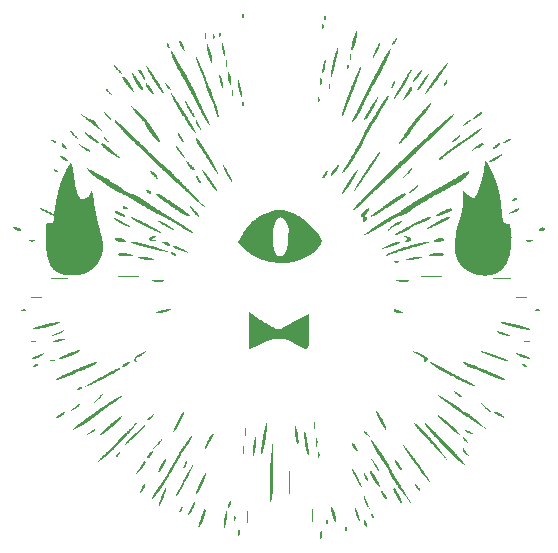
<source format=gts>
G04 Layer: TopSolderMaskLayer*
G04 EasyEDA v6.4.7, 2020-11-14T21:45:58--5:00*
G04 4beb7541176d43e18d54f8e2082e3679,79d071017cc24593b82b416037a8e878,10*
G04 Gerber Generator version 0.2*
G04 Scale: 100 percent, Rotated: No, Reflected: No *
G04 Dimensions in millimeters *
G04 leading zeros omitted , absolute positions ,3 integer and 3 decimal *
%FSLAX33Y33*%
%MOMM*%
G90*
D02*


%LPD*%

%LPD*%
G36*
G01X20020Y44795D02*
G01X20001Y44795D01*
G01X19984Y44782D01*
G01X19970Y44756D01*
G01X19959Y44719D01*
G01X19951Y44671D01*
G01X19948Y44613D01*
G01X19948Y44547D01*
G01X19953Y44477D01*
G01X19961Y44423D01*
G01X19971Y44384D01*
G01X19984Y44362D01*
G01X19999Y44357D01*
G01X20016Y44367D01*
G01X20035Y44395D01*
G01X20056Y44439D01*
G01X20083Y44538D01*
G01X20090Y44636D01*
G01X20076Y44720D01*
G01X20042Y44780D01*
G01X20020Y44795D01*
G37*

%LPD*%
G36*
G01X26957Y44617D02*
G01X26938Y44617D01*
G01X26921Y44604D01*
G01X26907Y44578D01*
G01X26896Y44541D01*
G01X26888Y44493D01*
G01X26884Y44435D01*
G01X26885Y44369D01*
G01X26890Y44299D01*
G01X26898Y44245D01*
G01X26908Y44207D01*
G01X26920Y44184D01*
G01X26936Y44179D01*
G01X26953Y44189D01*
G01X26972Y44217D01*
G01X26993Y44262D01*
G01X27020Y44361D01*
G01X27027Y44458D01*
G01X27013Y44542D01*
G01X26978Y44602D01*
G01X26957Y44617D01*
G37*

%LPD*%
G36*
G01X26779Y43905D02*
G01X26760Y43906D01*
G01X26743Y43893D01*
G01X26729Y43867D01*
G01X26718Y43829D01*
G01X26710Y43781D01*
G01X26707Y43724D01*
G01X26707Y43658D01*
G01X26712Y43587D01*
G01X26720Y43534D01*
G01X26730Y43495D01*
G01X26743Y43473D01*
G01X26758Y43467D01*
G01X26775Y43478D01*
G01X26794Y43506D01*
G01X26815Y43550D01*
G01X26842Y43649D01*
G01X26849Y43746D01*
G01X26835Y43831D01*
G01X26801Y43891D01*
G01X26779Y43905D01*
G37*

%LPD*%
G36*
G01X18064Y43194D02*
G01X18045Y43194D01*
G01X18027Y43181D01*
G01X18013Y43155D01*
G01X18003Y43118D01*
G01X17995Y43070D01*
G01X17991Y43012D01*
G01X17992Y42946D01*
G01X17996Y42876D01*
G01X18004Y42822D01*
G01X18015Y42784D01*
G01X18027Y42761D01*
G01X18043Y42756D01*
G01X18059Y42766D01*
G01X18079Y42794D01*
G01X18099Y42839D01*
G01X18127Y42938D01*
G01X18134Y43035D01*
G01X18119Y43120D01*
G01X18085Y43180D01*
G01X18064Y43194D01*
G37*

%LPD*%
G36*
G01X16833Y43130D02*
G01X16816Y43145D01*
G01X16801Y43142D01*
G01X16787Y43121D01*
G01X16776Y43082D01*
G01X16768Y43027D01*
G01X16762Y42957D01*
G01X16761Y42872D01*
G01X16762Y42787D01*
G01X16768Y42717D01*
G01X16776Y42662D01*
G01X16787Y42623D01*
G01X16801Y42602D01*
G01X16816Y42598D01*
G01X16833Y42614D01*
G01X16850Y42650D01*
G01X16867Y42699D01*
G01X16878Y42754D01*
G01X16885Y42812D01*
G01X16887Y42872D01*
G01X16885Y42932D01*
G01X16878Y42991D01*
G01X16867Y43045D01*
G01X16850Y43094D01*
G01X16833Y43130D01*
G37*

%LPD*%
G36*
G01X17530Y43016D02*
G01X17511Y43016D01*
G01X17494Y43003D01*
G01X17480Y42977D01*
G01X17469Y42940D01*
G01X17461Y42892D01*
G01X17457Y42835D01*
G01X17458Y42768D01*
G01X17463Y42698D01*
G01X17471Y42644D01*
G01X17481Y42606D01*
G01X17494Y42584D01*
G01X17509Y42578D01*
G01X17526Y42589D01*
G01X17545Y42616D01*
G01X17566Y42661D01*
G01X17594Y42760D01*
G01X17600Y42857D01*
G01X17586Y42942D01*
G01X17551Y43002D01*
G01X17530Y43016D01*
G37*

%LPD*%
G36*
G01X33026Y42683D02*
G01X33011Y42684D01*
G01X32991Y42676D01*
G01X32963Y42658D01*
G01X32930Y42630D01*
G01X32890Y42593D01*
G01X32845Y42547D01*
G01X32794Y42490D01*
G01X32737Y42423D01*
G01X32693Y42367D01*
G01X32656Y42312D01*
G01X32624Y42258D01*
G01X32600Y42209D01*
G01X32584Y42165D01*
G01X32577Y42126D01*
G01X32578Y42096D01*
G01X32589Y42076D01*
G01X32609Y42067D01*
G01X32635Y42073D01*
G01X32668Y42092D01*
G01X32707Y42123D01*
G01X32748Y42166D01*
G01X32792Y42217D01*
G01X32837Y42278D01*
G01X32882Y42346D01*
G01X32927Y42420D01*
G01X32963Y42484D01*
G01X32992Y42540D01*
G01X33013Y42587D01*
G01X33027Y42624D01*
G01X33033Y42653D01*
G01X33033Y42673D01*
G01X33026Y42683D01*
G37*

%LPD*%
G36*
G01X13609Y42328D02*
G01X13587Y42333D01*
G01X13569Y42325D01*
G01X13553Y42305D01*
G01X13541Y42273D01*
G01X13534Y42229D01*
G01X13531Y42171D01*
G01X13545Y42097D01*
G01X13583Y42021D01*
G01X13639Y41951D01*
G01X13707Y41895D01*
G01X13769Y41872D01*
G01X13802Y41896D01*
G01X13805Y41961D01*
G01X13777Y42062D01*
G01X13747Y42134D01*
G01X13718Y42195D01*
G01X13689Y42245D01*
G01X13661Y42284D01*
G01X13634Y42312D01*
G01X13609Y42328D01*
G37*

%LPD*%
G36*
G01X29681Y43400D02*
G01X29672Y43406D01*
G01X29662Y43400D01*
G01X29648Y43384D01*
G01X29631Y43359D01*
G01X29611Y43325D01*
G01X29589Y43282D01*
G01X29566Y43232D01*
G01X29540Y43175D01*
G01X29513Y43112D01*
G01X29484Y43044D01*
G01X29455Y42971D01*
G01X29426Y42895D01*
G01X29397Y42815D01*
G01X29374Y42749D01*
G01X29352Y42683D01*
G01X29331Y42618D01*
G01X29312Y42552D01*
G01X29294Y42488D01*
G01X29277Y42424D01*
G01X29262Y42362D01*
G01X29248Y42301D01*
G01X29235Y42241D01*
G01X29224Y42183D01*
G01X29214Y42127D01*
G01X29205Y42074D01*
G01X29198Y42023D01*
G01X29192Y41974D01*
G01X29188Y41929D01*
G01X29185Y41886D01*
G01X29184Y41847D01*
G01X29184Y41811D01*
G01X29185Y41779D01*
G01X29188Y41752D01*
G01X29193Y41728D01*
G01X29199Y41708D01*
G01X29206Y41694D01*
G01X29215Y41683D01*
G01X29226Y41679D01*
G01X29238Y41679D01*
G01X29252Y41685D01*
G01X29267Y41697D01*
G01X29284Y41714D01*
G01X29302Y41738D01*
G01X29322Y41768D01*
G01X29344Y41805D01*
G01X29361Y41839D01*
G01X29380Y41881D01*
G01X29398Y41929D01*
G01X29418Y41984D01*
G01X29438Y42043D01*
G01X29457Y42108D01*
G01X29477Y42176D01*
G01X29497Y42247D01*
G01X29516Y42321D01*
G01X29536Y42398D01*
G01X29554Y42476D01*
G01X29572Y42555D01*
G01X29606Y42713D01*
G01X29621Y42790D01*
G01X29636Y42866D01*
G01X29649Y42939D01*
G01X29661Y43009D01*
G01X29671Y43076D01*
G01X29679Y43138D01*
G01X29686Y43196D01*
G01X29691Y43248D01*
G01X29694Y43293D01*
G01X29694Y43332D01*
G01X29692Y43363D01*
G01X29688Y43386D01*
G01X29681Y43400D01*
G37*

%LPD*%
G36*
G01X14669Y42493D02*
G01X14649Y42494D01*
G01X14631Y42488D01*
G01X14618Y42474D01*
G01X14607Y42453D01*
G01X14600Y42422D01*
G01X14598Y42383D01*
G01X14603Y42345D01*
G01X14619Y42296D01*
G01X14643Y42238D01*
G01X14674Y42173D01*
G01X14712Y42103D01*
G01X14756Y42029D01*
G01X14804Y41956D01*
G01X14856Y41883D01*
G01X14913Y41807D01*
G01X14961Y41745D01*
G01X14999Y41697D01*
G01X15029Y41664D01*
G01X15051Y41645D01*
G01X15064Y41641D01*
G01X15071Y41653D01*
G01X15071Y41679D01*
G01X15064Y41721D01*
G01X15052Y41778D01*
G01X15035Y41852D01*
G01X15012Y41941D01*
G01X14996Y42000D01*
G01X14976Y42059D01*
G01X14955Y42115D01*
G01X14931Y42169D01*
G01X14905Y42221D01*
G01X14878Y42269D01*
G01X14851Y42314D01*
G01X14823Y42355D01*
G01X14795Y42391D01*
G01X14768Y42423D01*
G01X14741Y42449D01*
G01X14715Y42470D01*
G01X14691Y42485D01*
G01X14669Y42493D01*
G37*

%LPD*%
G36*
G01X18220Y42443D02*
G01X18210Y42443D01*
G01X18203Y42430D01*
G01X18198Y42404D01*
G01X18194Y42365D01*
G01X18191Y42314D01*
G01X18191Y42249D01*
G01X18193Y42198D01*
G01X18196Y42139D01*
G01X18202Y42076D01*
G01X18210Y42010D01*
G01X18221Y41939D01*
G01X18233Y41868D01*
G01X18246Y41795D01*
G01X18262Y41722D01*
G01X18278Y41650D01*
G01X18296Y41580D01*
G01X18314Y41512D01*
G01X18333Y41449D01*
G01X18360Y41368D01*
G01X18383Y41301D01*
G01X18403Y41247D01*
G01X18421Y41207D01*
G01X18435Y41181D01*
G01X18447Y41167D01*
G01X18457Y41167D01*
G01X18464Y41180D01*
G01X18469Y41206D01*
G01X18473Y41245D01*
G01X18475Y41296D01*
G01X18476Y41360D01*
G01X18474Y41412D01*
G01X18471Y41471D01*
G01X18465Y41534D01*
G01X18456Y41600D01*
G01X18446Y41670D01*
G01X18434Y41742D01*
G01X18420Y41815D01*
G01X18405Y41888D01*
G01X18389Y41960D01*
G01X18371Y42030D01*
G01X18353Y42097D01*
G01X18333Y42160D01*
G01X18307Y42242D01*
G01X18284Y42309D01*
G01X18264Y42363D01*
G01X18246Y42403D01*
G01X18232Y42429D01*
G01X18220Y42443D01*
G37*

%LPD*%
G36*
G01X31607Y42286D02*
G01X31596Y42289D01*
G01X31579Y42281D01*
G01X31559Y42263D01*
G01X31535Y42235D01*
G01X31507Y42198D01*
G01X31476Y42152D01*
G01X31443Y42099D01*
G01X31407Y42039D01*
G01X31370Y41972D01*
G01X31331Y41899D01*
G01X31292Y41822D01*
G01X31252Y41740D01*
G01X31215Y41661D01*
G01X31181Y41585D01*
G01X31149Y41514D01*
G01X31120Y41447D01*
G01X31094Y41384D01*
G01X31070Y41326D01*
G01X31049Y41272D01*
G01X31031Y41222D01*
G01X31015Y41177D01*
G01X31002Y41136D01*
G01X30992Y41100D01*
G01X30983Y41069D01*
G01X30978Y41042D01*
G01X30975Y41021D01*
G01X30974Y41003D01*
G01X30976Y40992D01*
G01X30981Y40984D01*
G01X30988Y40982D01*
G01X30997Y40985D01*
G01X31008Y40994D01*
G01X31022Y41008D01*
G01X31038Y41027D01*
G01X31057Y41051D01*
G01X31078Y41081D01*
G01X31101Y41116D01*
G01X31126Y41157D01*
G01X31154Y41204D01*
G01X31184Y41256D01*
G01X31216Y41314D01*
G01X31250Y41378D01*
G01X31286Y41448D01*
G01X31324Y41524D01*
G01X31371Y41619D01*
G01X31414Y41711D01*
G01X31454Y41800D01*
G01X31490Y41884D01*
G01X31523Y41963D01*
G01X31551Y42035D01*
G01X31574Y42101D01*
G01X31592Y42158D01*
G01X31605Y42206D01*
G01X31612Y42244D01*
G01X31612Y42271D01*
G01X31607Y42286D01*
G37*

%LPD*%
G36*
G01X29105Y41351D02*
G01X29088Y41367D01*
G01X29073Y41363D01*
G01X29060Y41342D01*
G01X29049Y41303D01*
G01X29040Y41249D01*
G01X29035Y41178D01*
G01X29033Y41093D01*
G01X29035Y41009D01*
G01X29040Y40938D01*
G01X29049Y40883D01*
G01X29060Y40845D01*
G01X29073Y40823D01*
G01X29088Y40820D01*
G01X29105Y40836D01*
G01X29123Y40871D01*
G01X29139Y40920D01*
G01X29151Y40975D01*
G01X29158Y41033D01*
G01X29160Y41093D01*
G01X29158Y41154D01*
G01X29151Y41212D01*
G01X29139Y41266D01*
G01X29123Y41316D01*
G01X29105Y41351D01*
G37*

%LPD*%
G36*
G01X16982Y42185D02*
G01X16966Y42189D01*
G01X16954Y42179D01*
G01X16945Y42157D01*
G01X16939Y42121D01*
G01X16938Y42072D01*
G01X16939Y42032D01*
G01X16942Y41986D01*
G01X16948Y41934D01*
G01X16956Y41877D01*
G01X16966Y41816D01*
G01X16978Y41751D01*
G01X16992Y41683D01*
G01X17007Y41611D01*
G01X17024Y41538D01*
G01X17041Y41462D01*
G01X17061Y41386D01*
G01X17081Y41309D01*
G01X17103Y41231D01*
G01X17125Y41155D01*
G01X17149Y41079D01*
G01X17172Y41004D01*
G01X17205Y40907D01*
G01X17235Y40820D01*
G01X17262Y40745D01*
G01X17286Y40681D01*
G01X17308Y40628D01*
G01X17327Y40586D01*
G01X17344Y40555D01*
G01X17359Y40534D01*
G01X17372Y40524D01*
G01X17382Y40525D01*
G01X17391Y40535D01*
G01X17399Y40556D01*
G01X17404Y40587D01*
G01X17408Y40627D01*
G01X17411Y40678D01*
G01X17412Y40738D01*
G01X17411Y40786D01*
G01X17408Y40840D01*
G01X17403Y40898D01*
G01X17395Y40960D01*
G01X17385Y41025D01*
G01X17374Y41093D01*
G01X17360Y41163D01*
G01X17345Y41234D01*
G01X17328Y41308D01*
G01X17310Y41381D01*
G01X17291Y41455D01*
G01X17270Y41528D01*
G01X17248Y41600D01*
G01X17225Y41671D01*
G01X17202Y41739D01*
G01X17178Y41805D01*
G01X17141Y41896D01*
G01X17107Y41976D01*
G01X17076Y42043D01*
G01X17048Y42097D01*
G01X17023Y42140D01*
G01X17001Y42169D01*
G01X16982Y42185D01*
G37*

%LPD*%
G36*
G01X18611Y40818D02*
G01X18594Y40834D01*
G01X18579Y40830D01*
G01X18566Y40809D01*
G01X18555Y40770D01*
G01X18547Y40715D01*
G01X18541Y40645D01*
G01X18539Y40560D01*
G01X18541Y40475D01*
G01X18547Y40405D01*
G01X18555Y40350D01*
G01X18566Y40311D01*
G01X18579Y40289D01*
G01X18594Y40286D01*
G01X18611Y40302D01*
G01X18629Y40337D01*
G01X18645Y40387D01*
G01X18657Y40441D01*
G01X18664Y40500D01*
G01X18666Y40560D01*
G01X18664Y40620D01*
G01X18657Y40678D01*
G01X18645Y40733D01*
G01X18629Y40782D01*
G01X18611Y40818D01*
G37*

%LPD*%
G36*
G01X28914Y40526D02*
G01X28895Y40526D01*
G01X28877Y40513D01*
G01X28863Y40487D01*
G01X28852Y40450D01*
G01X28845Y40402D01*
G01X28841Y40344D01*
G01X28842Y40278D01*
G01X28846Y40208D01*
G01X28854Y40154D01*
G01X28864Y40116D01*
G01X28877Y40093D01*
G01X28893Y40088D01*
G01X28909Y40098D01*
G01X28929Y40126D01*
G01X28949Y40171D01*
G01X28977Y40270D01*
G01X28983Y40367D01*
G01X28969Y40452D01*
G01X28935Y40511D01*
G01X28914Y40526D01*
G37*

%LPD*%
G36*
G01X26975Y40855D02*
G01X26967Y40861D01*
G01X26957Y40860D01*
G01X26946Y40854D01*
G01X26935Y40842D01*
G01X26922Y40824D01*
G01X26909Y40800D01*
G01X26895Y40770D01*
G01X26880Y40733D01*
G01X26865Y40691D01*
G01X26849Y40642D01*
G01X26833Y40587D01*
G01X26816Y40525D01*
G01X26799Y40457D01*
G01X26782Y40382D01*
G01X26766Y40306D01*
G01X26752Y40231D01*
G01X26741Y40158D01*
G01X26731Y40089D01*
G01X26724Y40024D01*
G01X26719Y39963D01*
G01X26717Y39907D01*
G01X26717Y39859D01*
G01X26719Y39817D01*
G01X26724Y39783D01*
G01X26731Y39757D01*
G01X26742Y39740D01*
G01X26760Y39736D01*
G01X26783Y39754D01*
G01X26807Y39792D01*
G01X26833Y39849D01*
G01X26860Y39923D01*
G01X26887Y40012D01*
G01X26913Y40114D01*
G01X26938Y40226D01*
G01X26952Y40303D01*
G01X26965Y40376D01*
G01X26976Y40443D01*
G01X26984Y40506D01*
G01X26991Y40565D01*
G01X26996Y40618D01*
G01X26998Y40666D01*
G01X27000Y40709D01*
G01X26999Y40747D01*
G01X26997Y40779D01*
G01X26994Y40807D01*
G01X26989Y40828D01*
G01X26983Y40845D01*
G01X26975Y40855D01*
G37*

%LPD*%
G36*
G01X9142Y40375D02*
G01X9118Y40382D01*
G01X9107Y40375D01*
G01X9109Y40354D01*
G01X9124Y40321D01*
G01X9150Y40277D01*
G01X9187Y40224D01*
G01X9233Y40165D01*
G01X9288Y40097D01*
G01X9351Y40026D01*
G01X9418Y39955D01*
G01X9483Y39888D01*
G01X9546Y39828D01*
G01X9605Y39775D01*
G01X9657Y39731D01*
G01X9702Y39699D01*
G01X9738Y39678D01*
G01X9762Y39670D01*
G01X9773Y39678D01*
G01X9771Y39699D01*
G01X9757Y39731D01*
G01X9730Y39775D01*
G01X9694Y39828D01*
G01X9647Y39888D01*
G01X9592Y39955D01*
G01X9529Y40026D01*
G01X9463Y40097D01*
G01X9397Y40165D01*
G01X9334Y40224D01*
G01X9276Y40277D01*
G01X9223Y40321D01*
G01X9178Y40354D01*
G01X9142Y40375D01*
G37*

%LPD*%
G36*
G01X28068Y41912D02*
G01X28056Y41916D01*
G01X28042Y41907D01*
G01X28024Y41888D01*
G01X28005Y41857D01*
G01X27983Y41817D01*
G01X27959Y41767D01*
G01X27934Y41709D01*
G01X27909Y41643D01*
G01X27882Y41571D01*
G01X27855Y41491D01*
G01X27827Y41407D01*
G01X27800Y41317D01*
G01X27779Y41245D01*
G01X27759Y41172D01*
G01X27739Y41097D01*
G01X27719Y41021D01*
G01X27699Y40944D01*
G01X27661Y40787D01*
G01X27642Y40709D01*
G01X27624Y40629D01*
G01X27606Y40551D01*
G01X27589Y40472D01*
G01X27572Y40395D01*
G01X27556Y40318D01*
G01X27541Y40242D01*
G01X27526Y40167D01*
G01X27512Y40094D01*
G01X27499Y40023D01*
G01X27486Y39954D01*
G01X27475Y39887D01*
G01X27465Y39822D01*
G01X27454Y39760D01*
G01X27446Y39701D01*
G01X27438Y39646D01*
G01X27432Y39594D01*
G01X27426Y39545D01*
G01X27421Y39500D01*
G01X27418Y39459D01*
G01X27416Y39422D01*
G01X27415Y39391D01*
G01X27415Y39363D01*
G01X27417Y39342D01*
G01X27420Y39325D01*
G01X27425Y39313D01*
G01X27431Y39308D01*
G01X27439Y39308D01*
G01X27448Y39315D01*
G01X27458Y39327D01*
G01X27469Y39347D01*
G01X27481Y39372D01*
G01X27495Y39404D01*
G01X27509Y39441D01*
G01X27525Y39483D01*
G01X27541Y39531D01*
G01X27559Y39583D01*
G01X27576Y39640D01*
G01X27595Y39701D01*
G01X27614Y39765D01*
G01X27634Y39833D01*
G01X27653Y39904D01*
G01X27674Y39978D01*
G01X27695Y40055D01*
G01X27715Y40133D01*
G01X27737Y40214D01*
G01X27758Y40296D01*
G01X27778Y40378D01*
G01X27820Y40547D01*
G01X27861Y40717D01*
G01X27899Y40885D01*
G01X27918Y40967D01*
G01X27936Y41048D01*
G01X27953Y41128D01*
G01X27969Y41205D01*
G01X27985Y41281D01*
G01X28000Y41353D01*
G01X28013Y41423D01*
G01X28026Y41489D01*
G01X28037Y41552D01*
G01X28047Y41611D01*
G01X28056Y41666D01*
G01X28063Y41716D01*
G01X28069Y41761D01*
G01X28073Y41801D01*
G01X28076Y41835D01*
G01X28077Y41864D01*
G01X28076Y41887D01*
G01X28073Y41903D01*
G01X28068Y41912D01*
G37*

%LPD*%
G36*
G01X11235Y40021D02*
G01X11200Y40026D01*
G01X11168Y40020D01*
G01X11150Y40004D01*
G01X11145Y39978D01*
G01X11152Y39944D01*
G01X11170Y39903D01*
G01X11201Y39855D01*
G01X11243Y39803D01*
G01X11295Y39746D01*
G01X11351Y39686D01*
G01X11404Y39623D01*
G01X11451Y39557D01*
G01X11492Y39492D01*
G01X11527Y39429D01*
G01X11552Y39370D01*
G01X11569Y39317D01*
G01X11574Y39272D01*
G01X11583Y39205D01*
G01X11605Y39165D01*
G01X11638Y39156D01*
G01X11678Y39181D01*
G01X11696Y39206D01*
G01X11705Y39239D01*
G01X11708Y39279D01*
G01X11705Y39324D01*
G01X11696Y39374D01*
G01X11680Y39427D01*
G01X11661Y39483D01*
G01X11637Y39541D01*
G01X11608Y39599D01*
G01X11577Y39658D01*
G01X11543Y39715D01*
G01X11507Y39770D01*
G01X11469Y39822D01*
G01X11430Y39871D01*
G01X11390Y39914D01*
G01X11350Y39952D01*
G01X11310Y39983D01*
G01X11272Y40007D01*
G01X11235Y40021D01*
G37*

%LPD*%
G36*
G01X35169Y40017D02*
G01X35161Y40020D01*
G01X35149Y40017D01*
G01X35132Y40008D01*
G01X35110Y39993D01*
G01X35085Y39972D01*
G01X35055Y39945D01*
G01X35021Y39912D01*
G01X34982Y39872D01*
G01X34939Y39826D01*
G01X34892Y39774D01*
G01X34841Y39715D01*
G01X34779Y39641D01*
G01X34720Y39569D01*
G01X34665Y39499D01*
G01X34614Y39430D01*
G01X34567Y39364D01*
G01X34525Y39302D01*
G01X34487Y39244D01*
G01X34455Y39189D01*
G01X34427Y39139D01*
G01X34405Y39094D01*
G01X34390Y39055D01*
G01X34380Y39022D01*
G01X34376Y38995D01*
G01X34380Y38975D01*
G01X34390Y38963D01*
G01X34408Y38959D01*
G01X34423Y38964D01*
G01X34444Y38978D01*
G01X34471Y39001D01*
G01X34504Y39032D01*
G01X34540Y39070D01*
G01X34581Y39116D01*
G01X34625Y39167D01*
G01X34672Y39224D01*
G01X34720Y39285D01*
G01X34771Y39351D01*
G01X34823Y39420D01*
G01X34875Y39492D01*
G01X34925Y39563D01*
G01X34970Y39629D01*
G01X35010Y39690D01*
G01X35046Y39746D01*
G01X35077Y39797D01*
G01X35104Y39843D01*
G01X35127Y39884D01*
G01X35145Y39920D01*
G01X35159Y39950D01*
G01X35168Y39975D01*
G01X35173Y39994D01*
G01X35173Y40009D01*
G01X35169Y40017D01*
G37*

%LPD*%
G36*
G01X26614Y39395D02*
G01X26598Y39406D01*
G01X26584Y39393D01*
G01X26571Y39360D01*
G01X26561Y39308D01*
G01X26554Y39238D01*
G01X26551Y39151D01*
G01X26550Y39048D01*
G01X26553Y38947D01*
G01X26559Y38866D01*
G01X26567Y38804D01*
G01X26579Y38763D01*
G01X26592Y38745D01*
G01X26606Y38749D01*
G01X26622Y38777D01*
G01X26639Y38829D01*
G01X26653Y38897D01*
G01X26663Y38968D01*
G01X26669Y39042D01*
G01X26671Y39116D01*
G01X26667Y39187D01*
G01X26660Y39253D01*
G01X26648Y39312D01*
G01X26632Y39362D01*
G01X26614Y39395D01*
G37*

%LPD*%
G36*
G01X37281Y39129D02*
G01X37261Y39131D01*
G01X37236Y39121D01*
G01X37206Y39098D01*
G01X37172Y39061D01*
G01X37133Y39011D01*
G01X37091Y38947D01*
G01X37052Y38867D01*
G01X37033Y38788D01*
G01X37035Y38721D01*
G01X37059Y38673D01*
G01X37100Y38661D01*
G01X37149Y38693D01*
G01X37201Y38762D01*
G01X37249Y38863D01*
G01X37274Y38935D01*
G01X37291Y38997D01*
G01X37299Y39048D01*
G01X37300Y39087D01*
G01X37294Y39114D01*
G01X37281Y39129D01*
G37*

%LPD*%
G36*
G01X18751Y39817D02*
G01X18729Y39819D01*
G01X18715Y39797D01*
G01X18707Y39750D01*
G01X18703Y39679D01*
G01X18705Y39581D01*
G01X18707Y39530D01*
G01X18713Y39475D01*
G01X18720Y39415D01*
G01X18730Y39354D01*
G01X18742Y39290D01*
G01X18756Y39226D01*
G01X18772Y39161D01*
G01X18789Y39098D01*
G01X18807Y39036D01*
G01X18826Y38977D01*
G01X18846Y38921D01*
G01X18867Y38870D01*
G01X18900Y38795D01*
G01X18927Y38735D01*
G01X18950Y38689D01*
G01X18969Y38658D01*
G01X18985Y38641D01*
G01X18998Y38640D01*
G01X19007Y38653D01*
G01X19014Y38683D01*
G01X19020Y38727D01*
G01X19024Y38788D01*
G01X19027Y38866D01*
G01X19030Y38959D01*
G01X19029Y39022D01*
G01X19026Y39087D01*
G01X19020Y39153D01*
G01X19011Y39220D01*
G01X19000Y39286D01*
G01X18986Y39351D01*
G01X18970Y39415D01*
G01X18952Y39475D01*
G01X18933Y39532D01*
G01X18912Y39584D01*
G01X18890Y39630D01*
G01X18867Y39670D01*
G01X18819Y39742D01*
G01X18780Y39791D01*
G01X18751Y39817D01*
G37*

%LPD*%
G36*
G01X18045Y39591D02*
G01X18028Y39594D01*
G01X18016Y39578D01*
G01X18010Y39545D01*
G01X18008Y39492D01*
G01X18010Y39452D01*
G01X18014Y39406D01*
G01X18021Y39354D01*
G01X18030Y39297D01*
G01X18041Y39237D01*
G01X18053Y39173D01*
G01X18068Y39108D01*
G01X18083Y39042D01*
G01X18100Y38975D01*
G01X18118Y38909D01*
G01X18136Y38844D01*
G01X18155Y38781D01*
G01X18182Y38699D01*
G01X18206Y38630D01*
G01X18227Y38576D01*
G01X18244Y38536D01*
G01X18259Y38509D01*
G01X18271Y38495D01*
G01X18280Y38495D01*
G01X18289Y38508D01*
G01X18295Y38535D01*
G01X18299Y38574D01*
G01X18302Y38627D01*
G01X18303Y38692D01*
G01X18302Y38744D01*
G01X18299Y38799D01*
G01X18293Y38858D01*
G01X18285Y38920D01*
G01X18274Y38983D01*
G01X18262Y39048D01*
G01X18248Y39112D01*
G01X18232Y39176D01*
G01X18214Y39237D01*
G01X18196Y39296D01*
G01X18176Y39352D01*
G01X18155Y39404D01*
G01X18122Y39477D01*
G01X18092Y39533D01*
G01X18067Y39571D01*
G01X18045Y39591D01*
G37*

%LPD*%
G36*
G01X32868Y39069D02*
G01X32826Y39078D01*
G01X32776Y39043D01*
G01X32723Y38969D01*
G01X32674Y38863D01*
G01X32644Y38783D01*
G01X32620Y38711D01*
G01X32600Y38648D01*
G01X32586Y38592D01*
G01X32576Y38546D01*
G01X32571Y38507D01*
G01X32570Y38479D01*
G01X32575Y38459D01*
G01X32584Y38449D01*
G01X32597Y38448D01*
G01X32614Y38458D01*
G01X32636Y38477D01*
G01X32661Y38507D01*
G01X32691Y38548D01*
G01X32725Y38599D01*
G01X32762Y38661D01*
G01X32799Y38728D01*
G01X32829Y38793D01*
G01X32853Y38856D01*
G01X32871Y38915D01*
G01X32882Y38967D01*
G01X32885Y39011D01*
G01X32881Y39045D01*
G01X32868Y39069D01*
G37*

%LPD*%
G36*
G01X13404Y38947D02*
G01X13392Y38949D01*
G01X13392Y38936D01*
G01X13403Y38910D01*
G01X13424Y38869D01*
G01X13456Y38813D01*
G01X13498Y38742D01*
G01X13549Y38656D01*
G01X13598Y38579D01*
G01X13647Y38510D01*
G01X13695Y38452D01*
G01X13740Y38404D01*
G01X13782Y38368D01*
G01X13818Y38347D01*
G01X13848Y38340D01*
G01X13869Y38349D01*
G01X13880Y38372D01*
G01X13877Y38406D01*
G01X13862Y38449D01*
G01X13835Y38499D01*
G01X13798Y38555D01*
G01X13752Y38615D01*
G01X13697Y38678D01*
G01X13634Y38741D01*
G01X13564Y38808D01*
G01X13506Y38863D01*
G01X13460Y38904D01*
G01X13426Y38933D01*
G01X13404Y38947D01*
G37*

%LPD*%
G36*
G01X27326Y38861D02*
G01X27310Y38877D01*
G01X27294Y38874D01*
G01X27281Y38852D01*
G01X27270Y38813D01*
G01X27262Y38758D01*
G01X27257Y38688D01*
G01X27255Y38603D01*
G01X27257Y38519D01*
G01X27262Y38448D01*
G01X27270Y38393D01*
G01X27281Y38355D01*
G01X27294Y38333D01*
G01X27310Y38330D01*
G01X27326Y38345D01*
G01X27345Y38381D01*
G01X27361Y38430D01*
G01X27372Y38485D01*
G01X27379Y38543D01*
G01X27382Y38603D01*
G01X27379Y38663D01*
G01X27372Y38722D01*
G01X27361Y38776D01*
G01X27345Y38825D01*
G01X27326Y38861D01*
G37*

%LPD*%
G36*
G01X35709Y39666D02*
G01X35698Y39670D01*
G01X35682Y39666D01*
G01X35662Y39653D01*
G01X35637Y39632D01*
G01X35607Y39603D01*
G01X35574Y39568D01*
G01X35537Y39527D01*
G01X35497Y39480D01*
G01X35454Y39428D01*
G01X35410Y39371D01*
G01X35365Y39311D01*
G01X35319Y39248D01*
G01X35272Y39181D01*
G01X35202Y39080D01*
G01X35137Y38985D01*
G01X35077Y38897D01*
G01X35023Y38815D01*
G01X34972Y38739D01*
G01X34927Y38669D01*
G01X34886Y38604D01*
G01X34850Y38547D01*
G01X34818Y38494D01*
G01X34791Y38447D01*
G01X34769Y38407D01*
G01X34751Y38372D01*
G01X34739Y38342D01*
G01X34730Y38318D01*
G01X34726Y38300D01*
G01X34726Y38286D01*
G01X34731Y38278D01*
G01X34740Y38276D01*
G01X34753Y38278D01*
G01X34771Y38286D01*
G01X34793Y38299D01*
G01X34820Y38317D01*
G01X34850Y38340D01*
G01X34885Y38367D01*
G01X34917Y38395D01*
G01X34951Y38429D01*
G01X34987Y38468D01*
G01X35026Y38511D01*
G01X35067Y38560D01*
G01X35108Y38612D01*
G01X35151Y38667D01*
G01X35194Y38726D01*
G01X35237Y38786D01*
G01X35281Y38849D01*
G01X35324Y38912D01*
G01X35367Y38976D01*
G01X35409Y39041D01*
G01X35449Y39105D01*
G01X35488Y39168D01*
G01X35525Y39230D01*
G01X35560Y39290D01*
G01X35592Y39347D01*
G01X35620Y39402D01*
G01X35646Y39452D01*
G01X35669Y39499D01*
G01X35687Y39541D01*
G01X35701Y39579D01*
G01X35711Y39610D01*
G01X35716Y39636D01*
G01X35715Y39654D01*
G01X35709Y39666D01*
G37*

%LPD*%
G36*
G01X10583Y39843D02*
G01X10568Y39848D01*
G01X10562Y39842D01*
G01X10563Y39823D01*
G01X10570Y39793D01*
G01X10583Y39753D01*
G01X10601Y39702D01*
G01X10625Y39643D01*
G01X10653Y39576D01*
G01X10686Y39501D01*
G01X10724Y39420D01*
G01X10765Y39334D01*
G01X10809Y39244D01*
G01X10857Y39149D01*
G01X10899Y39067D01*
G01X10942Y38989D01*
G01X10985Y38913D01*
G01X11028Y38840D01*
G01X11070Y38771D01*
G01X11112Y38705D01*
G01X11153Y38643D01*
G01X11193Y38585D01*
G01X11232Y38531D01*
G01X11270Y38482D01*
G01X11308Y38437D01*
G01X11343Y38397D01*
G01X11376Y38362D01*
G01X11407Y38332D01*
G01X11437Y38307D01*
G01X11464Y38288D01*
G01X11488Y38275D01*
G01X11510Y38268D01*
G01X11529Y38267D01*
G01X11545Y38272D01*
G01X11558Y38284D01*
G01X11567Y38302D01*
G01X11573Y38328D01*
G01X11574Y38361D01*
G01X11571Y38382D01*
G01X11561Y38411D01*
G01X11545Y38448D01*
G01X11524Y38492D01*
G01X11498Y38541D01*
G01X11467Y38597D01*
G01X11432Y38658D01*
G01X11393Y38723D01*
G01X11351Y38791D01*
G01X11307Y38863D01*
G01X11260Y38936D01*
G01X11211Y39011D01*
G01X11161Y39087D01*
G01X11059Y39237D01*
G01X11008Y39311D01*
G01X10958Y39383D01*
G01X10908Y39452D01*
G01X10860Y39518D01*
G01X10813Y39580D01*
G01X10770Y39638D01*
G01X10728Y39689D01*
G01X10691Y39735D01*
G01X10657Y39774D01*
G01X10627Y39805D01*
G01X10602Y39829D01*
G01X10583Y39843D01*
G37*

%LPD*%
G36*
G01X11826Y40379D02*
G01X11817Y40382D01*
G01X11811Y40377D01*
G01X11811Y40365D01*
G01X11815Y40344D01*
G01X11824Y40315D01*
G01X11838Y40279D01*
G01X11856Y40237D01*
G01X11878Y40188D01*
G01X11903Y40134D01*
G01X11933Y40074D01*
G01X11965Y40009D01*
G01X12002Y39939D01*
G01X12041Y39865D01*
G01X12083Y39788D01*
G01X12127Y39707D01*
G01X12174Y39623D01*
G01X12223Y39537D01*
G01X12263Y39468D01*
G01X12304Y39398D01*
G01X12344Y39330D01*
G01X12385Y39262D01*
G01X12465Y39130D01*
G01X12505Y39065D01*
G01X12585Y38939D01*
G01X12624Y38878D01*
G01X12662Y38818D01*
G01X12701Y38759D01*
G01X12739Y38702D01*
G01X12775Y38647D01*
G01X12812Y38594D01*
G01X12847Y38541D01*
G01X12882Y38492D01*
G01X12916Y38443D01*
G01X12949Y38397D01*
G01X12981Y38353D01*
G01X13012Y38311D01*
G01X13042Y38271D01*
G01X13071Y38234D01*
G01X13098Y38199D01*
G01X13124Y38167D01*
G01X13149Y38137D01*
G01X13172Y38109D01*
G01X13194Y38084D01*
G01X13215Y38063D01*
G01X13233Y38044D01*
G01X13250Y38028D01*
G01X13266Y38015D01*
G01X13279Y38006D01*
G01X13291Y37999D01*
G01X13301Y37995D01*
G01X13309Y37996D01*
G01X13314Y37999D01*
G01X13318Y38007D01*
G01X13319Y38017D01*
G01X13319Y38031D01*
G01X13316Y38050D01*
G01X13310Y38072D01*
G01X13302Y38098D01*
G01X13292Y38128D01*
G01X13281Y38157D01*
G01X13267Y38189D01*
G01X13250Y38227D01*
G01X13229Y38268D01*
G01X13206Y38312D01*
G01X13181Y38360D01*
G01X13153Y38411D01*
G01X13123Y38465D01*
G01X13090Y38522D01*
G01X13056Y38582D01*
G01X13020Y38643D01*
G01X12981Y38707D01*
G01X12942Y38772D01*
G01X12902Y38839D01*
G01X12860Y38907D01*
G01X12817Y38976D01*
G01X12773Y39046D01*
G01X12728Y39116D01*
G01X12638Y39258D01*
G01X12591Y39329D01*
G01X12546Y39399D01*
G01X12499Y39470D01*
G01X12454Y39539D01*
G01X12408Y39607D01*
G01X12363Y39673D01*
G01X12319Y39738D01*
G01X12276Y39802D01*
G01X12233Y39863D01*
G01X12192Y39922D01*
G01X12152Y39979D01*
G01X12113Y40033D01*
G01X12076Y40084D01*
G01X12041Y40132D01*
G01X12007Y40176D01*
G01X11976Y40217D01*
G01X11947Y40253D01*
G01X11920Y40286D01*
G01X11895Y40314D01*
G01X11873Y40338D01*
G01X11855Y40357D01*
G01X11839Y40371D01*
G01X11826Y40379D01*
G37*

%LPD*%
G36*
G01X9883Y39432D02*
G01X9861Y39436D01*
G01X9842Y39434D01*
G01X9826Y39426D01*
G01X9813Y39414D01*
G01X9803Y39395D01*
G01X9798Y39370D01*
G01X9796Y39339D01*
G01X9799Y39316D01*
G01X9807Y39288D01*
G01X9820Y39255D01*
G01X9839Y39217D01*
G01X9862Y39175D01*
G01X9889Y39130D01*
G01X9920Y39081D01*
G01X9956Y39030D01*
G01X9994Y38976D01*
G01X10036Y38919D01*
G01X10081Y38862D01*
G01X10129Y38803D01*
G01X10178Y38743D01*
G01X10230Y38682D01*
G01X10284Y38622D01*
G01X10340Y38562D01*
G01X10883Y37981D01*
G01X10618Y38527D01*
G01X10586Y38592D01*
G01X10551Y38657D01*
G01X10516Y38720D01*
G01X10479Y38781D01*
G01X10441Y38842D01*
G01X10403Y38900D01*
G01X10365Y38957D01*
G01X10326Y39011D01*
G01X10286Y39063D01*
G01X10247Y39113D01*
G01X10208Y39160D01*
G01X10170Y39204D01*
G01X10133Y39245D01*
G01X10095Y39282D01*
G01X10060Y39316D01*
G01X10026Y39346D01*
G01X9993Y39372D01*
G01X9962Y39394D01*
G01X9934Y39412D01*
G01X9907Y39424D01*
G01X9883Y39432D01*
G37*

%LPD*%
G36*
G01X37329Y40545D02*
G01X37320Y40548D01*
G01X37307Y40545D01*
G01X37289Y40536D01*
G01X37267Y40523D01*
G01X37241Y40503D01*
G01X37212Y40479D01*
G01X37178Y40449D01*
G01X37140Y40413D01*
G01X37099Y40373D01*
G01X37055Y40327D01*
G01X37006Y40275D01*
G01X36955Y40218D01*
G01X36900Y40156D01*
G01X36867Y40118D01*
G01X36833Y40077D01*
G01X36797Y40033D01*
G01X36760Y39987D01*
G01X36721Y39938D01*
G01X36682Y39888D01*
G01X36641Y39835D01*
G01X36599Y39781D01*
G01X36557Y39725D01*
G01X36513Y39668D01*
G01X36469Y39609D01*
G01X36425Y39549D01*
G01X36380Y39488D01*
G01X36335Y39426D01*
G01X36200Y39237D01*
G01X36110Y39109D01*
G01X36065Y39046D01*
G01X35979Y38920D01*
G01X35936Y38858D01*
G01X35895Y38796D01*
G01X35854Y38736D01*
G01X35814Y38677D01*
G01X35776Y38618D01*
G01X35738Y38561D01*
G01X35703Y38506D01*
G01X35668Y38453D01*
G01X35636Y38401D01*
G01X35605Y38352D01*
G01X35576Y38305D01*
G01X35548Y38260D01*
G01X35523Y38218D01*
G01X35501Y38178D01*
G01X35480Y38142D01*
G01X35461Y38108D01*
G01X35446Y38078D01*
G01X35433Y38051D01*
G01X35422Y38027D01*
G01X35415Y38008D01*
G01X35410Y37991D01*
G01X35409Y37980D01*
G01X35410Y37970D01*
G01X35416Y37966D01*
G01X35425Y37966D01*
G01X35438Y37972D01*
G01X35453Y37982D01*
G01X35472Y37996D01*
G01X35493Y38015D01*
G01X35518Y38038D01*
G01X35545Y38064D01*
G01X35574Y38094D01*
G01X35606Y38128D01*
G01X35640Y38165D01*
G01X35675Y38205D01*
G01X35713Y38248D01*
G01X35753Y38294D01*
G01X35793Y38343D01*
G01X35835Y38393D01*
G01X35879Y38446D01*
G01X35923Y38501D01*
G01X35968Y38558D01*
G01X36015Y38616D01*
G01X36061Y38676D01*
G01X36108Y38738D01*
G01X36156Y38800D01*
G01X36203Y38863D01*
G01X36251Y38927D01*
G01X36298Y38991D01*
G01X36392Y39121D01*
G01X36437Y39186D01*
G01X36483Y39250D01*
G01X36527Y39315D01*
G01X36559Y39362D01*
G01X36593Y39412D01*
G01X36629Y39464D01*
G01X36667Y39519D01*
G01X36706Y39575D01*
G01X36745Y39632D01*
G01X36825Y39746D01*
G01X36866Y39803D01*
G01X36905Y39860D01*
G01X36944Y39915D01*
G01X36982Y39969D01*
G01X37019Y40021D01*
G01X37055Y40070D01*
G01X37088Y40116D01*
G01X37119Y40159D01*
G01X37163Y40222D01*
G01X37202Y40278D01*
G01X37236Y40330D01*
G01X37264Y40376D01*
G01X37288Y40416D01*
G01X37307Y40451D01*
G01X37320Y40480D01*
G01X37329Y40505D01*
G01X37334Y40524D01*
G01X37334Y40537D01*
G01X37329Y40545D01*
G37*

%LPD*%
G36*
G01X11818Y38882D02*
G01X11785Y38889D01*
G01X11764Y38877D01*
G01X11756Y38845D01*
G01X11759Y38814D01*
G01X11768Y38777D01*
G01X11783Y38733D01*
G01X11802Y38686D01*
G01X11827Y38634D01*
G01X11856Y38579D01*
G01X11890Y38521D01*
G01X11926Y38462D01*
G01X11966Y38402D01*
G01X12010Y38341D01*
G01X12055Y38281D01*
G01X12102Y38223D01*
G01X12149Y38168D01*
G01X12193Y38119D01*
G01X12233Y38077D01*
G01X12270Y38041D01*
G01X12303Y38012D01*
G01X12333Y37988D01*
G01X12359Y37970D01*
G01X12382Y37958D01*
G01X12401Y37951D01*
G01X12418Y37949D01*
G01X12430Y37952D01*
G01X12439Y37960D01*
G01X12444Y37973D01*
G01X12447Y37990D01*
G01X12445Y38012D01*
G01X12440Y38038D01*
G01X12432Y38067D01*
G01X12420Y38101D01*
G01X12404Y38138D01*
G01X12386Y38178D01*
G01X12363Y38222D01*
G01X12337Y38269D01*
G01X12308Y38318D01*
G01X12275Y38370D01*
G01X12238Y38425D01*
G01X12199Y38483D01*
G01X12155Y38542D01*
G01X12108Y38603D01*
G01X12038Y38688D01*
G01X11973Y38760D01*
G01X11913Y38817D01*
G01X11861Y38858D01*
G01X11818Y38882D01*
G37*

%LPD*%
G36*
G01X8444Y38419D02*
G01X8420Y38426D01*
G01X8399Y38424D01*
G01X8385Y38411D01*
G01X8376Y38390D01*
G01X8373Y38358D01*
G01X8379Y38340D01*
G01X8397Y38313D01*
G01X8426Y38279D01*
G01X8464Y38239D01*
G01X8511Y38194D01*
G01X8563Y38147D01*
G01X8622Y38097D01*
G01X8684Y38047D01*
G01X8749Y37996D01*
G01X8803Y37956D01*
G01X8845Y37924D01*
G01X8876Y37903D01*
G01X8897Y37892D01*
G01X8907Y37892D01*
G01X8906Y37902D01*
G01X8895Y37922D01*
G01X8874Y37954D01*
G01X8843Y37996D01*
G01X8802Y38049D01*
G01X8751Y38114D01*
G01X8695Y38184D01*
G01X8643Y38245D01*
G01X8594Y38298D01*
G01X8550Y38342D01*
G01X8510Y38376D01*
G01X8475Y38402D01*
G01X8444Y38419D01*
G37*

%LPD*%
G36*
G01X19144Y38328D02*
G01X19128Y38343D01*
G01X19112Y38340D01*
G01X19099Y38318D01*
G01X19088Y38280D01*
G01X19080Y38225D01*
G01X19075Y38154D01*
G01X19073Y38070D01*
G01X19075Y37985D01*
G01X19080Y37915D01*
G01X19088Y37860D01*
G01X19099Y37821D01*
G01X19112Y37799D01*
G01X19128Y37796D01*
G01X19144Y37812D01*
G01X19163Y37848D01*
G01X19179Y37896D01*
G01X19190Y37951D01*
G01X19197Y38010D01*
G01X19200Y38070D01*
G01X19197Y38130D01*
G01X19190Y38188D01*
G01X19179Y38243D01*
G01X19163Y38292D01*
G01X19144Y38328D01*
G37*

%LPD*%
G36*
G01X19756Y38781D02*
G01X19614Y39226D01*
G01X19609Y38781D01*
G01X19609Y38718D01*
G01X19613Y38651D01*
G01X19619Y38581D01*
G01X19627Y38508D01*
G01X19637Y38435D01*
G01X19650Y38363D01*
G01X19664Y38291D01*
G01X19680Y38221D01*
G01X19697Y38154D01*
G01X19716Y38091D01*
G01X19736Y38033D01*
G01X19756Y37981D01*
G01X19909Y37625D01*
G01X19904Y37981D01*
G01X19902Y38033D01*
G01X19897Y38091D01*
G01X19891Y38154D01*
G01X19882Y38221D01*
G01X19871Y38291D01*
G01X19845Y38435D01*
G01X19829Y38508D01*
G01X19812Y38581D01*
G01X19794Y38651D01*
G01X19775Y38718D01*
G01X19756Y38781D01*
G37*

%LPD*%
G36*
G01X34278Y40024D02*
G01X34270Y40026D01*
G01X34245Y40018D01*
G01X34212Y39994D01*
G01X34173Y39958D01*
G01X34128Y39908D01*
G01X34080Y39850D01*
G01X34029Y39781D01*
G01X33978Y39706D01*
G01X33927Y39626D01*
G01X33866Y39526D01*
G01X33806Y39429D01*
G01X33749Y39334D01*
G01X33693Y39242D01*
G01X33638Y39152D01*
G01X33585Y39064D01*
G01X33535Y38979D01*
G01X33485Y38896D01*
G01X33437Y38816D01*
G01X33391Y38738D01*
G01X33346Y38662D01*
G01X33303Y38589D01*
G01X33262Y38519D01*
G01X33222Y38451D01*
G01X33185Y38384D01*
G01X33148Y38321D01*
G01X33113Y38261D01*
G01X33080Y38202D01*
G01X33049Y38146D01*
G01X33020Y38093D01*
G01X32992Y38042D01*
G01X32965Y37994D01*
G01X32940Y37948D01*
G01X32917Y37904D01*
G01X32896Y37863D01*
G01X32877Y37825D01*
G01X32858Y37789D01*
G01X32842Y37756D01*
G01X32828Y37725D01*
G01X32815Y37697D01*
G01X32804Y37671D01*
G01X32794Y37647D01*
G01X32786Y37627D01*
G01X32781Y37609D01*
G01X32776Y37593D01*
G01X32774Y37580D01*
G01X32773Y37570D01*
G01X32773Y37562D01*
G01X32776Y37556D01*
G01X32780Y37553D01*
G01X32786Y37553D01*
G01X32793Y37556D01*
G01X32803Y37561D01*
G01X32814Y37569D01*
G01X32827Y37579D01*
G01X32842Y37592D01*
G01X32858Y37607D01*
G01X32876Y37625D01*
G01X32901Y37651D01*
G01X32928Y37682D01*
G01X32957Y37716D01*
G01X32987Y37755D01*
G01X33019Y37796D01*
G01X33053Y37841D01*
G01X33087Y37889D01*
G01X33123Y37939D01*
G01X33160Y37992D01*
G01X33199Y38048D01*
G01X33238Y38106D01*
G01X33278Y38166D01*
G01X33318Y38228D01*
G01X33359Y38291D01*
G01X33401Y38356D01*
G01X33443Y38422D01*
G01X33484Y38489D01*
G01X33526Y38557D01*
G01X33569Y38626D01*
G01X33611Y38695D01*
G01X33694Y38834D01*
G01X33735Y38904D01*
G01X33775Y38973D01*
G01X33815Y39041D01*
G01X33854Y39109D01*
G01X33891Y39176D01*
G01X33928Y39242D01*
G01X33964Y39307D01*
G01X33998Y39370D01*
G01X34031Y39431D01*
G01X34063Y39491D01*
G01X34093Y39548D01*
G01X34172Y39706D01*
G01X34194Y39754D01*
G01X34214Y39797D01*
G01X34232Y39838D01*
G01X34247Y39875D01*
G01X34260Y39909D01*
G01X34270Y39939D01*
G01X34278Y39965D01*
G01X34282Y39986D01*
G01X34284Y40003D01*
G01X34282Y40016D01*
G01X34278Y40024D01*
G37*

%LPD*%
G36*
G01X34280Y38595D02*
G01X34255Y38595D01*
G01X34228Y38585D01*
G01X34197Y38564D01*
G01X34164Y38534D01*
G01X34128Y38493D01*
G01X34092Y38442D01*
G01X34053Y38381D01*
G01X33993Y38279D01*
G01X33936Y38183D01*
G01X33884Y38093D01*
G01X33835Y38010D01*
G01X33790Y37932D01*
G01X33748Y37861D01*
G01X33711Y37796D01*
G01X33677Y37736D01*
G01X33646Y37682D01*
G01X33619Y37634D01*
G01X33596Y37591D01*
G01X33576Y37553D01*
G01X33560Y37521D01*
G01X33547Y37494D01*
G01X33538Y37472D01*
G01X33532Y37455D01*
G01X33530Y37443D01*
G01X33530Y37435D01*
G01X33535Y37432D01*
G01X33542Y37434D01*
G01X33552Y37440D01*
G01X33567Y37450D01*
G01X33583Y37465D01*
G01X33604Y37483D01*
G01X33627Y37506D01*
G01X33653Y37533D01*
G01X33683Y37563D01*
G01X33716Y37597D01*
G01X33752Y37635D01*
G01X33790Y37676D01*
G01X33832Y37721D01*
G01X33876Y37768D01*
G01X33939Y37837D01*
G01X33999Y37906D01*
G01X34057Y37976D01*
G01X34111Y38043D01*
G01X34160Y38108D01*
G01X34205Y38170D01*
G01X34244Y38229D01*
G01X34278Y38282D01*
G01X34305Y38331D01*
G01X34325Y38373D01*
G01X34337Y38408D01*
G01X34341Y38435D01*
G01X34339Y38489D01*
G01X34331Y38531D01*
G01X34318Y38563D01*
G01X34301Y38584D01*
G01X34280Y38595D01*
G37*

%LPD*%
G36*
G01X26424Y37680D02*
G01X26404Y37680D01*
G01X26387Y37667D01*
G01X26373Y37641D01*
G01X26362Y37604D01*
G01X26355Y37556D01*
G01X26351Y37499D01*
G01X26351Y37432D01*
G01X26356Y37362D01*
G01X26364Y37308D01*
G01X26374Y37270D01*
G01X26387Y37248D01*
G01X26402Y37242D01*
G01X26420Y37253D01*
G01X26438Y37280D01*
G01X26459Y37325D01*
G01X26487Y37424D01*
G01X26493Y37521D01*
G01X26479Y37606D01*
G01X26445Y37666D01*
G01X26424Y37680D01*
G37*

%LPD*%
G36*
G01X20020Y37325D02*
G01X20001Y37325D01*
G01X19984Y37312D01*
G01X19970Y37286D01*
G01X19959Y37249D01*
G01X19951Y37200D01*
G01X19948Y37143D01*
G01X19948Y37076D01*
G01X19953Y37007D01*
G01X19961Y36952D01*
G01X19971Y36914D01*
G01X19984Y36892D01*
G01X19999Y36886D01*
G01X20016Y36897D01*
G01X20035Y36924D01*
G01X20056Y36969D01*
G01X20083Y37068D01*
G01X20090Y37165D01*
G01X20076Y37250D01*
G01X20042Y37310D01*
G01X20020Y37325D01*
G37*

%LPD*%
G36*
G01X30005Y40345D02*
G01X30001Y40346D01*
G01X29996Y40344D01*
G01X29990Y40340D01*
G01X29983Y40334D01*
G01X29976Y40325D01*
G01X29967Y40314D01*
G01X29957Y40300D01*
G01X29947Y40283D01*
G01X29935Y40265D01*
G01X29923Y40243D01*
G01X29909Y40219D01*
G01X29895Y40193D01*
G01X29880Y40164D01*
G01X29863Y40132D01*
G01X29846Y40097D01*
G01X29827Y40060D01*
G01X29808Y40021D01*
G01X29788Y39978D01*
G01X29766Y39933D01*
G01X29744Y39885D01*
G01X29721Y39834D01*
G01X29696Y39780D01*
G01X29671Y39724D01*
G01X29645Y39664D01*
G01X29617Y39602D01*
G01X29589Y39537D01*
G01X29554Y39457D01*
G01X29520Y39377D01*
G01X29486Y39296D01*
G01X29452Y39216D01*
G01X29418Y39134D01*
G01X29384Y39053D01*
G01X29350Y38970D01*
G01X29282Y38806D01*
G01X29183Y38559D01*
G01X29118Y38396D01*
G01X29086Y38314D01*
G01X29055Y38233D01*
G01X28993Y38073D01*
G01X28963Y37993D01*
G01X28903Y37837D01*
G01X28874Y37760D01*
G01X28846Y37683D01*
G01X28818Y37608D01*
G01X28791Y37534D01*
G01X28764Y37461D01*
G01X28739Y37389D01*
G01X28713Y37319D01*
G01X28689Y37249D01*
G01X28665Y37182D01*
G01X28642Y37115D01*
G01X28620Y37050D01*
G01X28598Y36987D01*
G01X28578Y36925D01*
G01X28538Y36808D01*
G01X28521Y36751D01*
G01X28503Y36697D01*
G01X28487Y36645D01*
G01X28472Y36595D01*
G01X28458Y36548D01*
G01X28444Y36502D01*
G01X28432Y36459D01*
G01X28421Y36419D01*
G01X28411Y36380D01*
G01X28402Y36344D01*
G01X28395Y36311D01*
G01X28388Y36281D01*
G01X28383Y36253D01*
G01X28379Y36229D01*
G01X28376Y36207D01*
G01X28374Y36188D01*
G01X28374Y36172D01*
G01X28375Y36159D01*
G01X28378Y36150D01*
G01X28381Y36144D01*
G01X28400Y36135D01*
G01X28423Y36139D01*
G01X28448Y36156D01*
G01X28475Y36185D01*
G01X28503Y36225D01*
G01X28531Y36275D01*
G01X28558Y36333D01*
G01X28584Y36399D01*
G01X28590Y36416D01*
G01X28598Y36437D01*
G01X28607Y36461D01*
G01X28617Y36488D01*
G01X28628Y36518D01*
G01X28641Y36551D01*
G01X28655Y36587D01*
G01X28669Y36626D01*
G01X28686Y36668D01*
G01X28703Y36713D01*
G01X28721Y36760D01*
G01X28740Y36809D01*
G01X28760Y36861D01*
G01X28781Y36915D01*
G01X28803Y36972D01*
G01X28825Y37030D01*
G01X28848Y37091D01*
G01X28873Y37153D01*
G01X28898Y37217D01*
G01X28923Y37283D01*
G01X28949Y37350D01*
G01X28976Y37419D01*
G01X29003Y37489D01*
G01X29031Y37561D01*
G01X29060Y37634D01*
G01X29089Y37708D01*
G01X29118Y37784D01*
G01X29178Y37936D01*
G01X29208Y38015D01*
G01X29239Y38093D01*
G01X29301Y38251D01*
G01X29333Y38331D01*
G01X29364Y38411D01*
G01X29396Y38492D01*
G01X29427Y38571D01*
G01X29457Y38648D01*
G01X29487Y38724D01*
G01X29515Y38799D01*
G01X29543Y38872D01*
G01X29571Y38944D01*
G01X29597Y39014D01*
G01X29623Y39082D01*
G01X29647Y39150D01*
G01X29671Y39216D01*
G01X29695Y39279D01*
G01X29717Y39342D01*
G01X29739Y39403D01*
G01X29760Y39461D01*
G01X29780Y39519D01*
G01X29799Y39574D01*
G01X29818Y39628D01*
G01X29835Y39680D01*
G01X29868Y39779D01*
G01X29884Y39826D01*
G01X29898Y39871D01*
G01X29912Y39914D01*
G01X29924Y39955D01*
G01X29936Y39994D01*
G01X29947Y40032D01*
G01X29957Y40067D01*
G01X29966Y40101D01*
G01X29975Y40132D01*
G01X29983Y40161D01*
G01X29989Y40188D01*
G01X29995Y40213D01*
G01X30000Y40236D01*
G01X30005Y40257D01*
G01X30008Y40276D01*
G01X30010Y40293D01*
G01X30012Y40307D01*
G01X30012Y40329D01*
G01X30010Y40337D01*
G01X30008Y40342D01*
G01X30005Y40345D01*
G37*

%LPD*%
G36*
G01X16083Y41092D02*
G01X16079Y41093D01*
G01X16065Y41085D01*
G01X16057Y41062D01*
G01X16054Y41025D01*
G01X16057Y40976D01*
G01X16066Y40916D01*
G01X16079Y40848D01*
G01X16098Y40774D01*
G01X16121Y40693D01*
G01X16135Y40650D01*
G01X16150Y40603D01*
G01X16167Y40554D01*
G01X16186Y40503D01*
G01X16206Y40449D01*
G01X16227Y40394D01*
G01X16249Y40337D01*
G01X16272Y40280D01*
G01X16296Y40222D01*
G01X16344Y40108D01*
G01X16368Y40053D01*
G01X16393Y39998D01*
G01X16417Y39946D01*
G01X16440Y39896D01*
G01X16463Y39848D01*
G01X16487Y39800D01*
G01X16510Y39748D01*
G01X16534Y39693D01*
G01X16559Y39634D01*
G01X16583Y39573D01*
G01X16608Y39510D01*
G01X16632Y39445D01*
G01X16656Y39379D01*
G01X16679Y39313D01*
G01X16723Y39181D01*
G01X16743Y39116D01*
G01X16762Y39053D01*
G01X16780Y38991D01*
G01X16796Y38932D01*
G01X16810Y38876D01*
G01X16821Y38831D01*
G01X16835Y38781D01*
G01X16850Y38729D01*
G01X16867Y38673D01*
G01X16885Y38614D01*
G01X16905Y38553D01*
G01X16926Y38490D01*
G01X16948Y38425D01*
G01X16972Y38359D01*
G01X16996Y38291D01*
G01X17021Y38223D01*
G01X17074Y38085D01*
G01X17101Y38016D01*
G01X17128Y37948D01*
G01X17156Y37880D01*
G01X17184Y37814D01*
G01X17211Y37749D01*
G01X17239Y37686D01*
G01X17293Y37564D01*
G01X17321Y37502D01*
G01X17377Y37372D01*
G01X17431Y37238D01*
G01X17458Y37170D01*
G01X17510Y37036D01*
G01X17560Y36904D01*
G01X17583Y36840D01*
G01X17605Y36777D01*
G01X17626Y36716D01*
G01X17645Y36658D01*
G01X17664Y36602D01*
G01X17680Y36549D01*
G01X17695Y36499D01*
G01X17708Y36453D01*
G01X17719Y36410D01*
G01X17746Y36313D01*
G01X17774Y36226D01*
G01X17803Y36150D01*
G01X17831Y36088D01*
G01X17859Y36041D01*
G01X17885Y36010D01*
G01X17908Y35997D01*
G01X17928Y36004D01*
G01X17937Y36022D01*
G01X17943Y36051D01*
G01X17944Y36091D01*
G01X17942Y36140D01*
G01X17935Y36198D01*
G01X17925Y36264D01*
G01X17912Y36336D01*
G01X17895Y36414D01*
G01X17876Y36498D01*
G01X17853Y36585D01*
G01X17828Y36676D01*
G01X17800Y36768D01*
G01X17786Y36812D01*
G01X17771Y36858D01*
G01X17703Y37062D01*
G01X17683Y37117D01*
G01X17663Y37174D01*
G01X17643Y37234D01*
G01X17621Y37294D01*
G01X17599Y37356D01*
G01X17576Y37420D01*
G01X17553Y37485D01*
G01X17529Y37551D01*
G01X17504Y37619D01*
G01X17479Y37688D01*
G01X17453Y37757D01*
G01X17401Y37899D01*
G01X17373Y37971D01*
G01X17346Y38045D01*
G01X17290Y38193D01*
G01X17261Y38268D01*
G01X17145Y38572D01*
G01X17085Y38726D01*
G01X17056Y38803D01*
G01X16996Y38956D01*
G01X16906Y39185D01*
G01X16846Y39335D01*
G01X16787Y39484D01*
G01X16757Y39556D01*
G01X16728Y39629D01*
G01X16699Y39700D01*
G01X16671Y39771D01*
G01X16615Y39909D01*
G01X16587Y39976D01*
G01X16560Y40042D01*
G01X16533Y40107D01*
G01X16507Y40170D01*
G01X16481Y40232D01*
G01X16456Y40293D01*
G01X16431Y40351D01*
G01X16407Y40409D01*
G01X16384Y40464D01*
G01X16360Y40518D01*
G01X16338Y40569D01*
G01X16316Y40619D01*
G01X16296Y40666D01*
G01X16275Y40712D01*
G01X16256Y40756D01*
G01X16220Y40836D01*
G01X16203Y40872D01*
G01X16187Y40906D01*
G01X16172Y40937D01*
G01X16158Y40966D01*
G01X16145Y40992D01*
G01X16133Y41015D01*
G01X16122Y41035D01*
G01X16112Y41053D01*
G01X16103Y41067D01*
G01X16095Y41078D01*
G01X16088Y41087D01*
G01X16083Y41092D01*
G37*

%LPD*%
G36*
G01X15072Y37440D02*
G01X15065Y37440D01*
G01X15061Y37437D01*
G01X15059Y37430D01*
G01X15059Y37420D01*
G01X15061Y37406D01*
G01X15064Y37388D01*
G01X15071Y37366D01*
G01X15079Y37341D01*
G01X15090Y37312D01*
G01X15102Y37280D01*
G01X15117Y37243D01*
G01X15134Y37203D01*
G01X15154Y37159D01*
G01X15176Y37111D01*
G01X15200Y37059D01*
G01X15227Y37004D01*
G01X15256Y36944D01*
G01X15288Y36881D01*
G01X15327Y36805D01*
G01X15367Y36729D01*
G01X15408Y36655D01*
G01X15449Y36582D01*
G01X15491Y36511D01*
G01X15532Y36443D01*
G01X15573Y36378D01*
G01X15614Y36317D01*
G01X15653Y36260D01*
G01X15691Y36206D01*
G01X15728Y36158D01*
G01X15762Y36115D01*
G01X15794Y36078D01*
G01X15824Y36047D01*
G01X15851Y36022D01*
G01X15875Y36005D01*
G01X15900Y35993D01*
G01X15917Y35995D01*
G01X15925Y36009D01*
G01X15925Y36034D01*
G01X15918Y36070D01*
G01X15903Y36116D01*
G01X15881Y36172D01*
G01X15852Y36237D01*
G01X15817Y36310D01*
G01X15774Y36391D01*
G01X15726Y36477D01*
G01X15671Y36571D01*
G01X15627Y36645D01*
G01X15584Y36715D01*
G01X15542Y36783D01*
G01X15502Y36847D01*
G01X15464Y36908D01*
G01X15427Y36966D01*
G01X15392Y37021D01*
G01X15296Y37165D01*
G01X15267Y37207D01*
G01X15241Y37245D01*
G01X15216Y37280D01*
G01X15192Y37312D01*
G01X15170Y37340D01*
G01X15151Y37364D01*
G01X15133Y37386D01*
G01X15117Y37404D01*
G01X15103Y37418D01*
G01X15090Y37429D01*
G01X15080Y37436D01*
G01X15072Y37440D01*
G37*

%LPD*%
G36*
G01X40268Y36456D02*
G01X40252Y36458D01*
G01X40231Y36456D01*
G01X40205Y36450D01*
G01X40174Y36440D01*
G01X40139Y36425D01*
G01X40099Y36406D01*
G01X40055Y36382D01*
G01X40008Y36355D01*
G01X39956Y36323D01*
G01X39900Y36285D01*
G01X39841Y36244D01*
G01X39779Y36198D01*
G01X39712Y36145D01*
G01X39652Y36091D01*
G01X39601Y36041D01*
G01X39559Y35993D01*
G01X39529Y35950D01*
G01X39510Y35913D01*
G01X39504Y35884D01*
G01X39512Y35863D01*
G01X39536Y35855D01*
G01X39575Y35861D01*
G01X39627Y35880D01*
G01X39690Y35910D01*
G01X39761Y35951D01*
G01X39839Y36002D01*
G01X39922Y36061D01*
G01X40008Y36128D01*
G01X40065Y36176D01*
G01X40116Y36220D01*
G01X40159Y36261D01*
G01X40196Y36298D01*
G01X40226Y36331D01*
G01X40250Y36360D01*
G01X40267Y36386D01*
G01X40279Y36408D01*
G01X40284Y36426D01*
G01X40284Y36440D01*
G01X40279Y36450D01*
G01X40268Y36456D01*
G37*

%LPD*%
G36*
G01X31431Y37710D02*
G01X31423Y37714D01*
G01X31413Y37709D01*
G01X31397Y37696D01*
G01X31376Y37674D01*
G01X31351Y37643D01*
G01X31321Y37606D01*
G01X31287Y37561D01*
G01X31250Y37510D01*
G01X31209Y37452D01*
G01X31165Y37388D01*
G01X31119Y37320D01*
G01X31069Y37246D01*
G01X31018Y37168D01*
G01X30966Y37087D01*
G01X30911Y37001D01*
G01X30855Y36913D01*
G01X30799Y36822D01*
G01X30730Y36710D01*
G01X30667Y36605D01*
G01X30608Y36507D01*
G01X30554Y36415D01*
G01X30504Y36331D01*
G01X30460Y36253D01*
G01X30420Y36182D01*
G01X30385Y36117D01*
G01X30355Y36059D01*
G01X30328Y36006D01*
G01X30307Y35959D01*
G01X30290Y35919D01*
G01X30276Y35883D01*
G01X30268Y35854D01*
G01X30264Y35829D01*
G01X30264Y35810D01*
G01X30268Y35797D01*
G01X30276Y35788D01*
G01X30288Y35785D01*
G01X30305Y35786D01*
G01X30325Y35791D01*
G01X30349Y35801D01*
G01X30377Y35816D01*
G01X30409Y35834D01*
G01X30425Y35847D01*
G01X30445Y35867D01*
G01X30468Y35894D01*
G01X30494Y35928D01*
G01X30523Y35967D01*
G01X30554Y36012D01*
G01X30587Y36061D01*
G01X30622Y36116D01*
G01X30659Y36174D01*
G01X30697Y36237D01*
G01X30737Y36302D01*
G01X30777Y36370D01*
G01X30818Y36441D01*
G01X30860Y36514D01*
G01X30902Y36588D01*
G01X30944Y36663D01*
G01X30985Y36739D01*
G01X31027Y36815D01*
G01X31068Y36891D01*
G01X31107Y36966D01*
G01X31146Y37040D01*
G01X31183Y37112D01*
G01X31219Y37183D01*
G01X31252Y37251D01*
G01X31284Y37316D01*
G01X31313Y37378D01*
G01X31340Y37436D01*
G01X31363Y37489D01*
G01X31384Y37538D01*
G01X31402Y37582D01*
G01X31416Y37620D01*
G01X31426Y37653D01*
G01X31431Y37679D01*
G01X31434Y37698D01*
G01X31431Y37710D01*
G37*

%LPD*%
G36*
G01X8253Y36462D02*
G01X8229Y36469D01*
G01X8217Y36462D01*
G01X8220Y36441D01*
G01X8234Y36408D01*
G01X8261Y36364D01*
G01X8298Y36312D01*
G01X8344Y36251D01*
G01X8399Y36184D01*
G01X8462Y36113D01*
G01X8528Y36042D01*
G01X8594Y35975D01*
G01X8657Y35915D01*
G01X8715Y35862D01*
G01X8768Y35819D01*
G01X8813Y35786D01*
G01X8848Y35765D01*
G01X8873Y35758D01*
G01X8884Y35765D01*
G01X8882Y35786D01*
G01X8867Y35819D01*
G01X8841Y35862D01*
G01X8804Y35915D01*
G01X8758Y35975D01*
G01X8703Y36042D01*
G01X8640Y36113D01*
G01X8573Y36184D01*
G01X8507Y36251D01*
G01X8445Y36312D01*
G01X8386Y36364D01*
G01X8334Y36408D01*
G01X8289Y36441D01*
G01X8253Y36462D01*
G37*

%LPD*%
G36*
G01X32491Y41804D02*
G01X32484Y41805D01*
G01X32473Y41800D01*
G01X32457Y41786D01*
G01X32437Y41763D01*
G01X32411Y41731D01*
G01X32382Y41692D01*
G01X32349Y41645D01*
G01X32312Y41591D01*
G01X32272Y41531D01*
G01X32229Y41464D01*
G01X32183Y41392D01*
G01X32136Y41315D01*
G01X32085Y41233D01*
G01X32033Y41148D01*
G01X31981Y41059D01*
G01X31926Y40966D01*
G01X31871Y40871D01*
G01X31852Y40838D01*
G01X31833Y40804D01*
G01X31812Y40767D01*
G01X31791Y40729D01*
G01X31769Y40690D01*
G01X31746Y40649D01*
G01X31723Y40606D01*
G01X31699Y40563D01*
G01X31675Y40518D01*
G01X31649Y40471D01*
G01X31624Y40424D01*
G01X31598Y40375D01*
G01X31571Y40325D01*
G01X31544Y40274D01*
G01X31516Y40222D01*
G01X31487Y40169D01*
G01X31459Y40115D01*
G01X31401Y40005D01*
G01X31341Y39891D01*
G01X31311Y39833D01*
G01X31218Y39656D01*
G01X31187Y39595D01*
G01X31156Y39535D01*
G01X31124Y39474D01*
G01X31093Y39412D01*
G01X31061Y39351D01*
G01X30997Y39227D01*
G01X30966Y39164D01*
G01X30902Y39040D01*
G01X30839Y38915D01*
G01X30776Y38791D01*
G01X30745Y38729D01*
G01X30715Y38667D01*
G01X30684Y38606D01*
G01X30654Y38545D01*
G01X30623Y38485D01*
G01X30564Y38365D01*
G01X30506Y38247D01*
G01X30472Y38178D01*
G01X30334Y37897D01*
G01X30266Y37757D01*
G01X30231Y37688D01*
G01X30163Y37549D01*
G01X30129Y37481D01*
G01X30096Y37413D01*
G01X30062Y37346D01*
G01X30029Y37279D01*
G01X29997Y37213D01*
G01X29965Y37148D01*
G01X29933Y37084D01*
G01X29902Y37021D01*
G01X29840Y36898D01*
G01X29811Y36838D01*
G01X29782Y36779D01*
G01X29754Y36722D01*
G01X29699Y36612D01*
G01X29672Y36559D01*
G01X29647Y36507D01*
G01X29622Y36458D01*
G01X29553Y36321D01*
G01X29493Y36201D01*
G01X29475Y36166D01*
G01X29458Y36133D01*
G01X29443Y36102D01*
G01X29428Y36074D01*
G01X29403Y36024D01*
G01X29359Y35939D01*
G01X29322Y35864D01*
G01X29290Y35800D01*
G01X29264Y35744D01*
G01X29244Y35699D01*
G01X29229Y35662D01*
G01X29220Y35634D01*
G01X29217Y35614D01*
G01X29220Y35602D01*
G01X29229Y35598D01*
G01X29244Y35602D01*
G01X29264Y35612D01*
G01X29290Y35629D01*
G01X29322Y35653D01*
G01X29359Y35683D01*
G01X29403Y35719D01*
G01X29427Y35740D01*
G01X29452Y35766D01*
G01X29480Y35798D01*
G01X29509Y35833D01*
G01X29540Y35873D01*
G01X29572Y35917D01*
G01X29605Y35964D01*
G01X29638Y36015D01*
G01X29673Y36070D01*
G01X29708Y36126D01*
G01X29744Y36185D01*
G01X29780Y36247D01*
G01X29816Y36310D01*
G01X29852Y36375D01*
G01X29888Y36442D01*
G01X29923Y36509D01*
G01X29958Y36578D01*
G01X29992Y36647D01*
G01X30025Y36716D01*
G01X30057Y36786D01*
G01X30088Y36855D01*
G01X30152Y36995D01*
G01X30216Y37133D01*
G01X30280Y37267D01*
G01X30311Y37332D01*
G01X30341Y37395D01*
G01X30371Y37457D01*
G01X30400Y37516D01*
G01X30427Y37572D01*
G01X30454Y37626D01*
G01X30479Y37675D01*
G01X30502Y37722D01*
G01X30525Y37765D01*
G01X30545Y37803D01*
G01X30563Y37837D01*
G01X30580Y37867D01*
G01X30594Y37892D01*
G01X30640Y37970D01*
G01X30779Y38208D01*
G01X30824Y38287D01*
G01X30870Y38366D01*
G01X30960Y38524D01*
G01X31048Y38682D01*
G01X31093Y38760D01*
G01X31136Y38839D01*
G01X31180Y38917D01*
G01X31222Y38995D01*
G01X31265Y39072D01*
G01X31307Y39149D01*
G01X31348Y39226D01*
G01X31389Y39301D01*
G01X31430Y39377D01*
G01X31471Y39452D01*
G01X31510Y39527D01*
G01X31588Y39675D01*
G01X31626Y39747D01*
G01X31664Y39820D01*
G01X31701Y39891D01*
G01X31737Y39962D01*
G01X31773Y40031D01*
G01X31842Y40169D01*
G01X31876Y40236D01*
G01X31974Y40432D01*
G01X32005Y40496D01*
G01X32034Y40558D01*
G01X32064Y40619D01*
G01X32093Y40680D01*
G01X32121Y40739D01*
G01X32148Y40796D01*
G01X32174Y40853D01*
G01X32199Y40908D01*
G01X32224Y40962D01*
G01X32270Y41066D01*
G01X32292Y41115D01*
G01X32313Y41164D01*
G01X32333Y41211D01*
G01X32352Y41256D01*
G01X32370Y41300D01*
G01X32387Y41343D01*
G01X32403Y41383D01*
G01X32418Y41422D01*
G01X32432Y41459D01*
G01X32444Y41495D01*
G01X32456Y41529D01*
G01X32467Y41561D01*
G01X32476Y41591D01*
G01X32485Y41620D01*
G01X32492Y41646D01*
G01X32498Y41671D01*
G01X32503Y41694D01*
G01X32507Y41714D01*
G01X32509Y41733D01*
G01X32510Y41749D01*
G01X32510Y41764D01*
G01X32509Y41776D01*
G01X32507Y41787D01*
G01X32503Y41795D01*
G01X32498Y41800D01*
G01X32491Y41804D01*
G37*

%LPD*%
G36*
G01X13953Y41625D02*
G01X13948Y41627D01*
G01X13933Y41619D01*
G01X13924Y41596D01*
G01X13921Y41558D01*
G01X13924Y41509D01*
G01X13932Y41450D01*
G01X13945Y41382D01*
G01X13963Y41307D01*
G01X13986Y41227D01*
G01X14000Y41183D01*
G01X14017Y41136D01*
G01X14036Y41085D01*
G01X14057Y41030D01*
G01X14080Y40973D01*
G01X14105Y40914D01*
G01X14131Y40853D01*
G01X14158Y40791D01*
G01X14187Y40729D01*
G01X14216Y40665D01*
G01X14246Y40602D01*
G01X14276Y40540D01*
G01X14307Y40479D01*
G01X14338Y40420D01*
G01X14368Y40362D01*
G01X14398Y40307D01*
G01X14459Y40198D01*
G01X14518Y40091D01*
G01X14576Y39988D01*
G01X14631Y39888D01*
G01X14685Y39791D01*
G01X14738Y39697D01*
G01X14788Y39606D01*
G01X14837Y39517D01*
G01X14885Y39431D01*
G01X14931Y39348D01*
G01X14976Y39267D01*
G01X15019Y39189D01*
G01X15061Y39113D01*
G01X15102Y39040D01*
G01X15141Y38969D01*
G01X15179Y38900D01*
G01X15216Y38834D01*
G01X15252Y38769D01*
G01X15287Y38706D01*
G01X15320Y38646D01*
G01X15352Y38587D01*
G01X15384Y38530D01*
G01X15414Y38474D01*
G01X15444Y38421D01*
G01X15473Y38368D01*
G01X15500Y38318D01*
G01X15527Y38269D01*
G01X15553Y38221D01*
G01X15578Y38174D01*
G01X15603Y38129D01*
G01X15627Y38085D01*
G01X15673Y37999D01*
G01X15717Y37918D01*
G01X15759Y37840D01*
G01X15779Y37802D01*
G01X15819Y37728D01*
G01X15838Y37691D01*
G01X15876Y37619D01*
G01X15894Y37583D01*
G01X15913Y37548D01*
G01X15949Y37478D01*
G01X16004Y37371D01*
G01X16041Y37299D01*
G01X16059Y37262D01*
G01X16078Y37225D01*
G01X16116Y37149D01*
G01X16136Y37110D01*
G01X16156Y37070D01*
G01X16177Y37030D01*
G01X16198Y36989D01*
G01X16218Y36946D01*
G01X16309Y36765D01*
G01X16412Y36559D01*
G01X16442Y36500D01*
G01X16473Y36441D01*
G01X16505Y36381D01*
G01X16537Y36322D01*
G01X16570Y36261D01*
G01X16603Y36201D01*
G01X16637Y36141D01*
G01X16705Y36023D01*
G01X16739Y35965D01*
G01X16772Y35908D01*
G01X16806Y35852D01*
G01X16839Y35798D01*
G01X16871Y35745D01*
G01X16903Y35694D01*
G01X16934Y35645D01*
G01X16965Y35598D01*
G01X16994Y35553D01*
G01X17023Y35511D01*
G01X17050Y35472D01*
G01X17076Y35435D01*
G01X17101Y35402D01*
G01X17124Y35372D01*
G01X17141Y35350D01*
G01X17157Y35333D01*
G01X17169Y35322D01*
G01X17179Y35316D01*
G01X17186Y35314D01*
G01X17191Y35318D01*
G01X17194Y35326D01*
G01X17193Y35339D01*
G01X17191Y35357D01*
G01X17186Y35379D01*
G01X17179Y35405D01*
G01X17169Y35436D01*
G01X17158Y35471D01*
G01X17143Y35509D01*
G01X17127Y35552D01*
G01X17109Y35599D01*
G01X17089Y35649D01*
G01X17066Y35703D01*
G01X17041Y35761D01*
G01X17015Y35822D01*
G01X16987Y35886D01*
G01X16956Y35954D01*
G01X16924Y36025D01*
G01X16889Y36098D01*
G01X16853Y36175D01*
G01X16816Y36255D01*
G01X16776Y36337D01*
G01X16735Y36423D01*
G01X16693Y36508D01*
G01X16652Y36593D01*
G01X16612Y36677D01*
G01X16572Y36760D01*
G01X16533Y36841D01*
G01X16495Y36920D01*
G01X16458Y36999D01*
G01X16422Y37075D01*
G01X16387Y37149D01*
G01X16353Y37221D01*
G01X16321Y37290D01*
G01X16289Y37357D01*
G01X16259Y37422D01*
G01X16231Y37484D01*
G01X16204Y37543D01*
G01X16178Y37599D01*
G01X16155Y37651D01*
G01X16133Y37700D01*
G01X16112Y37746D01*
G01X16094Y37789D01*
G01X16078Y37827D01*
G01X16063Y37861D01*
G01X16050Y37892D01*
G01X16040Y37918D01*
G01X16032Y37939D01*
G01X16022Y37969D01*
G01X16021Y37977D01*
G01X16020Y37986D01*
G01X16016Y37999D01*
G01X16010Y38017D01*
G01X16002Y38038D01*
G01X15990Y38063D01*
G01X15978Y38091D01*
G01X15962Y38124D01*
G01X15945Y38159D01*
G01X15926Y38199D01*
G01X15904Y38240D01*
G01X15882Y38285D01*
G01X15857Y38334D01*
G01X15831Y38384D01*
G01X15802Y38438D01*
G01X15773Y38494D01*
G01X15742Y38552D01*
G01X15709Y38613D01*
G01X15676Y38676D01*
G01X15641Y38740D01*
G01X15605Y38807D01*
G01X15568Y38875D01*
G01X15529Y38945D01*
G01X15490Y39016D01*
G01X15450Y39089D01*
G01X15409Y39163D01*
G01X15368Y39238D01*
G01X15282Y39390D01*
G01X15239Y39468D01*
G01X15151Y39624D01*
G01X15107Y39703D01*
G01X14928Y40018D01*
G01X14839Y40173D01*
G01X14794Y40250D01*
G01X14750Y40327D01*
G01X14707Y40402D01*
G01X14621Y40550D01*
G01X14579Y40622D01*
G01X14538Y40692D01*
G01X14497Y40761D01*
G01X14458Y40828D01*
G01X14419Y40894D01*
G01X14381Y40958D01*
G01X14344Y41019D01*
G01X14309Y41078D01*
G01X14274Y41136D01*
G01X14241Y41190D01*
G01X14209Y41242D01*
G01X14179Y41292D01*
G01X14150Y41338D01*
G01X14123Y41382D01*
G01X14097Y41422D01*
G01X14073Y41459D01*
G01X14051Y41493D01*
G01X14013Y41550D01*
G01X13996Y41573D01*
G01X13982Y41592D01*
G01X13970Y41607D01*
G01X13960Y41618D01*
G01X13953Y41625D01*
G37*

%LPD*%
G36*
G01X39261Y35754D02*
G01X39195Y35758D01*
G01X39153Y35751D01*
G01X39104Y35733D01*
G01X39049Y35704D01*
G01X38992Y35666D01*
G01X38933Y35620D01*
G01X38875Y35567D01*
G01X38818Y35509D01*
G01X38765Y35446D01*
G01X38714Y35380D01*
G01X38673Y35326D01*
G01X38641Y35283D01*
G01X38621Y35252D01*
G01X38611Y35231D01*
G01X38613Y35223D01*
G01X38626Y35225D01*
G01X38652Y35237D01*
G01X38689Y35261D01*
G01X38739Y35296D01*
G01X38801Y35341D01*
G01X38877Y35396D01*
G01X38950Y35449D01*
G01X39021Y35501D01*
G01X39088Y35550D01*
G01X39150Y35595D01*
G01X39204Y35634D01*
G01X39250Y35667D01*
G01X39285Y35692D01*
G01X39307Y35707D01*
G01X39321Y35727D01*
G01X39304Y35742D01*
G01X39261Y35754D01*
G37*

%LPD*%
G36*
G01X16061Y35754D02*
G01X16048Y35756D01*
G01X16038Y35749D01*
G01X16030Y35735D01*
G01X16025Y35712D01*
G01X16022Y35682D01*
G01X16021Y35643D01*
G01X16027Y35601D01*
G01X16043Y35548D01*
G01X16069Y35487D01*
G01X16103Y35419D01*
G01X16143Y35347D01*
G01X16190Y35272D01*
G01X16242Y35197D01*
G01X16298Y35124D01*
G01X16358Y35050D01*
G01X16407Y34990D01*
G01X16446Y34944D01*
G01X16475Y34912D01*
G01X16494Y34896D01*
G01X16503Y34895D01*
G01X16502Y34909D01*
G01X16493Y34939D01*
G01X16473Y34985D01*
G01X16445Y35048D01*
G01X16408Y35128D01*
G01X16363Y35224D01*
G01X16316Y35321D01*
G01X16273Y35408D01*
G01X16235Y35484D01*
G01X16200Y35551D01*
G01X16169Y35608D01*
G01X16141Y35656D01*
G01X16116Y35694D01*
G01X16094Y35723D01*
G01X16076Y35742D01*
G01X16061Y35754D01*
G37*

%LPD*%
G36*
G01X6533Y36129D02*
G01X5972Y36501D01*
G01X6456Y36085D01*
G01X6498Y36049D01*
G01X6542Y36012D01*
G01X6589Y35973D01*
G01X6638Y35931D01*
G01X6689Y35889D01*
G01X6742Y35845D01*
G01X6796Y35800D01*
G01X6851Y35755D01*
G01X6965Y35663D01*
G01X7022Y35616D01*
G01X7193Y35478D01*
G01X7249Y35434D01*
G01X7304Y35390D01*
G01X7357Y35348D01*
G01X7409Y35308D01*
G01X7459Y35268D01*
G01X7507Y35231D01*
G01X8074Y34794D01*
G01X7758Y35276D01*
G01X7714Y35341D01*
G01X7668Y35404D01*
G01X7622Y35463D01*
G01X7575Y35518D01*
G01X7529Y35570D01*
G01X7484Y35616D01*
G01X7441Y35657D01*
G01X7400Y35692D01*
G01X7361Y35720D01*
G01X7326Y35740D01*
G01X7295Y35753D01*
G01X7268Y35758D01*
G01X7240Y35761D01*
G01X7202Y35771D01*
G01X7156Y35787D01*
G01X7103Y35808D01*
G01X7044Y35835D01*
G01X6980Y35867D01*
G01X6911Y35902D01*
G01X6839Y35942D01*
G01X6765Y35985D01*
G01X6688Y36031D01*
G01X6610Y36079D01*
G01X6533Y36129D01*
G37*

%LPD*%
G36*
G01X13899Y38074D02*
G01X13893Y38074D01*
G01X13889Y38071D01*
G01X13888Y38063D01*
G01X13889Y38049D01*
G01X13891Y38033D01*
G01X13896Y38014D01*
G01X13902Y37992D01*
G01X13911Y37968D01*
G01X13921Y37940D01*
G01X13933Y37911D01*
G01X13947Y37879D01*
G01X13962Y37843D01*
G01X13979Y37806D01*
G01X13997Y37767D01*
G01X14018Y37725D01*
G01X14039Y37681D01*
G01X14062Y37635D01*
G01X14087Y37586D01*
G01X14113Y37537D01*
G01X14141Y37484D01*
G01X14170Y37430D01*
G01X14200Y37375D01*
G01X14231Y37317D01*
G01X14264Y37258D01*
G01X14298Y37197D01*
G01X14332Y37134D01*
G01X14369Y37070D01*
G01X14406Y37005D01*
G01X14444Y36938D01*
G01X14484Y36870D01*
G01X14524Y36801D01*
G01X14565Y36731D01*
G01X14651Y36587D01*
G01X14694Y36513D01*
G01X14739Y36439D01*
G01X14785Y36364D01*
G01X14831Y36287D01*
G01X14878Y36211D01*
G01X14926Y36134D01*
G01X14974Y36056D01*
G01X15072Y35898D01*
G01X15122Y35819D01*
G01X15172Y35739D01*
G01X15224Y35660D01*
G01X15275Y35579D01*
G01X15325Y35501D01*
G01X15375Y35425D01*
G01X15424Y35353D01*
G01X15472Y35283D01*
G01X15518Y35216D01*
G01X15563Y35152D01*
G01X15607Y35091D01*
G01X15648Y35034D01*
G01X15689Y34980D01*
G01X15727Y34930D01*
G01X15764Y34884D01*
G01X15798Y34841D01*
G01X15831Y34803D01*
G01X15861Y34769D01*
G01X15889Y34740D01*
G01X15914Y34714D01*
G01X15937Y34694D01*
G01X15957Y34678D01*
G01X15975Y34667D01*
G01X15989Y34661D01*
G01X16000Y34660D01*
G01X16008Y34665D01*
G01X16013Y34675D01*
G01X16014Y34690D01*
G01X16013Y34702D01*
G01X16009Y34717D01*
G01X16004Y34736D01*
G01X15995Y34758D01*
G01X15985Y34783D01*
G01X15972Y34811D01*
G01X15957Y34842D01*
G01X15941Y34877D01*
G01X15922Y34913D01*
G01X15902Y34953D01*
G01X15880Y34995D01*
G01X15856Y35039D01*
G01X15830Y35086D01*
G01X15803Y35135D01*
G01X15775Y35186D01*
G01X15745Y35239D01*
G01X15714Y35294D01*
G01X15681Y35351D01*
G01X15647Y35409D01*
G01X15612Y35469D01*
G01X15576Y35531D01*
G01X15539Y35593D01*
G01X15501Y35657D01*
G01X15462Y35722D01*
G01X15382Y35856D01*
G01X15341Y35923D01*
G01X15257Y36061D01*
G01X15171Y36201D01*
G01X15084Y36342D01*
G01X15039Y36412D01*
G01X14995Y36483D01*
G01X14907Y36623D01*
G01X14863Y36692D01*
G01X14818Y36761D01*
G01X14775Y36830D01*
G01X14731Y36898D01*
G01X14688Y36965D01*
G01X14645Y37031D01*
G01X14602Y37096D01*
G01X14561Y37160D01*
G01X14520Y37223D01*
G01X14480Y37284D01*
G01X14439Y37344D01*
G01X14401Y37403D01*
G01X14363Y37459D01*
G01X14326Y37514D01*
G01X14290Y37567D01*
G01X14254Y37618D01*
G01X14220Y37667D01*
G01X14188Y37713D01*
G01X14157Y37758D01*
G01X14127Y37800D01*
G01X14099Y37839D01*
G01X14072Y37876D01*
G01X14046Y37910D01*
G01X14022Y37941D01*
G01X14000Y37969D01*
G01X13980Y37994D01*
G01X13961Y38016D01*
G01X13945Y38034D01*
G01X13930Y38050D01*
G01X13918Y38061D01*
G01X13907Y38069D01*
G01X13899Y38074D01*
G37*

%LPD*%
G36*
G01X5408Y34861D02*
G01X5383Y34868D01*
G01X5372Y34861D01*
G01X5374Y34840D01*
G01X5388Y34807D01*
G01X5415Y34763D01*
G01X5451Y34711D01*
G01X5498Y34651D01*
G01X5553Y34584D01*
G01X5616Y34513D01*
G01X5682Y34441D01*
G01X5748Y34374D01*
G01X5811Y34314D01*
G01X5869Y34261D01*
G01X5922Y34217D01*
G01X5967Y34185D01*
G01X6003Y34164D01*
G01X6027Y34156D01*
G01X6038Y34164D01*
G01X6036Y34185D01*
G01X6021Y34217D01*
G01X5995Y34261D01*
G01X5958Y34314D01*
G01X5912Y34374D01*
G01X5857Y34441D01*
G01X5794Y34513D01*
G01X5727Y34584D01*
G01X5662Y34651D01*
G01X5599Y34711D01*
G01X5540Y34763D01*
G01X5488Y34807D01*
G01X5443Y34840D01*
G01X5408Y34861D01*
G37*

%LPD*%
G36*
G01X38405Y34495D02*
G01X38390Y34496D01*
G01X38368Y34488D01*
G01X38338Y34473D01*
G01X38301Y34450D01*
G01X38255Y34419D01*
G01X38201Y34379D01*
G01X38139Y34332D01*
G01X38067Y34277D01*
G01X37987Y34213D01*
G01X37899Y34141D01*
G01X37831Y34085D01*
G01X37772Y34037D01*
G01X37723Y33994D01*
G01X37681Y33958D01*
G01X37648Y33929D01*
G01X37625Y33905D01*
G01X37609Y33887D01*
G01X37602Y33875D01*
G01X37603Y33869D01*
G01X37613Y33868D01*
G01X37631Y33872D01*
G01X37657Y33882D01*
G01X37692Y33896D01*
G01X37734Y33915D01*
G01X37785Y33939D01*
G01X37844Y33968D01*
G01X37925Y34010D01*
G01X38005Y34056D01*
G01X38081Y34105D01*
G01X38152Y34154D01*
G01X38216Y34204D01*
G01X38271Y34252D01*
G01X38314Y34296D01*
G01X38344Y34335D01*
G01X38371Y34380D01*
G01X38391Y34419D01*
G01X38405Y34449D01*
G01X38412Y34472D01*
G01X38412Y34488D01*
G01X38405Y34495D01*
G37*

%LPD*%
G36*
G01X14493Y34677D02*
G01X14481Y34681D01*
G01X14471Y34679D01*
G01X14466Y34672D01*
G01X14464Y34658D01*
G01X14465Y34640D01*
G01X14471Y34615D01*
G01X14481Y34585D01*
G01X14494Y34549D01*
G01X14513Y34506D01*
G01X14535Y34459D01*
G01X14561Y34404D01*
G01X14593Y34344D01*
G01X14634Y34272D01*
G01X14680Y34201D01*
G01X14729Y34130D01*
G01X14781Y34064D01*
G01X14833Y34005D01*
G01X14883Y33952D01*
G01X14930Y33909D01*
G01X14973Y33878D01*
G01X15006Y33863D01*
G01X15025Y33868D01*
G01X15030Y33890D01*
G01X15022Y33930D01*
G01X15000Y33984D01*
G01X14966Y34052D01*
G01X14920Y34133D01*
G01X14863Y34223D01*
G01X14819Y34289D01*
G01X14778Y34350D01*
G01X14738Y34405D01*
G01X14701Y34456D01*
G01X14665Y34502D01*
G01X14632Y34543D01*
G01X14602Y34578D01*
G01X14575Y34609D01*
G01X14550Y34634D01*
G01X14528Y34654D01*
G01X14509Y34668D01*
G01X14493Y34677D01*
G37*

%LPD*%
G36*
G01X10897Y36720D02*
G01X10423Y37091D01*
G01X10812Y36542D01*
G01X10853Y36485D01*
G01X10896Y36427D01*
G01X10940Y36369D01*
G01X10986Y36311D01*
G01X11031Y36253D01*
G01X11077Y36196D01*
G01X11123Y36141D01*
G01X11168Y36087D01*
G01X11213Y36035D01*
G01X11257Y35986D01*
G01X11299Y35939D01*
G01X11340Y35896D01*
G01X11378Y35857D01*
G01X11414Y35821D01*
G01X11447Y35790D01*
G01X11477Y35764D01*
G01X11533Y35715D01*
G01X11584Y35663D01*
G01X11631Y35608D01*
G01X11672Y35554D01*
G01X11705Y35502D01*
G01X11731Y35452D01*
G01X11747Y35408D01*
G01X11753Y35370D01*
G01X11756Y35347D01*
G01X11765Y35318D01*
G01X11780Y35283D01*
G01X11800Y35242D01*
G01X11825Y35196D01*
G01X11855Y35146D01*
G01X11888Y35092D01*
G01X11926Y35035D01*
G01X11967Y34974D01*
G01X12011Y34911D01*
G01X12057Y34846D01*
G01X12106Y34779D01*
G01X12156Y34712D01*
G01X12208Y34643D01*
G01X12314Y34507D01*
G01X12368Y34439D01*
G01X12422Y34374D01*
G01X12475Y34310D01*
G01X12528Y34248D01*
G01X12579Y34189D01*
G01X12628Y34134D01*
G01X12676Y34082D01*
G01X12720Y34034D01*
G01X12762Y33992D01*
G01X12802Y33954D01*
G01X12837Y33923D01*
G01X12868Y33897D01*
G01X12895Y33879D01*
G01X12917Y33867D01*
G01X12934Y33863D01*
G01X12945Y33867D01*
G01X12954Y33879D01*
G01X12960Y33894D01*
G01X12964Y33911D01*
G01X12964Y33931D01*
G01X12963Y33954D01*
G01X12959Y33980D01*
G01X12952Y34008D01*
G01X12943Y34038D01*
G01X12932Y34071D01*
G01X12918Y34106D01*
G01X12903Y34143D01*
G01X12886Y34182D01*
G01X12866Y34223D01*
G01X12845Y34266D01*
G01X12821Y34311D01*
G01X12797Y34358D01*
G01X12770Y34406D01*
G01X12741Y34456D01*
G01X12711Y34506D01*
G01X12680Y34559D01*
G01X12647Y34613D01*
G01X12612Y34667D01*
G01X12577Y34723D01*
G01X12539Y34780D01*
G01X12501Y34838D01*
G01X12421Y34956D01*
G01X12337Y35076D01*
G01X12294Y35137D01*
G01X12249Y35198D01*
G01X12204Y35260D01*
G01X12158Y35322D01*
G01X12112Y35383D01*
G01X12018Y35507D01*
G01X11922Y35629D01*
G01X11873Y35690D01*
G01X11775Y35810D01*
G01X11726Y35869D01*
G01X11628Y35985D01*
G01X11579Y36042D01*
G01X11481Y36152D01*
G01X11433Y36205D01*
G01X11385Y36257D01*
G01X11337Y36308D01*
G01X11290Y36357D01*
G01X11243Y36405D01*
G01X11197Y36451D01*
G01X11152Y36495D01*
G01X11107Y36538D01*
G01X11063Y36579D01*
G01X11020Y36617D01*
G01X10978Y36654D01*
G01X10937Y36688D01*
G01X10897Y36720D01*
G37*

%LPD*%
G36*
G01X3831Y34106D02*
G01X3790Y34113D01*
G01X3768Y34109D01*
G01X3767Y34091D01*
G01X3785Y34060D01*
G01X3823Y34015D01*
G01X3879Y33957D01*
G01X3925Y33914D01*
G01X3972Y33879D01*
G01X4018Y33851D01*
G01X4063Y33830D01*
G01X4105Y33818D01*
G01X4142Y33814D01*
G01X4173Y33820D01*
G01X4198Y33835D01*
G01X4211Y33858D01*
G01X4211Y33884D01*
G01X4199Y33912D01*
G01X4174Y33941D01*
G01X4139Y33971D01*
G01X4094Y34001D01*
G01X4041Y34030D01*
G01X3979Y34056D01*
G01X3894Y34087D01*
G01X3831Y34106D01*
G37*

%LPD*%
G36*
G01X42660Y34138D02*
G01X42612Y34151D01*
G01X42571Y34148D01*
G01X42522Y34138D01*
G01X42467Y34121D01*
G01X42408Y34101D01*
G01X42347Y34075D01*
G01X42285Y34046D01*
G01X42224Y34013D01*
G01X42168Y33979D01*
G01X42078Y33912D01*
G01X42031Y33857D01*
G01X42030Y33820D01*
G01X42079Y33806D01*
G01X42120Y33810D01*
G01X42169Y33820D01*
G01X42223Y33836D01*
G01X42282Y33857D01*
G01X42344Y33883D01*
G01X42405Y33912D01*
G01X42466Y33944D01*
G01X42523Y33979D01*
G01X42613Y34046D01*
G01X42659Y34101D01*
G01X42660Y34138D01*
G37*

%LPD*%
G36*
G01X6641Y34732D02*
G01X6611Y34743D01*
G01X6594Y34742D01*
G01X6589Y34732D01*
G01X6596Y34713D01*
G01X6615Y34684D01*
G01X6645Y34648D01*
G01X6685Y34602D01*
G01X6737Y34550D01*
G01X6798Y34491D01*
G01X6869Y34424D01*
G01X6950Y34351D01*
G01X7078Y34241D01*
G01X7142Y34189D01*
G01X7206Y34139D01*
G01X7267Y34090D01*
G01X7328Y34045D01*
G01X7386Y34003D01*
G01X7442Y33964D01*
G01X7495Y33929D01*
G01X7544Y33897D01*
G01X7591Y33870D01*
G01X7632Y33847D01*
G01X7670Y33829D01*
G01X7702Y33816D01*
G01X7729Y33808D01*
G01X7751Y33805D01*
G01X7768Y33808D01*
G01X7780Y33815D01*
G01X7784Y33826D01*
G01X7783Y33841D01*
G01X7775Y33860D01*
G01X7763Y33882D01*
G01X7745Y33907D01*
G01X7722Y33936D01*
G01X7694Y33966D01*
G01X7662Y33999D01*
G01X7626Y34035D01*
G01X7586Y34072D01*
G01X7543Y34111D01*
G01X7497Y34151D01*
G01X7448Y34192D01*
G01X7396Y34234D01*
G01X7342Y34276D01*
G01X7286Y34319D01*
G01X7228Y34363D01*
G01X7169Y34405D01*
G01X7109Y34448D01*
G01X7048Y34490D01*
G01X6987Y34530D01*
G01X6925Y34570D01*
G01X6864Y34609D01*
G01X6803Y34645D01*
G01X6743Y34680D01*
G01X6683Y34712D01*
G01X6641Y34732D01*
G37*

%LPD*%
G36*
G01X8267Y34328D02*
G01X8241Y34335D01*
G01X8221Y34333D01*
G01X8207Y34320D01*
G01X8198Y34299D01*
G01X8195Y34267D01*
G01X8202Y34249D01*
G01X8219Y34222D01*
G01X8248Y34188D01*
G01X8287Y34148D01*
G01X8333Y34104D01*
G01X8386Y34056D01*
G01X8444Y34007D01*
G01X8506Y33956D01*
G01X8571Y33905D01*
G01X8625Y33865D01*
G01X8667Y33833D01*
G01X8698Y33812D01*
G01X8719Y33801D01*
G01X8728Y33801D01*
G01X8728Y33811D01*
G01X8717Y33831D01*
G01X8696Y33863D01*
G01X8665Y33905D01*
G01X8624Y33958D01*
G01X8574Y34023D01*
G01X8517Y34093D01*
G01X8465Y34154D01*
G01X8417Y34207D01*
G01X8372Y34251D01*
G01X8332Y34285D01*
G01X8297Y34311D01*
G01X8267Y34328D01*
G37*

%LPD*%
G36*
G01X35910Y37177D02*
G01X35896Y37181D01*
G01X35887Y37176D01*
G01X35870Y37165D01*
G01X35847Y37146D01*
G01X35818Y37121D01*
G01X35783Y37089D01*
G01X35741Y37051D01*
G01X35696Y37007D01*
G01X35645Y36958D01*
G01X35591Y36905D01*
G01X35533Y36846D01*
G01X35471Y36784D01*
G01X35406Y36718D01*
G01X35339Y36649D01*
G01X35269Y36576D01*
G01X35197Y36501D01*
G01X35124Y36424D01*
G01X35087Y36384D01*
G01X35048Y36343D01*
G01X35010Y36300D01*
G01X34970Y36256D01*
G01X34930Y36211D01*
G01X34889Y36164D01*
G01X34848Y36116D01*
G01X34806Y36068D01*
G01X34722Y35968D01*
G01X34680Y35917D01*
G01X34637Y35865D01*
G01X34595Y35814D01*
G01X34552Y35761D01*
G01X34510Y35708D01*
G01X34427Y35603D01*
G01X34304Y35444D01*
G01X34226Y35341D01*
G01X34188Y35289D01*
G01X34151Y35238D01*
G01X34115Y35189D01*
G01X34080Y35139D01*
G01X34046Y35092D01*
G01X34013Y35044D01*
G01X33981Y34998D01*
G01X33951Y34953D01*
G01X33922Y34910D01*
G01X33894Y34868D01*
G01X33809Y34735D01*
G01X33723Y34602D01*
G01X33680Y34536D01*
G01X33638Y34471D01*
G01X33596Y34407D01*
G01X33555Y34344D01*
G01X33515Y34283D01*
G01X33477Y34224D01*
G01X33440Y34168D01*
G01X33404Y34113D01*
G01X33370Y34061D01*
G01X33338Y34013D01*
G01X33308Y33967D01*
G01X33281Y33926D01*
G01X33255Y33888D01*
G01X33213Y33825D01*
G01X33196Y33801D01*
G01X33168Y33755D01*
G01X33159Y33725D01*
G01X33166Y33713D01*
G01X33191Y33717D01*
G01X33230Y33737D01*
G01X33285Y33773D01*
G01X33353Y33824D01*
G01X33434Y33890D01*
G01X33470Y33921D01*
G01X33507Y33956D01*
G01X33546Y33994D01*
G01X33587Y34035D01*
G01X33629Y34079D01*
G01X33672Y34125D01*
G01X33716Y34174D01*
G01X33761Y34224D01*
G01X33806Y34277D01*
G01X33851Y34331D01*
G01X33896Y34386D01*
G01X33941Y34442D01*
G01X33985Y34498D01*
G01X34029Y34555D01*
G01X34072Y34613D01*
G01X34113Y34669D01*
G01X34154Y34726D01*
G01X34192Y34782D01*
G01X34230Y34837D01*
G01X34264Y34891D01*
G01X34324Y34983D01*
G01X34390Y35081D01*
G01X34425Y35131D01*
G01X34461Y35183D01*
G01X34498Y35234D01*
G01X34536Y35287D01*
G01X34574Y35339D01*
G01X34614Y35392D01*
G01X34653Y35445D01*
G01X34693Y35498D01*
G01X34774Y35601D01*
G01X34814Y35652D01*
G01X34853Y35702D01*
G01X34893Y35751D01*
G01X34932Y35798D01*
G01X34970Y35844D01*
G01X35008Y35889D01*
G01X35044Y35932D01*
G01X35080Y35973D01*
G01X35114Y36011D01*
G01X35148Y36048D01*
G01X35203Y36108D01*
G01X35259Y36171D01*
G01X35313Y36234D01*
G01X35367Y36298D01*
G01X35420Y36363D01*
G01X35471Y36427D01*
G01X35521Y36491D01*
G01X35569Y36555D01*
G01X35614Y36617D01*
G01X35658Y36678D01*
G01X35699Y36737D01*
G01X35737Y36794D01*
G01X35773Y36849D01*
G01X35805Y36900D01*
G01X35833Y36948D01*
G01X35858Y36994D01*
G01X35880Y37034D01*
G01X35896Y37071D01*
G01X35908Y37103D01*
G01X35917Y37130D01*
G01X35919Y37152D01*
G01X35917Y37167D01*
G01X35910Y37177D01*
G37*

%LPD*%
G36*
G01X4721Y33788D02*
G01X4695Y33791D01*
G01X4674Y33783D01*
G01X4658Y33764D01*
G01X4647Y33735D01*
G01X4640Y33694D01*
G01X4638Y33642D01*
G01X4644Y33608D01*
G01X4661Y33572D01*
G01X4688Y33534D01*
G01X4723Y33497D01*
G01X4767Y33461D01*
G01X4816Y33427D01*
G01X4871Y33397D01*
G01X4930Y33371D01*
G01X5010Y33342D01*
G01X5070Y33325D01*
G01X5108Y33321D01*
G01X5125Y33330D01*
G01X5123Y33355D01*
G01X5100Y33396D01*
G01X5058Y33454D01*
G01X4997Y33530D01*
G01X4936Y33601D01*
G01X4881Y33661D01*
G01X4833Y33710D01*
G01X4790Y33747D01*
G01X4753Y33773D01*
G01X4721Y33788D01*
G37*

%LPD*%
G36*
G01X41702Y33799D02*
G01X41656Y33801D01*
G01X41619Y33795D01*
G01X41576Y33777D01*
G01X41526Y33750D01*
G01X41474Y33714D01*
G01X41418Y33670D01*
G01X41362Y33620D01*
G01X41308Y33565D01*
G01X41255Y33505D01*
G01X41205Y33443D01*
G01X41165Y33392D01*
G01X41135Y33352D01*
G01X41117Y33321D01*
G01X41110Y33301D01*
G01X41114Y33290D01*
G01X41131Y33290D01*
G01X41161Y33298D01*
G01X41203Y33316D01*
G01X41259Y33343D01*
G01X41328Y33378D01*
G01X41412Y33422D01*
G01X41485Y33463D01*
G01X41552Y33502D01*
G01X41611Y33539D01*
G01X41663Y33574D01*
G01X41706Y33608D01*
G01X41742Y33639D01*
G01X41770Y33668D01*
G01X41791Y33694D01*
G01X41803Y33718D01*
G01X41807Y33739D01*
G01X41803Y33758D01*
G01X41790Y33773D01*
G01X41769Y33785D01*
G01X41740Y33794D01*
G01X41702Y33799D01*
G37*

%LPD*%
G36*
G01X6173Y33711D02*
G01X6146Y33719D01*
G01X6133Y33718D01*
G01X6131Y33708D01*
G01X6142Y33690D01*
G01X6166Y33662D01*
G01X6203Y33625D01*
G01X6253Y33578D01*
G01X6316Y33522D01*
G01X6392Y33455D01*
G01X6450Y33406D01*
G01X6510Y33358D01*
G01X6570Y33313D01*
G01X6631Y33271D01*
G01X6690Y33232D01*
G01X6748Y33198D01*
G01X6803Y33167D01*
G01X6854Y33141D01*
G01X6902Y33120D01*
G01X6945Y33104D01*
G01X6983Y33095D01*
G01X7014Y33092D01*
G01X7042Y33094D01*
G01X7063Y33100D01*
G01X7076Y33108D01*
G01X7082Y33121D01*
G01X7081Y33135D01*
G01X7073Y33153D01*
G01X7059Y33174D01*
G01X7038Y33197D01*
G01X7010Y33223D01*
G01X6977Y33251D01*
G01X6937Y33281D01*
G01X6891Y33314D01*
G01X6839Y33349D01*
G01X6782Y33385D01*
G01X6719Y33424D01*
G01X6651Y33464D01*
G01X6578Y33506D01*
G01X6499Y33549D01*
G01X6416Y33593D01*
G01X6328Y33639D01*
G01X6264Y33671D01*
G01X6212Y33695D01*
G01X6173Y33711D01*
G37*

%LPD*%
G36*
G01X40274Y33800D02*
G01X40231Y33801D01*
G01X40205Y33798D01*
G01X40174Y33788D01*
G01X40136Y33772D01*
G01X40093Y33751D01*
G01X40046Y33725D01*
G01X39995Y33694D01*
G01X39942Y33659D01*
G01X39886Y33620D01*
G01X39828Y33578D01*
G01X39769Y33533D01*
G01X39711Y33486D01*
G01X39652Y33437D01*
G01X39233Y33072D01*
G01X39810Y33352D01*
G01X39893Y33392D01*
G01X39969Y33431D01*
G01X40039Y33469D01*
G01X40103Y33505D01*
G01X40160Y33538D01*
G01X40211Y33571D01*
G01X40255Y33601D01*
G01X40294Y33629D01*
G01X40326Y33656D01*
G01X40350Y33680D01*
G01X40369Y33702D01*
G01X40381Y33722D01*
G01X40386Y33740D01*
G01X40384Y33756D01*
G01X40376Y33769D01*
G01X40361Y33780D01*
G01X40339Y33790D01*
G01X40310Y33796D01*
G01X40274Y33800D01*
G37*

%LPD*%
G36*
G01X14323Y33618D02*
G01X14307Y33623D01*
G01X14299Y33618D01*
G01X14297Y33604D01*
G01X14303Y33581D01*
G01X14314Y33550D01*
G01X14332Y33511D01*
G01X14356Y33466D01*
G01X14385Y33415D01*
G01X14419Y33358D01*
G01X14458Y33296D01*
G01X14501Y33231D01*
G01X14548Y33162D01*
G01X14598Y33090D01*
G01X14650Y33017D01*
G01X14702Y32948D01*
G01X14753Y32882D01*
G01X14802Y32821D01*
G01X14849Y32764D01*
G01X14893Y32713D01*
G01X14934Y32667D01*
G01X14970Y32629D01*
G01X15003Y32598D01*
G01X15030Y32575D01*
G01X15052Y32561D01*
G01X15067Y32556D01*
G01X15075Y32561D01*
G01X15077Y32575D01*
G01X15072Y32598D01*
G01X15060Y32629D01*
G01X15042Y32667D01*
G01X15019Y32713D01*
G01X14990Y32764D01*
G01X14956Y32821D01*
G01X14916Y32882D01*
G01X14874Y32948D01*
G01X14826Y33017D01*
G01X14776Y33090D01*
G01X14724Y33162D01*
G01X14672Y33231D01*
G01X14622Y33296D01*
G01X14572Y33358D01*
G01X14526Y33415D01*
G01X14482Y33466D01*
G01X14441Y33511D01*
G01X14404Y33550D01*
G01X14372Y33581D01*
G01X14344Y33604D01*
G01X14323Y33618D01*
G37*

%LPD*%
G36*
G01X8112Y33790D02*
G01X8092Y33790D01*
G01X8074Y33787D01*
G01X8059Y33780D01*
G01X8047Y33770D01*
G01X8037Y33757D01*
G01X8030Y33739D01*
G01X8025Y33719D01*
G01X8023Y33695D01*
G01X8023Y33667D01*
G01X8025Y33651D01*
G01X8031Y33633D01*
G01X8041Y33613D01*
G01X8055Y33592D01*
G01X8072Y33568D01*
G01X8092Y33543D01*
G01X8116Y33517D01*
G01X8143Y33489D01*
G01X8174Y33460D01*
G01X8208Y33429D01*
G01X8245Y33396D01*
G01X8286Y33363D01*
G01X8330Y33328D01*
G01X8377Y33291D01*
G01X8428Y33253D01*
G01X8481Y33214D01*
G01X8537Y33174D01*
G01X8597Y33132D01*
G01X8659Y33089D01*
G01X8725Y33045D01*
G01X8793Y33000D01*
G01X8865Y32953D01*
G01X8939Y32906D01*
G01X9016Y32857D01*
G01X9096Y32808D01*
G01X9178Y32757D01*
G01X9263Y32706D01*
G01X9351Y32654D01*
G01X9407Y32621D01*
G01X9455Y32594D01*
G01X9497Y32572D01*
G01X9531Y32555D01*
G01X9558Y32544D01*
G01X9578Y32538D01*
G01X9591Y32538D01*
G01X9596Y32544D01*
G01X9595Y32554D01*
G01X9585Y32571D01*
G01X9569Y32593D01*
G01X9546Y32621D01*
G01X9514Y32655D01*
G01X9476Y32695D01*
G01X9430Y32741D01*
G01X9376Y32793D01*
G01X9315Y32851D01*
G01X9246Y32916D01*
G01X9169Y32986D01*
G01X9085Y33064D01*
G01X9003Y33137D01*
G01X8925Y33207D01*
G01X8850Y33273D01*
G01X8779Y33334D01*
G01X8712Y33392D01*
G01X8648Y33445D01*
G01X8588Y33495D01*
G01X8531Y33541D01*
G01X8477Y33582D01*
G01X8427Y33620D01*
G01X8379Y33654D01*
G01X8335Y33684D01*
G01X8295Y33710D01*
G01X8257Y33733D01*
G01X8222Y33752D01*
G01X8190Y33767D01*
G01X8161Y33778D01*
G01X8135Y33786D01*
G01X8112Y33790D01*
G37*

%LPD*%
G36*
G01X40201Y35041D02*
G01X40191Y35042D01*
G01X40177Y35040D01*
G01X40155Y35033D01*
G01X40128Y35022D01*
G01X40094Y35007D01*
G01X40056Y34987D01*
G01X40012Y34964D01*
G01X39964Y34938D01*
G01X39912Y34908D01*
G01X39855Y34875D01*
G01X39796Y34839D01*
G01X39733Y34801D01*
G01X39668Y34760D01*
G01X39601Y34718D01*
G01X39532Y34674D01*
G01X39462Y34627D01*
G01X39391Y34580D01*
G01X39298Y34517D01*
G01X39206Y34455D01*
G01X39026Y34333D01*
G01X38939Y34273D01*
G01X38852Y34214D01*
G01X38768Y34155D01*
G01X38684Y34098D01*
G01X38602Y34041D01*
G01X38522Y33985D01*
G01X38443Y33930D01*
G01X38289Y33822D01*
G01X38215Y33770D01*
G01X38142Y33718D01*
G01X38071Y33667D01*
G01X38000Y33617D01*
G01X37932Y33568D01*
G01X37865Y33519D01*
G01X37800Y33472D01*
G01X37736Y33425D01*
G01X37674Y33379D01*
G01X37614Y33334D01*
G01X37555Y33290D01*
G01X37498Y33248D01*
G01X37442Y33205D01*
G01X37388Y33164D01*
G01X37335Y33124D01*
G01X37235Y33046D01*
G01X37188Y33009D01*
G01X37142Y32973D01*
G01X37098Y32938D01*
G01X37056Y32904D01*
G01X37015Y32870D01*
G01X36977Y32838D01*
G01X36939Y32807D01*
G01X36904Y32776D01*
G01X36871Y32747D01*
G01X36839Y32719D01*
G01X36809Y32692D01*
G01X36780Y32666D01*
G01X36754Y32641D01*
G01X36729Y32617D01*
G01X36706Y32594D01*
G01X36685Y32572D01*
G01X36666Y32552D01*
G01X36648Y32532D01*
G01X36633Y32514D01*
G01X36619Y32497D01*
G01X36608Y32481D01*
G01X36598Y32466D01*
G01X36590Y32452D01*
G01X36584Y32439D01*
G01X36580Y32428D01*
G01X36577Y32417D01*
G01X36577Y32408D01*
G01X36579Y32400D01*
G01X36582Y32394D01*
G01X36588Y32388D01*
G01X36595Y32383D01*
G01X36605Y32380D01*
G01X36617Y32378D01*
G01X36630Y32378D01*
G01X36709Y32392D01*
G01X36788Y32428D01*
G01X36860Y32483D01*
G01X36916Y32549D01*
G01X36926Y32562D01*
G01X36941Y32579D01*
G01X36962Y32599D01*
G01X36986Y32623D01*
G01X37016Y32649D01*
G01X37051Y32679D01*
G01X37090Y32711D01*
G01X37133Y32745D01*
G01X37180Y32782D01*
G01X37230Y32822D01*
G01X37284Y32864D01*
G01X37341Y32907D01*
G01X37402Y32952D01*
G01X37465Y32999D01*
G01X37531Y33047D01*
G01X37600Y33097D01*
G01X37671Y33149D01*
G01X37744Y33201D01*
G01X37819Y33254D01*
G01X37895Y33308D01*
G01X37974Y33362D01*
G01X38053Y33417D01*
G01X38134Y33473D01*
G01X38216Y33529D01*
G01X38310Y33592D01*
G01X38401Y33655D01*
G01X38491Y33716D01*
G01X38579Y33776D01*
G01X38664Y33835D01*
G01X38748Y33892D01*
G01X38829Y33949D01*
G01X38908Y34004D01*
G01X38985Y34058D01*
G01X39060Y34110D01*
G01X39133Y34161D01*
G01X39203Y34212D01*
G01X39271Y34260D01*
G01X39337Y34307D01*
G01X39401Y34354D01*
G01X39462Y34398D01*
G01X39522Y34441D01*
G01X39579Y34483D01*
G01X39633Y34524D01*
G01X39685Y34563D01*
G01X39735Y34600D01*
G01X39783Y34636D01*
G01X39828Y34671D01*
G01X39870Y34705D01*
G01X39911Y34736D01*
G01X39948Y34767D01*
G01X39984Y34795D01*
G01X40017Y34822D01*
G01X40047Y34848D01*
G01X40075Y34872D01*
G01X40100Y34895D01*
G01X40123Y34916D01*
G01X40160Y34953D01*
G01X40176Y34970D01*
G01X40188Y34984D01*
G01X40198Y34998D01*
G01X40205Y35009D01*
G01X40209Y35018D01*
G01X40211Y35027D01*
G01X40210Y35033D01*
G01X40207Y35038D01*
G01X40201Y35041D01*
G37*

%LPD*%
G36*
G01X4608Y32727D02*
G01X4559Y32731D01*
G01X4533Y32726D01*
G01X4522Y32712D01*
G01X4525Y32689D01*
G01X4543Y32659D01*
G01X4573Y32622D01*
G01X4616Y32579D01*
G01X4671Y32532D01*
G01X4737Y32482D01*
G01X4808Y32432D01*
G01X4877Y32390D01*
G01X4944Y32355D01*
G01X5005Y32328D01*
G01X5060Y32309D01*
G01X5106Y32301D01*
G01X5142Y32302D01*
G01X5166Y32313D01*
G01X5178Y32334D01*
G01X5178Y32359D01*
G01X5167Y32388D01*
G01X5147Y32419D01*
G01X5118Y32453D01*
G01X5082Y32487D01*
G01X5039Y32523D01*
G01X4992Y32557D01*
G01X4940Y32591D01*
G01X4885Y32623D01*
G01X4829Y32652D01*
G01X4772Y32678D01*
G01X4715Y32699D01*
G01X4660Y32716D01*
G01X4608Y32727D01*
G37*

%LPD*%
G36*
G01X41975Y32882D02*
G01X41965Y32884D01*
G01X41950Y32882D01*
G01X41929Y32877D01*
G01X41904Y32869D01*
G01X41873Y32857D01*
G01X41837Y32842D01*
G01X41796Y32823D01*
G01X41749Y32802D01*
G01X41698Y32777D01*
G01X41641Y32748D01*
G01X41579Y32716D01*
G01X41511Y32681D01*
G01X41439Y32643D01*
G01X41361Y32601D01*
G01X41278Y32556D01*
G01X41196Y32509D01*
G01X41123Y32465D01*
G01X41058Y32423D01*
G01X41001Y32383D01*
G01X40954Y32347D01*
G01X40917Y32314D01*
G01X40890Y32285D01*
G01X40873Y32260D01*
G01X40868Y32240D01*
G01X40874Y32224D01*
G01X40892Y32215D01*
G01X40922Y32211D01*
G01X40963Y32214D01*
G01X41009Y32223D01*
G01X41061Y32238D01*
G01X41118Y32258D01*
G01X41178Y32282D01*
G01X41241Y32311D01*
G01X41307Y32344D01*
G01X41373Y32381D01*
G01X41440Y32421D01*
G01X41506Y32464D01*
G01X41571Y32509D01*
G01X41634Y32556D01*
G01X41691Y32601D01*
G01X41743Y32643D01*
G01X41790Y32681D01*
G01X41832Y32716D01*
G01X41869Y32748D01*
G01X41900Y32777D01*
G01X41926Y32802D01*
G01X41948Y32823D01*
G01X41963Y32842D01*
G01X41974Y32857D01*
G01X41980Y32869D01*
G01X41980Y32877D01*
G01X41975Y32882D01*
G37*

%LPD*%
G36*
G01X15196Y32343D02*
G01X15179Y32350D01*
G01X15170Y32347D01*
G01X15168Y32336D01*
G01X15172Y32315D01*
G01X15184Y32285D01*
G01X15201Y32246D01*
G01X15224Y32199D01*
G01X15253Y32142D01*
G01X15287Y32077D01*
G01X15328Y32001D01*
G01X15371Y31929D01*
G01X15416Y31862D01*
G01X15462Y31799D01*
G01X15508Y31741D01*
G01X15555Y31689D01*
G01X15602Y31641D01*
G01X15647Y31600D01*
G01X15693Y31566D01*
G01X15736Y31538D01*
G01X15777Y31517D01*
G01X15817Y31503D01*
G01X15854Y31497D01*
G01X15887Y31500D01*
G01X15917Y31510D01*
G01X15944Y31530D01*
G01X15949Y31544D01*
G01X15947Y31565D01*
G01X15936Y31593D01*
G01X15918Y31627D01*
G01X15892Y31666D01*
G01X15860Y31710D01*
G01X15821Y31758D01*
G01X15777Y31809D01*
G01X15727Y31863D01*
G01X15673Y31920D01*
G01X15614Y31978D01*
G01X15551Y32037D01*
G01X15473Y32109D01*
G01X15404Y32171D01*
G01X15345Y32224D01*
G01X15295Y32268D01*
G01X15253Y32303D01*
G01X15221Y32328D01*
G01X15196Y32343D01*
G37*

%LPD*%
G36*
G01X4009Y31616D02*
G01X3967Y31624D01*
G01X3946Y31618D01*
G01X3945Y31601D01*
G01X3963Y31570D01*
G01X4001Y31525D01*
G01X4057Y31467D01*
G01X4103Y31424D01*
G01X4150Y31389D01*
G01X4196Y31360D01*
G01X4241Y31340D01*
G01X4282Y31327D01*
G01X4320Y31324D01*
G01X4351Y31329D01*
G01X4376Y31345D01*
G01X4389Y31367D01*
G01X4389Y31393D01*
G01X4376Y31421D01*
G01X4352Y31451D01*
G01X4317Y31481D01*
G01X4272Y31511D01*
G01X4218Y31540D01*
G01X4156Y31566D01*
G01X4072Y31597D01*
G01X4009Y31616D01*
G37*

%LPD*%
G36*
G01X32328Y37830D02*
G01X32316Y37836D01*
G01X32299Y37833D01*
G01X32278Y37823D01*
G01X32253Y37806D01*
G01X32225Y37781D01*
G01X32193Y37751D01*
G01X32158Y37713D01*
G01X32120Y37670D01*
G01X32080Y37621D01*
G01X32038Y37568D01*
G01X31994Y37509D01*
G01X31948Y37445D01*
G01X31901Y37378D01*
G01X31853Y37306D01*
G01X31804Y37231D01*
G01X31755Y37153D01*
G01X31726Y37106D01*
G01X31696Y37057D01*
G01X31665Y37007D01*
G01X31599Y36901D01*
G01X31564Y36845D01*
G01X31529Y36788D01*
G01X31493Y36730D01*
G01X31456Y36672D01*
G01X31419Y36612D01*
G01X31381Y36551D01*
G01X31344Y36490D01*
G01X31305Y36429D01*
G01X31267Y36367D01*
G01X31228Y36305D01*
G01X31151Y36182D01*
G01X31113Y36121D01*
G01X31075Y36061D01*
G01X31038Y36001D01*
G01X31001Y35942D01*
G01X30965Y35884D01*
G01X30929Y35827D01*
G01X30894Y35771D01*
G01X30860Y35716D01*
G01X30826Y35664D01*
G01X30794Y35613D01*
G01X30764Y35564D01*
G01X30712Y35480D01*
G01X30661Y35397D01*
G01X30612Y35316D01*
G01X30564Y35236D01*
G01X30520Y35159D01*
G01X30477Y35085D01*
G01X30438Y35014D01*
G01X30401Y34947D01*
G01X30368Y34884D01*
G01X30338Y34826D01*
G01X30312Y34774D01*
G01X30291Y34727D01*
G01X30274Y34687D01*
G01X30261Y34654D01*
G01X30253Y34627D01*
G01X30250Y34609D01*
G01X30249Y34597D01*
G01X30244Y34580D01*
G01X30237Y34559D01*
G01X30227Y34533D01*
G01X30214Y34503D01*
G01X30199Y34469D01*
G01X30181Y34431D01*
G01X30161Y34390D01*
G01X30139Y34344D01*
G01X30115Y34296D01*
G01X30088Y34245D01*
G01X30060Y34190D01*
G01X30029Y34134D01*
G01X29997Y34074D01*
G01X29963Y34012D01*
G01X29928Y33948D01*
G01X29892Y33882D01*
G01X29853Y33814D01*
G01X29814Y33744D01*
G01X29773Y33673D01*
G01X29732Y33601D01*
G01X29689Y33528D01*
G01X29646Y33454D01*
G01X29601Y33380D01*
G01X29524Y33251D01*
G01X29451Y33127D01*
G01X29380Y33007D01*
G01X29312Y32893D01*
G01X29246Y32782D01*
G01X29184Y32676D01*
G01X29123Y32574D01*
G01X29066Y32477D01*
G01X29011Y32385D01*
G01X28959Y32296D01*
G01X28909Y32211D01*
G01X28861Y32131D01*
G01X28816Y32054D01*
G01X28774Y31981D01*
G01X28734Y31913D01*
G01X28696Y31848D01*
G01X28660Y31786D01*
G01X28627Y31728D01*
G01X28596Y31674D01*
G01X28567Y31623D01*
G01X28540Y31575D01*
G01X28516Y31531D01*
G01X28493Y31490D01*
G01X28473Y31452D01*
G01X28455Y31418D01*
G01X28438Y31386D01*
G01X28424Y31357D01*
G01X28411Y31332D01*
G01X28400Y31309D01*
G01X28391Y31289D01*
G01X28384Y31271D01*
G01X28378Y31256D01*
G01X28375Y31244D01*
G01X28373Y31234D01*
G01X28372Y31227D01*
G01X28374Y31222D01*
G01X28376Y31219D01*
G01X28381Y31218D01*
G01X28387Y31220D01*
G01X28394Y31223D01*
G01X28403Y31229D01*
G01X28413Y31236D01*
G01X28424Y31246D01*
G01X28437Y31257D01*
G01X28451Y31269D01*
G01X28466Y31284D01*
G01X28483Y31299D01*
G01X28500Y31317D01*
G01X28519Y31335D01*
G01X28539Y31356D01*
G01X28582Y31399D01*
G01X28606Y31425D01*
G01X28632Y31454D01*
G01X28659Y31484D01*
G01X28687Y31518D01*
G01X28716Y31554D01*
G01X28746Y31592D01*
G01X28778Y31632D01*
G01X28810Y31674D01*
G01X28843Y31719D01*
G01X28877Y31765D01*
G01X28912Y31813D01*
G01X28948Y31863D01*
G01X28984Y31914D01*
G01X29021Y31967D01*
G01X29059Y32021D01*
G01X29097Y32076D01*
G01X29135Y32133D01*
G01X29213Y32249D01*
G01X29252Y32309D01*
G01X29291Y32370D01*
G01X29331Y32431D01*
G01X29410Y32555D01*
G01X29450Y32618D01*
G01X29489Y32680D01*
G01X29528Y32744D01*
G01X29606Y32870D01*
G01X29644Y32933D01*
G01X29681Y32996D01*
G01X29756Y33121D01*
G01X29792Y33183D01*
G01X29827Y33244D01*
G01X29895Y33364D01*
G01X29928Y33423D01*
G01X29960Y33481D01*
G01X29991Y33538D01*
G01X30021Y33593D01*
G01X30050Y33647D01*
G01X30077Y33700D01*
G01X30104Y33752D01*
G01X30152Y33850D01*
G01X30174Y33896D01*
G01X30195Y33941D01*
G01X30214Y33983D01*
G01X30232Y34023D01*
G01X30248Y34061D01*
G01X30262Y34097D01*
G01X30274Y34128D01*
G01X30289Y34164D01*
G01X30307Y34203D01*
G01X30327Y34245D01*
G01X30349Y34290D01*
G01X30373Y34339D01*
G01X30400Y34391D01*
G01X30429Y34444D01*
G01X30459Y34501D01*
G01X30491Y34560D01*
G01X30524Y34621D01*
G01X30559Y34683D01*
G01X30595Y34748D01*
G01X30633Y34813D01*
G01X30672Y34880D01*
G01X30711Y34948D01*
G01X30751Y35016D01*
G01X30792Y35085D01*
G01X30834Y35155D01*
G01X30876Y35224D01*
G01X30962Y35362D01*
G01X31048Y35498D01*
G01X31099Y35578D01*
G01X31149Y35658D01*
G01X31198Y35735D01*
G01X31245Y35811D01*
G01X31291Y35886D01*
G01X31335Y35958D01*
G01X31377Y36027D01*
G01X31417Y36094D01*
G01X31454Y36158D01*
G01X31489Y36219D01*
G01X31522Y36276D01*
G01X31552Y36329D01*
G01X31579Y36377D01*
G01X31603Y36422D01*
G01X31624Y36461D01*
G01X31641Y36496D01*
G01X31655Y36525D01*
G01X31665Y36549D01*
G01X31671Y36567D01*
G01X31673Y36578D01*
G01X31677Y36597D01*
G01X31687Y36624D01*
G01X31703Y36660D01*
G01X31725Y36702D01*
G01X31752Y36751D01*
G01X31784Y36806D01*
G01X31820Y36865D01*
G01X31860Y36928D01*
G01X31903Y36995D01*
G01X31949Y37064D01*
G01X31998Y37135D01*
G01X32098Y37280D01*
G01X32144Y37351D01*
G01X32186Y37420D01*
G01X32224Y37486D01*
G01X32258Y37549D01*
G01X32285Y37608D01*
G01X32308Y37662D01*
G01X32325Y37709D01*
G01X32336Y37751D01*
G01X32340Y37786D01*
G01X32338Y37812D01*
G01X32328Y37830D01*
G37*

%LPD*%
G36*
G01X16062Y34240D02*
G01X16052Y34240D01*
G01X16043Y34237D01*
G01X16035Y34231D01*
G01X16029Y34221D01*
G01X16025Y34209D01*
G01X16022Y34193D01*
G01X16021Y34173D01*
G01X16024Y34141D01*
G01X16033Y34101D01*
G01X16048Y34054D01*
G01X16067Y34002D01*
G01X16091Y33945D01*
G01X16119Y33884D01*
G01X16151Y33820D01*
G01X16187Y33754D01*
G01X16226Y33686D01*
G01X16267Y33617D01*
G01X16310Y33549D01*
G01X16356Y33482D01*
G01X16376Y33453D01*
G01X16398Y33420D01*
G01X16422Y33385D01*
G01X16448Y33348D01*
G01X16474Y33308D01*
G01X16502Y33266D01*
G01X16531Y33222D01*
G01X16593Y33128D01*
G01X16659Y33028D01*
G01X16693Y32976D01*
G01X16728Y32922D01*
G01X16764Y32868D01*
G01X16836Y32756D01*
G01X16910Y32642D01*
G01X16984Y32526D01*
G01X17021Y32467D01*
G01X17059Y32409D01*
G01X17096Y32351D01*
G01X17168Y32235D01*
G01X17204Y32178D01*
G01X17240Y32122D01*
G01X17275Y32066D01*
G01X17321Y31992D01*
G01X17366Y31922D01*
G01X17409Y31854D01*
G01X17451Y31790D01*
G01X17490Y31729D01*
G01X17528Y31670D01*
G01X17564Y31616D01*
G01X17599Y31564D01*
G01X17631Y31516D01*
G01X17662Y31471D01*
G01X17691Y31428D01*
G01X17718Y31389D01*
G01X17743Y31354D01*
G01X17767Y31321D01*
G01X17789Y31292D01*
G01X17809Y31265D01*
G01X17828Y31242D01*
G01X17845Y31222D01*
G01X17860Y31205D01*
G01X17873Y31191D01*
G01X17884Y31180D01*
G01X17894Y31172D01*
G01X17901Y31168D01*
G01X17908Y31166D01*
G01X17912Y31168D01*
G01X17914Y31172D01*
G01X17915Y31180D01*
G01X17914Y31190D01*
G01X17911Y31204D01*
G01X17906Y31221D01*
G01X17899Y31240D01*
G01X17891Y31263D01*
G01X17881Y31288D01*
G01X17869Y31317D01*
G01X17855Y31349D01*
G01X17839Y31383D01*
G01X17822Y31421D01*
G01X17803Y31461D01*
G01X17782Y31505D01*
G01X17759Y31551D01*
G01X17734Y31600D01*
G01X17707Y31652D01*
G01X17679Y31707D01*
G01X17649Y31765D01*
G01X17617Y31826D01*
G01X17583Y31890D01*
G01X17548Y31957D01*
G01X17510Y32026D01*
G01X17471Y32099D01*
G01X17430Y32174D01*
G01X17387Y32252D01*
G01X17342Y32334D01*
G01X17291Y32426D01*
G01X17240Y32516D01*
G01X17190Y32604D01*
G01X17141Y32690D01*
G01X17092Y32775D01*
G01X17044Y32857D01*
G01X16997Y32938D01*
G01X16951Y33016D01*
G01X16905Y33093D01*
G01X16861Y33167D01*
G01X16817Y33239D01*
G01X16774Y33309D01*
G01X16732Y33377D01*
G01X16691Y33442D01*
G01X16651Y33505D01*
G01X16611Y33566D01*
G01X16573Y33625D01*
G01X16536Y33680D01*
G01X16500Y33734D01*
G01X16465Y33785D01*
G01X16431Y33834D01*
G01X16398Y33880D01*
G01X16367Y33923D01*
G01X16336Y33964D01*
G01X16307Y34002D01*
G01X16279Y34038D01*
G01X16252Y34071D01*
G01X16228Y34101D01*
G01X16203Y34128D01*
G01X16181Y34152D01*
G01X16159Y34174D01*
G01X16140Y34192D01*
G01X16121Y34208D01*
G01X16104Y34220D01*
G01X16089Y34230D01*
G01X16075Y34236D01*
G01X16062Y34240D01*
G37*

%LPD*%
G36*
G01X28089Y32002D02*
G01X28070Y32005D01*
G01X28045Y31994D01*
G01X28013Y31970D01*
G01X27973Y31932D01*
G01X27924Y31879D01*
G01X27865Y31811D01*
G01X27796Y31728D01*
G01X27716Y31628D01*
G01X27664Y31562D01*
G01X27617Y31499D01*
G01X27576Y31439D01*
G01X27539Y31382D01*
G01X27507Y31329D01*
G01X27479Y31280D01*
G01X27456Y31234D01*
G01X27438Y31193D01*
G01X27425Y31157D01*
G01X27416Y31126D01*
G01X27412Y31099D01*
G01X27412Y31077D01*
G01X27417Y31062D01*
G01X27426Y31052D01*
G01X27440Y31047D01*
G01X27458Y31049D01*
G01X27481Y31057D01*
G01X27508Y31072D01*
G01X27540Y31093D01*
G01X27575Y31122D01*
G01X27615Y31158D01*
G01X27659Y31201D01*
G01X27708Y31252D01*
G01X27760Y31311D01*
G01X27808Y31367D01*
G01X27855Y31425D01*
G01X27898Y31482D01*
G01X27940Y31538D01*
G01X27977Y31593D01*
G01X28012Y31645D01*
G01X28042Y31694D01*
G01X28067Y31739D01*
G01X28088Y31780D01*
G01X28103Y31817D01*
G01X28113Y31848D01*
G01X28116Y31871D01*
G01X28115Y31922D01*
G01X28110Y31960D01*
G01X28102Y31987D01*
G01X28089Y32002D01*
G37*

%LPD*%
G36*
G01X34310Y31664D02*
G01X34280Y31667D01*
G01X34261Y31658D01*
G01X34230Y31635D01*
G01X34187Y31598D01*
G01X34137Y31549D01*
G01X34079Y31489D01*
G01X34016Y31422D01*
G01X33949Y31347D01*
G01X33880Y31266D01*
G01X33541Y30866D01*
G01X33941Y31205D01*
G01X34029Y31281D01*
G01X34107Y31350D01*
G01X34173Y31411D01*
G01X34228Y31466D01*
G01X34272Y31514D01*
G01X34305Y31555D01*
G01X34327Y31589D01*
G01X34339Y31617D01*
G01X34340Y31639D01*
G01X34330Y31655D01*
G01X34310Y31664D01*
G37*

%LPD*%
G36*
G01X27161Y31475D02*
G01X27146Y31478D01*
G01X27124Y31470D01*
G01X27096Y31453D01*
G01X27062Y31426D01*
G01X27022Y31389D01*
G01X26976Y31342D01*
G01X26925Y31285D01*
G01X26868Y31218D01*
G01X26824Y31161D01*
G01X26788Y31104D01*
G01X26759Y31049D01*
G01X26738Y30997D01*
G01X26725Y30949D01*
G01X26721Y30907D01*
G01X26727Y30872D01*
G01X26742Y30847D01*
G01X26767Y30834D01*
G01X26797Y30837D01*
G01X26832Y30854D01*
G01X26871Y30885D01*
G01X26913Y30928D01*
G01X26956Y30981D01*
G01X26999Y31045D01*
G01X27041Y31118D01*
G01X27080Y31195D01*
G01X27113Y31263D01*
G01X27138Y31322D01*
G01X27157Y31371D01*
G01X27168Y31411D01*
G01X27172Y31442D01*
G01X27170Y31463D01*
G01X27161Y31475D01*
G37*

%LPD*%
G36*
G01X12196Y31434D02*
G01X12172Y31435D01*
G01X12159Y31427D01*
G01X12157Y31413D01*
G01X12166Y31390D01*
G01X12185Y31359D01*
G01X12214Y31319D01*
G01X12254Y31269D01*
G01X12306Y31210D01*
G01X12368Y31140D01*
G01X12437Y31065D01*
G01X12499Y30999D01*
G01X12555Y30942D01*
G01X12604Y30894D01*
G01X12646Y30855D01*
G01X12682Y30826D01*
G01X12712Y30806D01*
G01X12735Y30795D01*
G01X12752Y30793D01*
G01X12763Y30800D01*
G01X12769Y30816D01*
G01X12768Y30841D01*
G01X12762Y30875D01*
G01X12751Y30918D01*
G01X12734Y30970D01*
G01X12711Y31030D01*
G01X12686Y31084D01*
G01X12651Y31137D01*
G01X12608Y31190D01*
G01X12558Y31242D01*
G01X12504Y31289D01*
G01X12446Y31331D01*
G01X12387Y31366D01*
G01X12327Y31393D01*
G01X12273Y31413D01*
G01X12229Y31427D01*
G01X12196Y31434D01*
G37*

%LPD*%
G36*
G01X18356Y31919D02*
G01X18337Y31927D01*
G01X18326Y31922D01*
G01X18320Y31906D01*
G01X18321Y31880D01*
G01X18328Y31843D01*
G01X18341Y31797D01*
G01X18360Y31742D01*
G01X18384Y31680D01*
G01X18412Y31610D01*
G01X18447Y31534D01*
G01X18486Y31452D01*
G01X18529Y31364D01*
G01X18564Y31297D01*
G01X18600Y31229D01*
G01X18637Y31162D01*
G01X18675Y31095D01*
G01X18712Y31030D01*
G01X18750Y30967D01*
G01X18787Y30906D01*
G01X18823Y30847D01*
G01X18859Y30791D01*
G01X18894Y30739D01*
G01X18927Y30690D01*
G01X18959Y30646D01*
G01X18988Y30607D01*
G01X19015Y30572D01*
G01X19040Y30544D01*
G01X19062Y30521D01*
G01X19086Y30503D01*
G01X19102Y30498D01*
G01X19110Y30507D01*
G01X19112Y30528D01*
G01X19106Y30562D01*
G01X19094Y30607D01*
G01X19075Y30662D01*
G01X19050Y30727D01*
G01X19018Y30803D01*
G01X18981Y30886D01*
G01X18938Y30977D01*
G01X18889Y31076D01*
G01X18850Y31153D01*
G01X18811Y31228D01*
G01X18771Y31301D01*
G01X18731Y31373D01*
G01X18692Y31442D01*
G01X18654Y31509D01*
G01X18616Y31572D01*
G01X18579Y31631D01*
G01X18544Y31686D01*
G01X18509Y31736D01*
G01X18477Y31782D01*
G01X18448Y31822D01*
G01X18421Y31856D01*
G01X18396Y31884D01*
G01X18374Y31905D01*
G01X18356Y31919D01*
G37*

%LPD*%
G36*
G01X16066Y31068D02*
G01X16043Y31071D01*
G01X16028Y31060D01*
G01X16024Y31033D01*
G01X16028Y30985D01*
G01X16039Y30933D01*
G01X16055Y30878D01*
G01X16077Y30821D01*
G01X16103Y30764D01*
G01X16132Y30708D01*
G01X16164Y30653D01*
G01X16198Y30601D01*
G01X16232Y30554D01*
G01X16268Y30511D01*
G01X16302Y30474D01*
G01X16336Y30446D01*
G01X16367Y30426D01*
G01X16396Y30414D01*
G01X16421Y30415D01*
G01X16441Y30427D01*
G01X16453Y30451D01*
G01X16454Y30487D01*
G01X16445Y30533D01*
G01X16427Y30588D01*
G01X16400Y30649D01*
G01X16365Y30715D01*
G01X16323Y30785D01*
G01X16273Y30856D01*
G01X16223Y30922D01*
G01X16176Y30977D01*
G01X16133Y31020D01*
G01X16096Y31050D01*
G01X16066Y31068D01*
G37*

%LPD*%
G36*
G01X16583Y31565D02*
G01X16567Y31569D01*
G01X16558Y31565D01*
G01X16555Y31551D01*
G01X16557Y31534D01*
G01X16563Y31511D01*
G01X16573Y31483D01*
G01X16587Y31450D01*
G01X16604Y31413D01*
G01X16624Y31372D01*
G01X16648Y31326D01*
G01X16675Y31277D01*
G01X16705Y31224D01*
G01X16738Y31168D01*
G01X16773Y31110D01*
G01X16810Y31048D01*
G01X16850Y30985D01*
G01X16892Y30919D01*
G01X16936Y30852D01*
G01X16981Y30783D01*
G01X17028Y30713D01*
G01X17076Y30642D01*
G01X17126Y30570D01*
G01X17178Y30498D01*
G01X17241Y30409D01*
G01X17302Y30326D01*
G01X17362Y30246D01*
G01X17419Y30172D01*
G01X17473Y30103D01*
G01X17524Y30040D01*
G01X17573Y29982D01*
G01X17617Y29931D01*
G01X17657Y29888D01*
G01X17693Y29851D01*
G01X17725Y29822D01*
G01X17751Y29800D01*
G01X17772Y29787D01*
G01X17787Y29782D01*
G01X17797Y29787D01*
G01X17800Y29800D01*
G01X17798Y29818D01*
G01X17792Y29840D01*
G01X17782Y29868D01*
G01X17768Y29901D01*
G01X17751Y29938D01*
G01X17730Y29980D01*
G01X17706Y30025D01*
G01X17679Y30075D01*
G01X17649Y30127D01*
G01X17617Y30183D01*
G01X17582Y30242D01*
G01X17544Y30303D01*
G01X17505Y30366D01*
G01X17463Y30432D01*
G01X17419Y30499D01*
G01X17374Y30568D01*
G01X17278Y30710D01*
G01X17228Y30781D01*
G01X17178Y30853D01*
G01X17114Y30942D01*
G01X17052Y31026D01*
G01X16993Y31105D01*
G01X16936Y31180D01*
G01X16881Y31249D01*
G01X16830Y31312D01*
G01X16782Y31369D01*
G01X16738Y31420D01*
G01X16697Y31463D01*
G01X16661Y31501D01*
G01X16630Y31530D01*
G01X16604Y31551D01*
G01X16583Y31565D01*
G37*

%LPD*%
G36*
G01X31633Y33072D02*
G01X31612Y33090D01*
G01X31600Y33085D01*
G01X31582Y33072D01*
G01X31560Y33052D01*
G01X31532Y33023D01*
G01X31499Y32987D01*
G01X31461Y32945D01*
G01X31420Y32896D01*
G01X31375Y32841D01*
G01X31326Y32781D01*
G01X31275Y32716D01*
G01X31221Y32647D01*
G01X31164Y32572D01*
G01X31106Y32495D01*
G01X31046Y32414D01*
G01X30985Y32331D01*
G01X30922Y32244D01*
G01X30889Y32198D01*
G01X30855Y32149D01*
G01X30819Y32098D01*
G01X30784Y32046D01*
G01X30747Y31993D01*
G01X30710Y31938D01*
G01X30672Y31882D01*
G01X30633Y31825D01*
G01X30595Y31766D01*
G01X30556Y31707D01*
G01X30517Y31647D01*
G01X30477Y31586D01*
G01X30397Y31462D01*
G01X30317Y31336D01*
G01X30277Y31274D01*
G01X30237Y31210D01*
G01X30157Y31084D01*
G01X30118Y31021D01*
G01X30080Y30958D01*
G01X30041Y30895D01*
G01X30004Y30833D01*
G01X29966Y30772D01*
G01X29929Y30711D01*
G01X29893Y30651D01*
G01X29858Y30592D01*
G01X29823Y30534D01*
G01X29789Y30477D01*
G01X29725Y30367D01*
G01X29694Y30314D01*
G01X29664Y30263D01*
G01X29636Y30213D01*
G01X29608Y30165D01*
G01X29582Y30118D01*
G01X29557Y30074D01*
G01X29535Y30031D01*
G01X29513Y29991D01*
G01X29492Y29953D01*
G01X29474Y29918D01*
G01X29456Y29884D01*
G01X29441Y29854D01*
G01X29428Y29825D01*
G01X29416Y29800D01*
G01X29406Y29777D01*
G01X29398Y29758D01*
G01X29392Y29741D01*
G01X29389Y29728D01*
G01X29387Y29718D01*
G01X29388Y29711D01*
G01X29391Y29708D01*
G01X29396Y29708D01*
G01X29404Y29712D01*
G01X29414Y29720D01*
G01X29420Y29726D01*
G01X29428Y29736D01*
G01X29440Y29750D01*
G01X29453Y29767D01*
G01X29469Y29787D01*
G01X29487Y29811D01*
G01X29507Y29838D01*
G01X29529Y29868D01*
G01X29553Y29902D01*
G01X29579Y29938D01*
G01X29607Y29977D01*
G01X29636Y30018D01*
G01X29668Y30062D01*
G01X29700Y30108D01*
G01X29734Y30157D01*
G01X29770Y30208D01*
G01X29807Y30261D01*
G01X29845Y30315D01*
G01X29885Y30372D01*
G01X29925Y30430D01*
G01X29966Y30490D01*
G01X30009Y30552D01*
G01X30052Y30615D01*
G01X30096Y30679D01*
G01X30141Y30744D01*
G01X30187Y30810D01*
G01X30233Y30877D01*
G01X30279Y30945D01*
G01X30326Y31014D01*
G01X30373Y31084D01*
G01X30421Y31153D01*
G01X30469Y31223D01*
G01X30564Y31364D01*
G01X30612Y31435D01*
G01X30659Y31505D01*
G01X30754Y31645D01*
G01X30801Y31714D01*
G01X30847Y31784D01*
G01X30893Y31852D01*
G01X30938Y31919D01*
G01X31026Y32051D01*
G01X31068Y32115D01*
G01X31110Y32178D01*
G01X31151Y32240D01*
G01X31191Y32300D01*
G01X31230Y32359D01*
G01X31267Y32416D01*
G01X31303Y32471D01*
G01X31338Y32524D01*
G01X31372Y32576D01*
G01X31434Y32672D01*
G01X31462Y32716D01*
G01X31488Y32757D01*
G01X31513Y32797D01*
G01X31536Y32834D01*
G01X31557Y32867D01*
G01X31604Y32953D01*
G01X31630Y33024D01*
G01X31633Y33072D01*
G37*

%LPD*%
G36*
G01X34840Y30232D02*
G01X34829Y30234D01*
G01X34813Y30232D01*
G01X34791Y30226D01*
G01X34764Y30214D01*
G01X34733Y30198D01*
G01X34696Y30176D01*
G01X34655Y30150D01*
G01X34610Y30119D01*
G01X34559Y30084D01*
G01X34505Y30044D01*
G01X34446Y29998D01*
G01X34383Y29949D01*
G01X34316Y29894D01*
G01X34235Y29823D01*
G01X34165Y29758D01*
G01X34106Y29698D01*
G01X34061Y29645D01*
G01X34031Y29601D01*
G01X34016Y29568D01*
G01X34018Y29546D01*
G01X34038Y29538D01*
G01X34060Y29541D01*
G01X34088Y29549D01*
G01X34122Y29564D01*
G01X34161Y29584D01*
G01X34203Y29609D01*
G01X34249Y29638D01*
G01X34298Y29672D01*
G01X34348Y29709D01*
G01X34401Y29750D01*
G01X34454Y29794D01*
G01X34507Y29840D01*
G01X34560Y29888D01*
G01X34618Y29943D01*
G01X34669Y29993D01*
G01X34714Y30039D01*
G01X34751Y30079D01*
G01X34782Y30115D01*
G01X34807Y30147D01*
G01X34825Y30173D01*
G01X34838Y30195D01*
G01X34844Y30212D01*
G01X34845Y30224D01*
G01X34840Y30232D01*
G37*

%LPD*%
G36*
G01X29800Y31642D02*
G01X29796Y31645D01*
G01X29789Y31644D01*
G01X29778Y31640D01*
G01X29766Y31632D01*
G01X29751Y31620D01*
G01X29734Y31605D01*
G01X29713Y31586D01*
G01X29665Y31538D01*
G01X29637Y31508D01*
G01X29607Y31475D01*
G01X29574Y31439D01*
G01X29538Y31398D01*
G01X29500Y31355D01*
G01X29462Y31311D01*
G01X29423Y31263D01*
G01X29382Y31212D01*
G01X29341Y31158D01*
G01X29298Y31101D01*
G01X29255Y31042D01*
G01X29212Y30981D01*
G01X29167Y30918D01*
G01X29123Y30854D01*
G01X29079Y30789D01*
G01X29034Y30722D01*
G01X28947Y30587D01*
G01X28904Y30520D01*
G01X28862Y30452D01*
G01X28820Y30385D01*
G01X28779Y30317D01*
G01X28740Y30252D01*
G01X28703Y30187D01*
G01X28666Y30124D01*
G01X28631Y30062D01*
G01X28599Y30003D01*
G01X28568Y29946D01*
G01X28539Y29891D01*
G01X28514Y29840D01*
G01X28490Y29791D01*
G01X28469Y29745D01*
G01X28451Y29704D01*
G01X28435Y29666D01*
G01X28423Y29633D01*
G01X28414Y29604D01*
G01X28409Y29579D01*
G01X28407Y29560D01*
G01X28409Y29545D01*
G01X28415Y29537D01*
G01X28425Y29534D01*
G01X28438Y29538D01*
G01X28456Y29548D01*
G01X28477Y29566D01*
G01X28501Y29589D01*
G01X28530Y29619D01*
G01X28561Y29655D01*
G01X28595Y29695D01*
G01X28632Y29741D01*
G01X28673Y29793D01*
G01X28715Y29849D01*
G01X28759Y29909D01*
G01X28805Y29973D01*
G01X28853Y30041D01*
G01X28903Y30113D01*
G01X28953Y30187D01*
G01X29005Y30266D01*
G01X29058Y30346D01*
G01X29111Y30429D01*
G01X29166Y30514D01*
G01X29220Y30601D01*
G01X29275Y30691D01*
G01X29327Y30776D01*
G01X29377Y30857D01*
G01X29424Y30934D01*
G01X29468Y31007D01*
G01X29509Y31075D01*
G01X29548Y31140D01*
G01X29583Y31201D01*
G01X29616Y31258D01*
G01X29647Y31311D01*
G01X29674Y31359D01*
G01X29699Y31405D01*
G01X29722Y31446D01*
G01X29741Y31483D01*
G01X29758Y31516D01*
G01X29772Y31545D01*
G01X29783Y31571D01*
G01X29792Y31593D01*
G01X29798Y31610D01*
G01X29801Y31625D01*
G01X29802Y31635D01*
G01X29800Y31642D01*
G37*

%LPD*%
G36*
G01X11987Y29874D02*
G01X11909Y29888D01*
G01X11849Y29874D01*
G01X11816Y29835D01*
G01X11813Y29779D01*
G01X11841Y29710D01*
G01X11898Y29641D01*
G01X11971Y29584D01*
G01X12051Y29546D01*
G01X12129Y29532D01*
G01X12189Y29546D01*
G01X12222Y29584D01*
G01X12226Y29641D01*
G01X12197Y29710D01*
G01X12140Y29779D01*
G01X12067Y29835D01*
G01X11987Y29874D01*
G37*

%LPD*%
G36*
G01X43125Y29174D02*
G01X43067Y29176D01*
G01X42994Y29162D01*
G01X42917Y29125D01*
G01X42847Y29069D01*
G01X42791Y29001D01*
G01X42769Y28939D01*
G01X42792Y28905D01*
G01X42857Y28902D01*
G01X42959Y28931D01*
G01X43030Y28960D01*
G01X43091Y28990D01*
G01X43141Y29019D01*
G01X43181Y29047D01*
G01X43208Y29073D01*
G01X43224Y29098D01*
G01X43229Y29120D01*
G01X43221Y29139D01*
G01X43201Y29155D01*
G01X43169Y29166D01*
G01X43125Y29174D01*
G37*

%LPD*%
G36*
G01X9167Y35757D02*
G01X9162Y35758D01*
G01X9142Y35751D01*
G01X9134Y35733D01*
G01X9136Y35704D01*
G01X9148Y35666D01*
G01X9169Y35620D01*
G01X9199Y35567D01*
G01X9237Y35509D01*
G01X9284Y35446D01*
G01X9294Y35433D01*
G01X9320Y35403D01*
G01X9335Y35385D01*
G01X9351Y35367D01*
G01X9368Y35347D01*
G01X9387Y35326D01*
G01X9407Y35304D01*
G01X9428Y35281D01*
G01X9450Y35257D01*
G01X9474Y35231D01*
G01X9499Y35204D01*
G01X9525Y35177D01*
G01X9552Y35148D01*
G01X9581Y35119D01*
G01X9610Y35088D01*
G01X9641Y35056D01*
G01X9672Y35023D01*
G01X9705Y34989D01*
G01X9739Y34954D01*
G01X9809Y34882D01*
G01X9846Y34845D01*
G01X9922Y34767D01*
G01X10044Y34645D01*
G01X10086Y34602D01*
G01X10172Y34516D01*
G01X10216Y34471D01*
G01X10262Y34426D01*
G01X10308Y34380D01*
G01X10355Y34334D01*
G01X10450Y34239D01*
G01X10498Y34190D01*
G01X10548Y34142D01*
G01X10598Y34092D01*
G01X10648Y34043D01*
G01X10699Y33992D01*
G01X10751Y33942D01*
G01X10855Y33839D01*
G01X10962Y33734D01*
G01X11070Y33628D01*
G01X11125Y33575D01*
G01X11181Y33521D01*
G01X11236Y33467D01*
G01X11348Y33358D01*
G01X11404Y33303D01*
G01X11518Y33193D01*
G01X11690Y33027D01*
G01X11748Y32971D01*
G01X11863Y32859D01*
G01X11922Y32803D01*
G01X12096Y32635D01*
G01X12154Y32580D01*
G01X12212Y32524D01*
G01X12271Y32468D01*
G01X12387Y32358D01*
G01X12445Y32302D01*
G01X12503Y32247D01*
G01X12733Y32029D01*
G01X12846Y31921D01*
G01X12903Y31868D01*
G01X12959Y31815D01*
G01X13014Y31763D01*
G01X13070Y31710D01*
G01X13125Y31659D01*
G01X13180Y31607D01*
G01X13234Y31556D01*
G01X13342Y31455D01*
G01X13448Y31357D01*
G01X13500Y31309D01*
G01X13551Y31261D01*
G01X13653Y31167D01*
G01X13703Y31121D01*
G01X13752Y31075D01*
G01X13801Y31031D01*
G01X13849Y30986D01*
G01X13896Y30943D01*
G01X13943Y30901D01*
G01X13989Y30858D01*
G01X14034Y30817D01*
G01X14078Y30777D01*
G01X14196Y30671D01*
G01X14255Y30617D01*
G01X14374Y30509D01*
G01X14433Y30455D01*
G01X14552Y30347D01*
G01X14611Y30293D01*
G01X14670Y30240D01*
G01X14727Y30186D01*
G01X14843Y30082D01*
G01X14899Y30030D01*
G01X14955Y29979D01*
G01X15010Y29928D01*
G01X15064Y29879D01*
G01X15117Y29830D01*
G01X15169Y29782D01*
G01X15220Y29735D01*
G01X15270Y29690D01*
G01X15319Y29644D01*
G01X15366Y29601D01*
G01X15412Y29559D01*
G01X15456Y29518D01*
G01X15499Y29478D01*
G01X15540Y29440D01*
G01X15579Y29404D01*
G01X15616Y29369D01*
G01X15652Y29335D01*
G01X15686Y29304D01*
G01X15718Y29275D01*
G01X15747Y29247D01*
G01X15774Y29221D01*
G01X15799Y29198D01*
G01X15822Y29176D01*
G01X15873Y29127D01*
G01X15925Y29079D01*
G01X15976Y29032D01*
G01X16026Y28986D01*
G01X16075Y28941D01*
G01X16124Y28898D01*
G01X16171Y28856D01*
G01X16217Y28816D01*
G01X16262Y28778D01*
G01X16306Y28741D01*
G01X16348Y28706D01*
G01X16389Y28672D01*
G01X16428Y28640D01*
G01X16466Y28610D01*
G01X16502Y28582D01*
G01X16535Y28556D01*
G01X16567Y28532D01*
G01X16598Y28510D01*
G01X16625Y28490D01*
G01X16651Y28472D01*
G01X16675Y28457D01*
G01X16695Y28444D01*
G01X16714Y28434D01*
G01X16729Y28426D01*
G01X16743Y28421D01*
G01X16753Y28418D01*
G01X16760Y28418D01*
G01X16765Y28420D01*
G01X16767Y28425D01*
G01X16765Y28433D01*
G01X16760Y28444D01*
G01X16752Y28459D01*
G01X16740Y28476D01*
G01X16725Y28496D01*
G01X16706Y28519D01*
G01X16684Y28546D01*
G01X16657Y28576D01*
G01X16627Y28609D01*
G01X16593Y28646D01*
G01X16555Y28686D01*
G01X16475Y28769D01*
G01X16396Y28850D01*
G01X16318Y28931D01*
G01X16241Y29011D01*
G01X16165Y29090D01*
G01X16090Y29167D01*
G01X16016Y29244D01*
G01X15943Y29319D01*
G01X15871Y29393D01*
G01X15800Y29467D01*
G01X15730Y29539D01*
G01X15661Y29610D01*
G01X15593Y29680D01*
G01X15526Y29749D01*
G01X15460Y29817D01*
G01X15395Y29883D01*
G01X15331Y29949D01*
G01X15268Y30013D01*
G01X15206Y30077D01*
G01X15146Y30139D01*
G01X15086Y30200D01*
G01X15028Y30260D01*
G01X14913Y30375D01*
G01X14858Y30432D01*
G01X14804Y30487D01*
G01X14751Y30541D01*
G01X14698Y30594D01*
G01X14648Y30645D01*
G01X14598Y30695D01*
G01X14549Y30745D01*
G01X14501Y30793D01*
G01X14455Y30840D01*
G01X14409Y30885D01*
G01X14162Y31132D01*
G01X14124Y31169D01*
G01X14088Y31204D01*
G01X14020Y31272D01*
G01X13987Y31303D01*
G01X13956Y31334D01*
G01X13926Y31363D01*
G01X13897Y31391D01*
G01X13869Y31417D01*
G01X13843Y31443D01*
G01X13818Y31467D01*
G01X13793Y31489D01*
G01X13770Y31510D01*
G01X13749Y31531D01*
G01X13729Y31549D01*
G01X13710Y31566D01*
G01X13692Y31582D01*
G01X13675Y31597D01*
G01X13660Y31610D01*
G01X13646Y31621D01*
G01X13634Y31632D01*
G01X13623Y31641D01*
G01X13612Y31649D01*
G01X13604Y31655D01*
G01X13596Y31660D01*
G01X13590Y31664D01*
G01X13585Y31666D01*
G01X13581Y31667D01*
G01X13575Y31668D01*
G01X13565Y31674D01*
G01X13551Y31683D01*
G01X13534Y31696D01*
G01X13513Y31712D01*
G01X13489Y31732D01*
G01X13462Y31754D01*
G01X13432Y31780D01*
G01X13399Y31808D01*
G01X13363Y31840D01*
G01X13324Y31874D01*
G01X13283Y31912D01*
G01X13239Y31951D01*
G01X13193Y31993D01*
G01X13145Y32038D01*
G01X13094Y32084D01*
G01X13042Y32133D01*
G01X12988Y32183D01*
G01X12931Y32236D01*
G01X12874Y32291D01*
G01X12814Y32346D01*
G01X12753Y32404D01*
G01X12691Y32463D01*
G01X12628Y32524D01*
G01X12564Y32586D01*
G01X12499Y32649D01*
G01X12432Y32713D01*
G01X12366Y32778D01*
G01X12260Y32881D01*
G01X12157Y32981D01*
G01X12056Y33079D01*
G01X11957Y33176D01*
G01X11861Y33270D01*
G01X11766Y33361D01*
G01X11674Y33451D01*
G01X11584Y33539D01*
G01X11496Y33625D01*
G01X11410Y33708D01*
G01X11326Y33790D01*
G01X11244Y33869D01*
G01X11164Y33947D01*
G01X11086Y34022D01*
G01X11009Y34095D01*
G01X10935Y34167D01*
G01X10863Y34237D01*
G01X10792Y34305D01*
G01X10724Y34370D01*
G01X10657Y34435D01*
G01X10592Y34497D01*
G01X10529Y34557D01*
G01X10468Y34616D01*
G01X10408Y34673D01*
G01X10351Y34728D01*
G01X10294Y34782D01*
G01X10240Y34834D01*
G01X10186Y34884D01*
G01X10135Y34932D01*
G01X10086Y34979D01*
G01X10038Y35024D01*
G01X9991Y35068D01*
G01X9946Y35110D01*
G01X9902Y35151D01*
G01X9860Y35190D01*
G01X9820Y35227D01*
G01X9781Y35263D01*
G01X9743Y35297D01*
G01X9707Y35330D01*
G01X9672Y35362D01*
G01X9638Y35392D01*
G01X9606Y35421D01*
G01X9575Y35449D01*
G01X9546Y35475D01*
G01X9517Y35500D01*
G01X9490Y35523D01*
G01X9465Y35546D01*
G01X9440Y35567D01*
G01X9416Y35587D01*
G01X9394Y35606D01*
G01X9373Y35623D01*
G01X9352Y35639D01*
G01X9333Y35654D01*
G01X9315Y35668D01*
G01X9298Y35681D01*
G01X9283Y35693D01*
G01X9267Y35704D01*
G01X9241Y35722D01*
G01X9228Y35730D01*
G01X9217Y35736D01*
G01X9207Y35742D01*
G01X9189Y35751D01*
G01X9181Y35754D01*
G01X9174Y35756D01*
G01X9167Y35757D01*
G37*

%LPD*%
G36*
G01X9931Y28468D02*
G01X9888Y28469D01*
G01X9851Y28463D01*
G01X9822Y28449D01*
G01X9802Y28426D01*
G01X9796Y28395D01*
G01X9818Y28360D01*
G01X9877Y28314D01*
G01X9965Y28266D01*
G01X10072Y28219D01*
G01X10174Y28190D01*
G01X10238Y28194D01*
G01X10262Y28227D01*
G01X10239Y28289D01*
G01X10209Y28330D01*
G01X10170Y28366D01*
G01X10126Y28397D01*
G01X10078Y28424D01*
G01X10028Y28444D01*
G01X9978Y28459D01*
G01X9931Y28468D01*
G37*

%LPD*%
G36*
G01X37875Y36285D02*
G01X37865Y36285D01*
G01X37844Y36276D01*
G01X37808Y36254D01*
G01X37758Y36220D01*
G01X37695Y36175D01*
G01X37622Y36120D01*
G01X37542Y36058D01*
G01X37455Y35990D01*
G01X37365Y35917D01*
G01X37291Y35857D01*
G01X37254Y35826D01*
G01X37215Y35794D01*
G01X37176Y35761D01*
G01X37136Y35728D01*
G01X37096Y35694D01*
G01X37055Y35660D01*
G01X37014Y35625D01*
G01X36972Y35589D01*
G01X36929Y35553D01*
G01X36886Y35516D01*
G01X36798Y35440D01*
G01X36753Y35402D01*
G01X36708Y35362D01*
G01X36662Y35323D01*
G01X36616Y35283D01*
G01X36569Y35241D01*
G01X36522Y35200D01*
G01X36474Y35159D01*
G01X36427Y35116D01*
G01X36378Y35073D01*
G01X36279Y34986D01*
G01X36230Y34942D01*
G01X36128Y34852D01*
G01X36026Y34760D01*
G01X35922Y34666D01*
G01X35869Y34619D01*
G01X35763Y34523D01*
G01X35709Y34474D01*
G01X35656Y34426D01*
G01X35547Y34327D01*
G01X35492Y34277D01*
G01X35381Y34176D01*
G01X35326Y34125D01*
G01X35270Y34074D01*
G01X35101Y33919D01*
G01X35044Y33866D01*
G01X34987Y33814D01*
G01X34930Y33761D01*
G01X34815Y33654D01*
G01X34757Y33601D01*
G01X34699Y33547D01*
G01X34641Y33492D01*
G01X34583Y33439D01*
G01X34524Y33384D01*
G01X34407Y33275D01*
G01X34290Y33165D01*
G01X34054Y32943D01*
G01X33994Y32887D01*
G01X33876Y32776D01*
G01X33699Y32608D01*
G01X33639Y32552D01*
G01X33580Y32495D01*
G01X33403Y32327D01*
G01X33344Y32270D01*
G01X33167Y32102D01*
G01X33108Y32045D01*
G01X33050Y31989D01*
G01X32991Y31933D01*
G01X32875Y31821D01*
G01X32816Y31765D01*
G01X32700Y31653D01*
G01X32643Y31598D01*
G01X32528Y31487D01*
G01X32471Y31431D01*
G01X32414Y31377D01*
G01X32358Y31321D01*
G01X32301Y31266D01*
G01X32245Y31212D01*
G01X32189Y31157D01*
G01X32133Y31103D01*
G01X31968Y30941D01*
G01X31913Y30888D01*
G01X31859Y30835D01*
G01X31805Y30781D01*
G01X31751Y30729D01*
G01X31698Y30676D01*
G01X31592Y30572D01*
G01X31540Y30520D01*
G01X31436Y30418D01*
G01X31284Y30266D01*
G01X31233Y30216D01*
G01X30990Y29973D01*
G01X30943Y29925D01*
G01X30849Y29831D01*
G01X30758Y29739D01*
G01X30713Y29694D01*
G01X30669Y29648D01*
G01X30625Y29604D01*
G01X30539Y29516D01*
G01X30455Y29430D01*
G01X30414Y29388D01*
G01X30334Y29306D01*
G01X30295Y29265D01*
G01X30256Y29225D01*
G01X30218Y29185D01*
G01X30181Y29146D01*
G01X30144Y29108D01*
G01X30108Y29070D01*
G01X30038Y28996D01*
G01X30004Y28960D01*
G01X29970Y28925D01*
G01X29906Y28855D01*
G01X29875Y28822D01*
G01X29845Y28789D01*
G01X29815Y28757D01*
G01X29786Y28725D01*
G01X29757Y28694D01*
G01X29703Y28634D01*
G01X29677Y28606D01*
G01X29652Y28578D01*
G01X29628Y28550D01*
G01X29604Y28524D01*
G01X29581Y28498D01*
G01X29560Y28472D01*
G01X29539Y28448D01*
G01X29518Y28425D01*
G01X29499Y28402D01*
G01X29481Y28379D01*
G01X29464Y28358D01*
G01X29447Y28338D01*
G01X29431Y28318D01*
G01X29416Y28299D01*
G01X29402Y28281D01*
G01X29389Y28264D01*
G01X29377Y28247D01*
G01X29366Y28232D01*
G01X29356Y28217D01*
G01X29346Y28204D01*
G01X29338Y28191D01*
G01X29331Y28179D01*
G01X29319Y28157D01*
G01X29315Y28148D01*
G01X29312Y28140D01*
G01X29310Y28133D01*
G01X29309Y28126D01*
G01X29308Y28121D01*
G01X29309Y28116D01*
G01X29311Y28113D01*
G01X29314Y28110D01*
G01X29318Y28109D01*
G01X29324Y28108D01*
G01X29340Y28111D01*
G01X29362Y28120D01*
G01X29389Y28135D01*
G01X29422Y28156D01*
G01X29459Y28182D01*
G01X29501Y28212D01*
G01X29546Y28248D01*
G01X29596Y28287D01*
G01X29648Y28331D01*
G01X29703Y28378D01*
G01X29761Y28429D01*
G01X29821Y28482D01*
G01X29882Y28538D01*
G01X29945Y28597D01*
G01X30009Y28658D01*
G01X30073Y28720D01*
G01X30157Y28804D01*
G01X30189Y28834D01*
G01X30223Y28867D01*
G01X30258Y28900D01*
G01X30294Y28935D01*
G01X30332Y28971D01*
G01X30371Y29008D01*
G01X30412Y29047D01*
G01X30496Y29127D01*
G01X30540Y29169D01*
G01X30586Y29212D01*
G01X30631Y29255D01*
G01X30679Y29299D01*
G01X30726Y29344D01*
G01X30775Y29390D01*
G01X30825Y29436D01*
G01X30875Y29483D01*
G01X30926Y29531D01*
G01X30977Y29578D01*
G01X31029Y29627D01*
G01X31081Y29675D01*
G01X31134Y29725D01*
G01X31294Y29872D01*
G01X31348Y29922D01*
G01X31401Y29972D01*
G01X31455Y30021D01*
G01X31563Y30120D01*
G01X31669Y30218D01*
G01X31722Y30266D01*
G01X31774Y30314D01*
G01X31827Y30362D01*
G01X31879Y30409D01*
G01X31930Y30456D01*
G01X32016Y30534D01*
G01X32061Y30575D01*
G01X32106Y30617D01*
G01X32152Y30658D01*
G01X32246Y30744D01*
G01X32341Y30833D01*
G01X32390Y30877D01*
G01X32439Y30923D01*
G01X32539Y31014D01*
G01X32640Y31108D01*
G01X32690Y31155D01*
G01X32741Y31202D01*
G01X32792Y31250D01*
G01X32843Y31297D01*
G01X32895Y31345D01*
G01X32945Y31392D01*
G01X33048Y31488D01*
G01X33099Y31535D01*
G01X33150Y31583D01*
G01X33300Y31725D01*
G01X33350Y31771D01*
G01X33399Y31818D01*
G01X33497Y31910D01*
G01X33545Y31955D01*
G01X33592Y31999D01*
G01X33639Y32044D01*
G01X33685Y32087D01*
G01X33731Y32131D01*
G01X33775Y32173D01*
G01X33820Y32215D01*
G01X33863Y32256D01*
G01X33905Y32297D01*
G01X33947Y32336D01*
G01X33987Y32375D01*
G01X34027Y32413D01*
G01X34065Y32451D01*
G01X34103Y32487D01*
G01X34140Y32522D01*
G01X34210Y32590D01*
G01X34247Y32625D01*
G01X34284Y32662D01*
G01X34324Y32699D01*
G01X34363Y32738D01*
G01X34404Y32777D01*
G01X34445Y32818D01*
G01X34489Y32859D01*
G01X34532Y32901D01*
G01X34622Y32987D01*
G01X34667Y33032D01*
G01X34714Y33077D01*
G01X34761Y33123D01*
G01X34809Y33169D01*
G01X34907Y33263D01*
G01X34957Y33311D01*
G01X35006Y33359D01*
G01X35057Y33408D01*
G01X35107Y33456D01*
G01X35210Y33555D01*
G01X35261Y33605D01*
G01X35677Y34005D01*
G01X35728Y34055D01*
G01X35780Y34105D01*
G01X35882Y34203D01*
G01X35932Y34251D01*
G01X35983Y34300D01*
G01X36032Y34348D01*
G01X36082Y34395D01*
G01X36130Y34442D01*
G01X36179Y34489D01*
G01X36227Y34534D01*
G01X36273Y34580D01*
G01X36320Y34624D01*
G01X36365Y34668D01*
G01X36410Y34711D01*
G01X36454Y34753D01*
G01X36549Y34845D01*
G01X36641Y34933D01*
G01X36728Y35017D01*
G01X36813Y35100D01*
G01X36894Y35179D01*
G01X36971Y35255D01*
G01X37045Y35327D01*
G01X37117Y35397D01*
G01X37184Y35465D01*
G01X37310Y35590D01*
G01X37367Y35649D01*
G01X37422Y35705D01*
G01X37474Y35758D01*
G01X37522Y35808D01*
G01X37568Y35856D01*
G01X37610Y35900D01*
G01X37649Y35943D01*
G01X37685Y35982D01*
G01X37719Y36019D01*
G01X37749Y36054D01*
G01X37776Y36086D01*
G01X37801Y36115D01*
G01X37822Y36142D01*
G01X37841Y36167D01*
G01X37857Y36189D01*
G01X37869Y36209D01*
G01X37880Y36227D01*
G01X37887Y36242D01*
G01X37892Y36254D01*
G01X37894Y36265D01*
G01X37893Y36273D01*
G01X37890Y36279D01*
G01X37884Y36283D01*
G01X37875Y36285D01*
G37*

%LPD*%
G36*
G01X43381Y28278D02*
G01X43359Y28281D01*
G01X43330Y28280D01*
G01X43295Y28275D01*
G01X43255Y28266D01*
G01X43209Y28252D01*
G01X43159Y28234D01*
G01X43103Y28213D01*
G01X43044Y28187D01*
G01X42981Y28158D01*
G01X42915Y28125D01*
G01X42846Y28089D01*
G01X42775Y28050D01*
G01X42701Y28007D01*
G01X42256Y27738D01*
G01X42701Y27855D01*
G01X42762Y27872D01*
G01X42825Y27891D01*
G01X42887Y27913D01*
G01X42948Y27935D01*
G01X43008Y27959D01*
G01X43065Y27984D01*
G01X43119Y28009D01*
G01X43169Y28033D01*
G01X43214Y28059D01*
G01X43254Y28083D01*
G01X43288Y28107D01*
G01X43315Y28129D01*
G01X43351Y28165D01*
G01X43377Y28196D01*
G01X43394Y28221D01*
G01X43403Y28243D01*
G01X43403Y28259D01*
G01X43395Y28271D01*
G01X43381Y28278D01*
G37*

%LPD*%
G36*
G01X2955Y28284D02*
G01X2927Y28287D01*
G01X2883Y28282D01*
G01X2859Y28268D01*
G01X2855Y28246D01*
G01X2874Y28221D01*
G01X2901Y28199D01*
G01X2937Y28174D01*
G01X2979Y28146D01*
G01X3029Y28116D01*
G01X3084Y28085D01*
G01X3144Y28052D01*
G01X3207Y28018D01*
G01X3274Y27984D01*
G01X3344Y27949D01*
G01X3415Y27914D01*
G01X3486Y27880D01*
G01X3558Y27847D01*
G01X3628Y27815D01*
G01X3697Y27785D01*
G01X3763Y27756D01*
G01X3826Y27730D01*
G01X3884Y27707D01*
G01X3938Y27687D01*
G01X3985Y27671D01*
G01X4026Y27658D01*
G01X4059Y27650D01*
G01X4083Y27646D01*
G01X4099Y27648D01*
G01X4104Y27656D01*
G01X4099Y27670D01*
G01X4085Y27690D01*
G01X4061Y27712D01*
G01X4030Y27738D01*
G01X3992Y27766D01*
G01X3947Y27797D01*
G01X3897Y27830D01*
G01X3842Y27865D01*
G01X3782Y27900D01*
G01X3720Y27936D01*
G01X3588Y28010D01*
G01X3519Y28046D01*
G01X3451Y28081D01*
G01X3383Y28114D01*
G01X3317Y28146D01*
G01X3253Y28176D01*
G01X3192Y28203D01*
G01X3134Y28227D01*
G01X3081Y28247D01*
G01X3033Y28264D01*
G01X2991Y28276D01*
G01X2955Y28284D01*
G37*

%LPD*%
G36*
G01X37616Y28270D02*
G01X37580Y28271D01*
G01X37540Y28269D01*
G01X37495Y28263D01*
G01X37446Y28253D01*
G01X37393Y28240D01*
G01X37336Y28224D01*
G01X37276Y28205D01*
G01X37212Y28183D01*
G01X37145Y28157D01*
G01X37075Y28129D01*
G01X37003Y28097D01*
G01X36929Y28063D01*
G01X36852Y28025D01*
G01X36774Y27985D01*
G01X36674Y27930D01*
G01X36585Y27876D01*
G01X36507Y27824D01*
G01X36443Y27774D01*
G01X36394Y27730D01*
G01X36362Y27691D01*
G01X36347Y27660D01*
G01X36354Y27638D01*
G01X36372Y27629D01*
G01X36402Y27625D01*
G01X36441Y27627D01*
G01X36490Y27634D01*
G01X36547Y27646D01*
G01X36610Y27662D01*
G01X36679Y27682D01*
G01X36753Y27705D01*
G01X36831Y27731D01*
G01X36911Y27760D01*
G01X36993Y27791D01*
G01X37157Y27857D01*
G01X37237Y27892D01*
G01X37315Y27927D01*
G01X37389Y27962D01*
G01X37458Y27996D01*
G01X37521Y28030D01*
G01X37578Y28062D01*
G01X37627Y28092D01*
G01X37666Y28121D01*
G01X37696Y28147D01*
G01X37714Y28170D01*
G01X37721Y28189D01*
G01X37717Y28212D01*
G01X37708Y28231D01*
G01X37694Y28246D01*
G01X37673Y28258D01*
G01X37647Y28266D01*
G01X37616Y28270D01*
G37*

%LPD*%
G36*
G01X12730Y29537D02*
G01X12710Y29537D01*
G01X12693Y29534D01*
G01X12680Y29529D01*
G01X12671Y29521D01*
G01X12665Y29510D01*
G01X12663Y29498D01*
G01X12665Y29482D01*
G01X12672Y29464D01*
G01X12682Y29444D01*
G01X12696Y29421D01*
G01X12714Y29396D01*
G01X12736Y29369D01*
G01X12762Y29340D01*
G01X12793Y29309D01*
G01X12828Y29275D01*
G01X12867Y29240D01*
G01X12910Y29202D01*
G01X12958Y29163D01*
G01X13010Y29123D01*
G01X13067Y29079D01*
G01X13128Y29035D01*
G01X13193Y28989D01*
G01X13240Y28957D01*
G01X13288Y28923D01*
G01X13338Y28888D01*
G01X13389Y28853D01*
G01X13442Y28817D01*
G01X13495Y28780D01*
G01X13549Y28742D01*
G01X13604Y28705D01*
G01X13714Y28627D01*
G01X13771Y28589D01*
G01X13883Y28511D01*
G01X13995Y28434D01*
G01X14050Y28395D01*
G01X14105Y28358D01*
G01X14159Y28320D01*
G01X14213Y28283D01*
G01X14265Y28247D01*
G01X14367Y28177D01*
G01X14416Y28143D01*
G01X14463Y28111D01*
G01X14508Y28079D01*
G01X14552Y28049D01*
G01X14594Y28020D01*
G01X14634Y27993D01*
G01X14702Y27947D01*
G01X14770Y27903D01*
G01X14838Y27861D01*
G01X14904Y27822D01*
G01X14970Y27785D01*
G01X15034Y27751D01*
G01X15095Y27720D01*
G01X15154Y27692D01*
G01X15211Y27667D01*
G01X15263Y27645D01*
G01X15312Y27628D01*
G01X15356Y27614D01*
G01X15395Y27605D01*
G01X15430Y27600D01*
G01X15459Y27599D01*
G01X15482Y27603D01*
G01X15491Y27607D01*
G01X15499Y27612D01*
G01X15504Y27618D01*
G01X15508Y27625D01*
G01X15509Y27633D01*
G01X15509Y27642D01*
G01X15507Y27652D01*
G01X15502Y27664D01*
G01X15496Y27676D01*
G01X15487Y27690D01*
G01X15476Y27704D01*
G01X15464Y27720D01*
G01X15449Y27737D01*
G01X15432Y27755D01*
G01X15412Y27775D01*
G01X15390Y27795D01*
G01X15367Y27818D01*
G01X15340Y27840D01*
G01X15312Y27865D01*
G01X15281Y27891D01*
G01X15248Y27918D01*
G01X15212Y27947D01*
G01X15174Y27977D01*
G01X15134Y28008D01*
G01X15091Y28041D01*
G01X15045Y28075D01*
G01X14998Y28110D01*
G01X14947Y28147D01*
G01X14895Y28185D01*
G01X14839Y28226D01*
G01X14781Y28267D01*
G01X14721Y28310D01*
G01X14657Y28355D01*
G01X14591Y28401D01*
G01X14523Y28449D01*
G01X14452Y28498D01*
G01X14378Y28549D01*
G01X14301Y28601D01*
G01X14221Y28655D01*
G01X14139Y28711D01*
G01X14054Y28769D01*
G01X13966Y28827D01*
G01X13876Y28888D01*
G01X13782Y28951D01*
G01X13685Y29016D01*
G01X13585Y29082D01*
G01X13378Y29220D01*
G01X13310Y29264D01*
G01X13246Y29304D01*
G01X13185Y29341D01*
G01X13127Y29375D01*
G01X13072Y29405D01*
G01X13021Y29432D01*
G01X12972Y29455D01*
G01X12927Y29476D01*
G01X12886Y29494D01*
G01X12848Y29508D01*
G01X12813Y29520D01*
G01X12782Y29529D01*
G01X12754Y29534D01*
G01X12730Y29537D01*
G37*

%LPD*%
G36*
G01X33733Y29546D02*
G01X33707Y29548D01*
G01X33677Y29547D01*
G01X33643Y29542D01*
G01X33606Y29534D01*
G01X33566Y29522D01*
G01X33522Y29508D01*
G01X33476Y29490D01*
G01X33426Y29469D01*
G01X33373Y29445D01*
G01X33318Y29418D01*
G01X33259Y29387D01*
G01X33198Y29354D01*
G01X33135Y29318D01*
G01X33068Y29279D01*
G01X33000Y29236D01*
G01X32929Y29191D01*
G01X32856Y29144D01*
G01X32781Y29093D01*
G01X32705Y29040D01*
G01X32625Y28984D01*
G01X32545Y28926D01*
G01X32463Y28865D01*
G01X32401Y28819D01*
G01X32275Y28725D01*
G01X32211Y28678D01*
G01X32146Y28630D01*
G01X32082Y28582D01*
G01X31890Y28441D01*
G01X31827Y28395D01*
G01X31765Y28350D01*
G01X31705Y28305D01*
G01X31645Y28262D01*
G01X31587Y28220D01*
G01X31531Y28179D01*
G01X31476Y28140D01*
G01X31424Y28102D01*
G01X31374Y28066D01*
G01X31326Y28032D01*
G01X31282Y28000D01*
G01X31239Y27970D01*
G01X31201Y27943D01*
G01X31165Y27918D01*
G01X31133Y27896D01*
G01X31049Y27835D01*
G01X30977Y27778D01*
G01X30919Y27726D01*
G01X30876Y27680D01*
G01X30849Y27642D01*
G01X30839Y27613D01*
G01X30846Y27594D01*
G01X30873Y27586D01*
G01X30901Y27587D01*
G01X30937Y27595D01*
G01X30978Y27607D01*
G01X31026Y27624D01*
G01X31078Y27645D01*
G01X31134Y27671D01*
G01X31194Y27700D01*
G01X31256Y27733D01*
G01X31319Y27768D01*
G01X31384Y27806D01*
G01X31449Y27846D01*
G01X31513Y27888D01*
G01X31546Y27911D01*
G01X31584Y27935D01*
G01X31624Y27962D01*
G01X31668Y27991D01*
G01X31715Y28022D01*
G01X31764Y28055D01*
G01X31817Y28089D01*
G01X31928Y28163D01*
G01X31986Y28201D01*
G01X32108Y28281D01*
G01X32171Y28323D01*
G01X32301Y28407D01*
G01X32366Y28450D01*
G01X32432Y28493D01*
G01X32499Y28536D01*
G01X32565Y28580D01*
G01X32632Y28623D01*
G01X32698Y28666D01*
G01X32763Y28708D01*
G01X32827Y28750D01*
G01X32891Y28791D01*
G01X32966Y28840D01*
G01X33039Y28888D01*
G01X33180Y28982D01*
G01X33247Y29028D01*
G01X33312Y29072D01*
G01X33373Y29115D01*
G01X33431Y29156D01*
G01X33487Y29195D01*
G01X33539Y29232D01*
G01X33586Y29267D01*
G01X33670Y29330D01*
G01X33705Y29358D01*
G01X33735Y29383D01*
G01X33761Y29405D01*
G01X33781Y29423D01*
G01X33796Y29439D01*
G01X33805Y29450D01*
G01X33808Y29458D01*
G01X33805Y29482D01*
G01X33799Y29502D01*
G01X33789Y29518D01*
G01X33774Y29531D01*
G01X33755Y29540D01*
G01X33733Y29546D01*
G37*

%LPD*%
G36*
G01X9211Y28088D02*
G01X9184Y28090D01*
G01X9163Y28088D01*
G01X9147Y28082D01*
G01X9137Y28073D01*
G01X9133Y28061D01*
G01X9135Y28045D01*
G01X9144Y28025D01*
G01X9159Y28002D01*
G01X9181Y27977D01*
G01X9210Y27947D01*
G01X9246Y27914D01*
G01X9289Y27877D01*
G01X9341Y27837D01*
G01X9390Y27801D01*
G01X9442Y27768D01*
G01X9497Y27736D01*
G01X9552Y27706D01*
G01X9609Y27679D01*
G01X9666Y27654D01*
G01X9722Y27633D01*
G01X9776Y27614D01*
G01X9828Y27600D01*
G01X9878Y27589D01*
G01X9923Y27583D01*
G01X9963Y27582D01*
G01X10019Y27587D01*
G01X10052Y27601D01*
G01X10063Y27623D01*
G01X10053Y27652D01*
G01X10021Y27690D01*
G01X9967Y27733D01*
G01X9892Y27785D01*
G01X9796Y27842D01*
G01X9725Y27882D01*
G01X9656Y27919D01*
G01X9591Y27951D01*
G01X9530Y27981D01*
G01X9471Y28007D01*
G01X9417Y28029D01*
G01X9367Y28048D01*
G01X9321Y28063D01*
G01X9280Y28075D01*
G01X9243Y28083D01*
G01X9211Y28088D01*
G37*

%LPD*%
G36*
G01X15565Y28444D02*
G01X15552Y28448D01*
G01X15544Y28445D01*
G01X15540Y28436D01*
G01X15542Y28422D01*
G01X15549Y28401D01*
G01X15561Y28375D01*
G01X15578Y28343D01*
G01X15601Y28305D01*
G01X15628Y28261D01*
G01X15661Y28211D01*
G01X15699Y28155D01*
G01X15742Y28093D01*
G01X15791Y28026D01*
G01X15835Y27966D01*
G01X15881Y27909D01*
G01X15927Y27855D01*
G01X15974Y27804D01*
G01X16020Y27757D01*
G01X16064Y27714D01*
G01X16107Y27676D01*
G01X16148Y27644D01*
G01X16185Y27618D01*
G01X16219Y27599D01*
G01X16249Y27586D01*
G01X16274Y27581D01*
G01X16293Y27584D01*
G01X16303Y27596D01*
G01X16305Y27614D01*
G01X16300Y27639D01*
G01X16288Y27671D01*
G01X16268Y27708D01*
G01X16242Y27750D01*
G01X16209Y27797D01*
G01X16170Y27848D01*
G01X16126Y27902D01*
G01X16076Y27960D01*
G01X16021Y28020D01*
G01X15957Y28088D01*
G01X15897Y28150D01*
G01X15841Y28207D01*
G01X15790Y28257D01*
G01X15744Y28301D01*
G01X15702Y28340D01*
G01X15665Y28373D01*
G01X15633Y28399D01*
G01X15605Y28420D01*
G01X15583Y28435D01*
G01X15565Y28444D01*
G37*

%LPD*%
G36*
G01X30691Y28280D02*
G01X30661Y28287D01*
G01X30634Y28284D01*
G01X30602Y28274D01*
G01X30567Y28259D01*
G01X30528Y28238D01*
G01X30486Y28213D01*
G01X30441Y28182D01*
G01X30395Y28148D01*
G01X30348Y28111D01*
G01X30301Y28070D01*
G01X30253Y28025D01*
G01X30207Y27980D01*
G01X30161Y27931D01*
G01X30090Y27849D01*
G01X30036Y27776D01*
G01X29998Y27715D01*
G01X29978Y27665D01*
G01X29974Y27626D01*
G01X29987Y27598D01*
G01X30017Y27581D01*
G01X30064Y27576D01*
G01X30110Y27570D01*
G01X30148Y27554D01*
G01X30177Y27530D01*
G01X30196Y27496D01*
G01X30206Y27453D01*
G01X30206Y27404D01*
G01X30197Y27347D01*
G01X30176Y27284D01*
G01X30146Y27200D01*
G01X30128Y27140D01*
G01X30124Y27102D01*
G01X30136Y27086D01*
G01X30163Y27091D01*
G01X30208Y27118D01*
G01X30271Y27165D01*
G01X30355Y27233D01*
G01X30420Y27291D01*
G01X30469Y27343D01*
G01X30503Y27390D01*
G01X30522Y27431D01*
G01X30524Y27467D01*
G01X30510Y27498D01*
G01X30482Y27523D01*
G01X30437Y27543D01*
G01X30392Y27565D01*
G01X30363Y27594D01*
G01X30350Y27632D01*
G01X30355Y27678D01*
G01X30375Y27733D01*
G01X30411Y27796D01*
G01X30464Y27868D01*
G01X30534Y27950D01*
G01X30592Y28018D01*
G01X30639Y28081D01*
G01X30674Y28138D01*
G01X30697Y28188D01*
G01X30708Y28229D01*
G01X30706Y28261D01*
G01X30691Y28280D01*
G37*

%LPD*%
G36*
G01X9180Y27456D02*
G01X9139Y27462D01*
G01X9109Y27461D01*
G01X9091Y27452D01*
G01X9085Y27436D01*
G01X9089Y27418D01*
G01X9102Y27396D01*
G01X9124Y27371D01*
G01X9154Y27343D01*
G01X9190Y27313D01*
G01X9232Y27281D01*
G01X9280Y27246D01*
G01X9333Y27211D01*
G01X9391Y27174D01*
G01X9452Y27136D01*
G01X9515Y27099D01*
G01X9582Y27061D01*
G01X9650Y27023D01*
G01X9719Y26986D01*
G01X9788Y26950D01*
G01X9857Y26915D01*
G01X9926Y26882D01*
G01X9992Y26851D01*
G01X10057Y26822D01*
G01X10118Y26796D01*
G01X10176Y26773D01*
G01X10230Y26753D01*
G01X10279Y26738D01*
G01X10323Y26726D01*
G01X10360Y26718D01*
G01X10390Y26716D01*
G01X10414Y26718D01*
G01X10429Y26726D01*
G01X10430Y26737D01*
G01X10418Y26755D01*
G01X10395Y26779D01*
G01X10360Y26809D01*
G01X10316Y26844D01*
G01X10262Y26883D01*
G01X10199Y26927D01*
G01X10129Y26973D01*
G01X10051Y27023D01*
G01X9967Y27075D01*
G01X9878Y27129D01*
G01X9784Y27184D01*
G01X9690Y27236D01*
G01X9599Y27285D01*
G01X9512Y27328D01*
G01X9432Y27366D01*
G01X9357Y27398D01*
G01X9290Y27424D01*
G01X9231Y27444D01*
G01X9180Y27456D01*
G37*

%LPD*%
G36*
G01X37459Y27566D02*
G01X37430Y27567D01*
G01X37398Y27566D01*
G01X37361Y27561D01*
G01X37320Y27553D01*
G01X37276Y27543D01*
G01X37229Y27529D01*
G01X37178Y27513D01*
G01X37124Y27493D01*
G01X37067Y27471D01*
G01X37007Y27446D01*
G01X36944Y27418D01*
G01X36878Y27387D01*
G01X36810Y27354D01*
G01X36740Y27318D01*
G01X36667Y27280D01*
G01X36592Y27238D01*
G01X36515Y27195D01*
G01X36436Y27149D01*
G01X36371Y27109D01*
G01X36306Y27070D01*
G01X36180Y26990D01*
G01X36119Y26950D01*
G01X36060Y26911D01*
G01X36002Y26872D01*
G01X35947Y26834D01*
G01X35893Y26797D01*
G01X35843Y26760D01*
G01X35795Y26726D01*
G01X35751Y26692D01*
G01X35710Y26661D01*
G01X35673Y26632D01*
G01X35639Y26604D01*
G01X35610Y26580D01*
G01X35585Y26557D01*
G01X35565Y26538D01*
G01X35550Y26521D01*
G01X35540Y26507D01*
G01X35535Y26498D01*
G01X35536Y26491D01*
G01X35543Y26489D01*
G01X35556Y26490D01*
G01X35575Y26495D01*
G01X35602Y26505D01*
G01X35635Y26520D01*
G01X35675Y26539D01*
G01X35698Y26550D01*
G01X35728Y26565D01*
G01X35766Y26583D01*
G01X35811Y26604D01*
G01X35862Y26628D01*
G01X35919Y26655D01*
G01X35982Y26684D01*
G01X36049Y26715D01*
G01X36121Y26748D01*
G01X36196Y26783D01*
G01X36275Y26819D01*
G01X36356Y26856D01*
G01X36439Y26895D01*
G01X36525Y26934D01*
G01X36611Y26974D01*
G01X36698Y27013D01*
G01X36784Y27053D01*
G01X36868Y27093D01*
G01X36948Y27132D01*
G01X37026Y27170D01*
G01X37100Y27208D01*
G01X37169Y27244D01*
G01X37235Y27279D01*
G01X37295Y27312D01*
G01X37349Y27343D01*
G01X37398Y27372D01*
G01X37441Y27399D01*
G01X37476Y27423D01*
G01X37505Y27444D01*
G01X37525Y27462D01*
G01X37539Y27477D01*
G01X37543Y27487D01*
G01X37541Y27509D01*
G01X37533Y27526D01*
G01X37521Y27541D01*
G01X37505Y27552D01*
G01X37484Y27561D01*
G01X37459Y27566D01*
G37*

%LPD*%
G36*
G01X12953Y27216D02*
G01X12924Y27219D01*
G01X12866Y27215D01*
G01X12830Y27203D01*
G01X12818Y27185D01*
G01X12835Y27163D01*
G01X12868Y27138D01*
G01X12907Y27111D01*
G01X12952Y27082D01*
G01X13001Y27051D01*
G01X13055Y27017D01*
G01X13113Y26983D01*
G01X13173Y26947D01*
G01X13237Y26910D01*
G01X13303Y26873D01*
G01X13370Y26836D01*
G01X13439Y26799D01*
G01X13507Y26761D01*
G01X13576Y26724D01*
G01X13644Y26688D01*
G01X13712Y26654D01*
G01X13777Y26620D01*
G01X13901Y26558D01*
G01X13959Y26531D01*
G01X14013Y26505D01*
G01X14062Y26483D01*
G01X14107Y26464D01*
G01X14146Y26448D01*
G01X14179Y26436D01*
G01X14206Y26427D01*
G01X14226Y26423D01*
G01X14238Y26423D01*
G01X14242Y26428D01*
G01X14237Y26445D01*
G01X14220Y26468D01*
G01X14194Y26496D01*
G01X14158Y26528D01*
G01X14115Y26563D01*
G01X14064Y26602D01*
G01X14008Y26643D01*
G01X13945Y26686D01*
G01X13878Y26730D01*
G01X13807Y26776D01*
G01X13733Y26822D01*
G01X13658Y26868D01*
G01X13581Y26913D01*
G01X13505Y26958D01*
G01X13428Y27000D01*
G01X13354Y27040D01*
G01X13282Y27077D01*
G01X13214Y27112D01*
G01X13150Y27142D01*
G01X13090Y27168D01*
G01X13037Y27190D01*
G01X12991Y27206D01*
G01X12953Y27216D01*
G37*

%LPD*%
G36*
G01X821Y26681D02*
G01X758Y26684D01*
G01X674Y26681D01*
G01X612Y26676D01*
G01X574Y26666D01*
G01X558Y26651D01*
G01X566Y26628D01*
G01X596Y26598D01*
G01X650Y26558D01*
G01X725Y26508D01*
G01X788Y26469D01*
G01X849Y26434D01*
G01X907Y26405D01*
G01X961Y26382D01*
G01X1010Y26363D01*
G01X1055Y26350D01*
G01X1095Y26342D01*
G01X1130Y26339D01*
G01X1159Y26342D01*
G01X1182Y26350D01*
G01X1198Y26363D01*
G01X1208Y26382D01*
G01X1210Y26405D01*
G01X1204Y26434D01*
G01X1191Y26469D01*
G01X1169Y26508D01*
G01X1141Y26544D01*
G01X1103Y26577D01*
G01X1057Y26607D01*
G01X1003Y26633D01*
G01X945Y26655D01*
G01X884Y26671D01*
G01X821Y26681D01*
G37*

%LPD*%
G36*
G01X45445Y26672D02*
G01X45380Y26686D01*
G01X45306Y26672D01*
G01X45229Y26634D01*
G01X45158Y26578D01*
G01X45102Y26508D01*
G01X45081Y26439D01*
G01X45106Y26383D01*
G01X45170Y26344D01*
G01X45269Y26331D01*
G01X45325Y26334D01*
G01X45377Y26344D01*
G01X45424Y26361D01*
G01X45466Y26383D01*
G01X45500Y26409D01*
G01X45525Y26439D01*
G01X45541Y26472D01*
G01X45547Y26508D01*
G01X45534Y26578D01*
G01X45498Y26634D01*
G01X45445Y26672D01*
G37*

%LPD*%
G36*
G01X33427Y27192D02*
G01X33411Y27196D01*
G01X33381Y27193D01*
G01X33338Y27181D01*
G01X33280Y27161D01*
G01X33204Y27132D01*
G01X33112Y27096D01*
G01X33001Y27051D01*
G01X32950Y27028D01*
G01X32896Y27000D01*
G01X32840Y26968D01*
G01X32784Y26931D01*
G01X32726Y26892D01*
G01X32670Y26850D01*
G01X32615Y26806D01*
G01X32561Y26759D01*
G01X32510Y26713D01*
G01X32463Y26666D01*
G01X32420Y26619D01*
G01X32381Y26572D01*
G01X32325Y26500D01*
G01X32279Y26440D01*
G01X32244Y26393D01*
G01X32221Y26359D01*
G01X32210Y26339D01*
G01X32211Y26331D01*
G01X32224Y26336D01*
G01X32250Y26354D01*
G01X32290Y26385D01*
G01X32343Y26428D01*
G01X32410Y26484D01*
G01X32491Y26553D01*
G01X32542Y26595D01*
G01X32595Y26635D01*
G01X32649Y26674D01*
G01X32703Y26710D01*
G01X32756Y26743D01*
G01X32808Y26773D01*
G01X32858Y26799D01*
G01X32905Y26821D01*
G01X32949Y26840D01*
G01X32990Y26853D01*
G01X33025Y26861D01*
G01X33055Y26864D01*
G01X33097Y26868D01*
G01X33141Y26878D01*
G01X33185Y26895D01*
G01X33227Y26916D01*
G01X33268Y26943D01*
G01X33305Y26973D01*
G01X33337Y27006D01*
G01X33363Y27042D01*
G01X33392Y27089D01*
G01X33414Y27127D01*
G01X33428Y27157D01*
G01X33433Y27179D01*
G01X33427Y27192D01*
G37*

%LPD*%
G36*
G01X10486Y27566D02*
G01X10468Y27567D01*
G01X10456Y27565D01*
G01X10450Y27559D01*
G01X10451Y27550D01*
G01X10458Y27539D01*
G01X10471Y27524D01*
G01X10490Y27507D01*
G01X10515Y27487D01*
G01X10545Y27465D01*
G01X10580Y27439D01*
G01X10621Y27412D01*
G01X10667Y27382D01*
G01X10718Y27351D01*
G01X10773Y27317D01*
G01X10833Y27281D01*
G01X10897Y27244D01*
G01X10965Y27205D01*
G01X11037Y27164D01*
G01X11113Y27122D01*
G01X11192Y27078D01*
G01X11275Y27033D01*
G01X11361Y26988D01*
G01X11450Y26940D01*
G01X11543Y26893D01*
G01X11637Y26844D01*
G01X11733Y26795D01*
G01X11919Y26702D01*
G01X12010Y26657D01*
G01X12099Y26614D01*
G01X12185Y26572D01*
G01X12269Y26532D01*
G01X12351Y26494D01*
G01X12429Y26458D01*
G01X12504Y26424D01*
G01X12577Y26391D01*
G01X12645Y26361D01*
G01X12710Y26333D01*
G01X12770Y26307D01*
G01X12827Y26284D01*
G01X12878Y26264D01*
G01X12926Y26246D01*
G01X12968Y26231D01*
G01X13005Y26218D01*
G01X13037Y26209D01*
G01X13063Y26202D01*
G01X13084Y26199D01*
G01X13098Y26199D01*
G01X13106Y26202D01*
G01X13109Y26209D01*
G01X13107Y26219D01*
G01X13099Y26231D01*
G01X13087Y26245D01*
G01X13069Y26262D01*
G01X13046Y26280D01*
G01X13020Y26301D01*
G01X12989Y26324D01*
G01X12953Y26347D01*
G01X12914Y26373D01*
G01X12871Y26401D01*
G01X12825Y26430D01*
G01X12776Y26460D01*
G01X12723Y26491D01*
G01X12668Y26524D01*
G01X12610Y26557D01*
G01X12550Y26592D01*
G01X12487Y26627D01*
G01X12422Y26663D01*
G01X12356Y26700D01*
G01X12288Y26737D01*
G01X12218Y26775D01*
G01X12147Y26812D01*
G01X12075Y26850D01*
G01X11929Y26927D01*
G01X11855Y26965D01*
G01X11781Y27002D01*
G01X11707Y27040D01*
G01X11633Y27077D01*
G01X11487Y27149D01*
G01X11415Y27184D01*
G01X11344Y27218D01*
G01X11274Y27251D01*
G01X11206Y27283D01*
G01X11139Y27314D01*
G01X11074Y27344D01*
G01X11011Y27373D01*
G01X10950Y27399D01*
G01X10892Y27424D01*
G01X10836Y27448D01*
G01X10783Y27470D01*
G01X10734Y27489D01*
G01X10687Y27507D01*
G01X10644Y27523D01*
G01X10604Y27536D01*
G01X10568Y27547D01*
G01X10536Y27556D01*
G01X10509Y27563D01*
G01X10486Y27566D01*
G37*

%LPD*%
G36*
G01X6813Y31665D02*
G01X6801Y31666D01*
G01X6790Y31662D01*
G01X6789Y31649D01*
G01X6798Y31630D01*
G01X6815Y31603D01*
G01X6841Y31569D01*
G01X6875Y31530D01*
G01X6916Y31485D01*
G01X6964Y31436D01*
G01X7019Y31382D01*
G01X7079Y31325D01*
G01X7146Y31265D01*
G01X7217Y31202D01*
G01X7257Y31168D01*
G01X7300Y31132D01*
G01X7346Y31095D01*
G01X7393Y31056D01*
G01X7444Y31016D01*
G01X7497Y30976D01*
G01X7551Y30934D01*
G01X7607Y30891D01*
G01X7665Y30848D01*
G01X7725Y30804D01*
G01X7786Y30759D01*
G01X7849Y30714D01*
G01X7912Y30668D01*
G01X8042Y30576D01*
G01X8108Y30529D01*
G01X8242Y30437D01*
G01X8377Y30344D01*
G01X8446Y30299D01*
G01X8513Y30253D01*
G01X8581Y30209D01*
G01X8647Y30165D01*
G01X8714Y30121D01*
G01X8844Y30037D01*
G01X8908Y29996D01*
G01X8971Y29957D01*
G01X9033Y29918D01*
G01X9093Y29881D01*
G01X9152Y29845D01*
G01X9209Y29811D01*
G01X9263Y29778D01*
G01X9317Y29746D01*
G01X9368Y29717D01*
G01X9416Y29690D01*
G01X9463Y29664D01*
G01X9506Y29640D01*
G01X9547Y29618D01*
G01X9586Y29599D01*
G01X9621Y29582D01*
G01X9654Y29567D01*
G01X9682Y29554D01*
G01X9708Y29545D01*
G01X9730Y29538D01*
G01X9749Y29534D01*
G01X9763Y29532D01*
G01X9773Y29531D01*
G01X9788Y29526D01*
G01X9807Y29520D01*
G01X9830Y29510D01*
G01X9857Y29498D01*
G01X9887Y29484D01*
G01X9959Y29448D01*
G01X10000Y29427D01*
G01X10044Y29404D01*
G01X10091Y29378D01*
G01X10142Y29351D01*
G01X10195Y29321D01*
G01X10250Y29290D01*
G01X10308Y29257D01*
G01X10369Y29223D01*
G01X10431Y29187D01*
G01X10496Y29150D01*
G01X10563Y29110D01*
G01X10631Y29070D01*
G01X10701Y29029D01*
G01X10773Y28986D01*
G01X10846Y28942D01*
G01X10920Y28897D01*
G01X11072Y28805D01*
G01X11149Y28757D01*
G01X11227Y28709D01*
G01X11288Y28671D01*
G01X11474Y28557D01*
G01X11537Y28519D01*
G01X11600Y28482D01*
G01X11664Y28443D01*
G01X11916Y28295D01*
G01X11979Y28259D01*
G01X12041Y28222D01*
G01X12103Y28187D01*
G01X12164Y28152D01*
G01X12225Y28118D01*
G01X12284Y28084D01*
G01X12402Y28018D01*
G01X12459Y27987D01*
G01X12515Y27956D01*
G01X12569Y27926D01*
G01X12623Y27897D01*
G01X12676Y27869D01*
G01X12726Y27842D01*
G01X12776Y27816D01*
G01X12823Y27791D01*
G01X12870Y27767D01*
G01X12914Y27744D01*
G01X12956Y27723D01*
G01X12997Y27703D01*
G01X13035Y27684D01*
G01X13071Y27667D01*
G01X13105Y27651D01*
G01X13137Y27637D01*
G01X13166Y27625D01*
G01X13204Y27608D01*
G01X13244Y27590D01*
G01X13287Y27570D01*
G01X13331Y27549D01*
G01X13379Y27526D01*
G01X13428Y27501D01*
G01X13479Y27475D01*
G01X13532Y27448D01*
G01X13586Y27420D01*
G01X13642Y27390D01*
G01X13758Y27328D01*
G01X13817Y27295D01*
G01X13878Y27262D01*
G01X14000Y27194D01*
G01X14061Y27158D01*
G01X14124Y27123D01*
G01X14248Y27051D01*
G01X14310Y27013D01*
G01X14372Y26977D01*
G01X14433Y26940D01*
G01X14493Y26903D01*
G01X14553Y26867D01*
G01X14612Y26830D01*
G01X14670Y26794D01*
G01X14726Y26758D01*
G01X14804Y26709D01*
G01X14880Y26660D01*
G01X14956Y26613D01*
G01X15029Y26567D01*
G01X15101Y26523D01*
G01X15171Y26481D01*
G01X15238Y26440D01*
G01X15303Y26401D01*
G01X15364Y26365D01*
G01X15423Y26331D01*
G01X15478Y26299D01*
G01X15530Y26270D01*
G01X15577Y26244D01*
G01X15619Y26220D01*
G01X15658Y26201D01*
G01X15691Y26184D01*
G01X15720Y26170D01*
G01X15742Y26160D01*
G01X15759Y26155D01*
G01X15770Y26153D01*
G01X15786Y26153D01*
G01X15799Y26156D01*
G01X15808Y26160D01*
G01X15815Y26166D01*
G01X15818Y26174D01*
G01X15818Y26183D01*
G01X15816Y26194D01*
G01X15810Y26206D01*
G01X15801Y26220D01*
G01X15789Y26236D01*
G01X15774Y26253D01*
G01X15757Y26272D01*
G01X15737Y26292D01*
G01X15713Y26313D01*
G01X15687Y26336D01*
G01X15658Y26361D01*
G01X15627Y26387D01*
G01X15592Y26414D01*
G01X15554Y26443D01*
G01X15515Y26474D01*
G01X15472Y26505D01*
G01X15426Y26538D01*
G01X15379Y26573D01*
G01X15328Y26609D01*
G01X15275Y26646D01*
G01X15219Y26684D01*
G01X15160Y26724D01*
G01X15099Y26764D01*
G01X15036Y26807D01*
G01X14970Y26850D01*
G01X14901Y26895D01*
G01X14831Y26940D01*
G01X14757Y26988D01*
G01X14682Y27035D01*
G01X14603Y27085D01*
G01X14523Y27135D01*
G01X14440Y27187D01*
G01X14355Y27239D01*
G01X14268Y27293D01*
G01X14178Y27348D01*
G01X14086Y27404D01*
G01X13992Y27460D01*
G01X13896Y27518D01*
G01X13798Y27577D01*
G01X13732Y27616D01*
G01X13665Y27656D01*
G01X13533Y27736D01*
G01X13400Y27818D01*
G01X13333Y27858D01*
G01X13267Y27898D01*
G01X13136Y27980D01*
G01X13072Y28020D01*
G01X13007Y28060D01*
G01X12944Y28101D01*
G01X12881Y28140D01*
G01X12818Y28180D01*
G01X12696Y28258D01*
G01X12636Y28296D01*
G01X12577Y28334D01*
G01X12520Y28372D01*
G01X12463Y28408D01*
G01X12407Y28444D01*
G01X12354Y28481D01*
G01X12301Y28515D01*
G01X12249Y28549D01*
G01X12199Y28583D01*
G01X12151Y28615D01*
G01X12104Y28647D01*
G01X12059Y28678D01*
G01X12016Y28708D01*
G01X11974Y28736D01*
G01X11934Y28764D01*
G01X11897Y28791D01*
G01X11861Y28816D01*
G01X11828Y28841D01*
G01X11797Y28864D01*
G01X11767Y28885D01*
G01X11740Y28906D01*
G01X11716Y28925D01*
G01X11694Y28943D01*
G01X11640Y28985D01*
G01X11583Y29028D01*
G01X11523Y29070D01*
G01X11462Y29111D01*
G01X11397Y29152D01*
G01X11332Y29192D01*
G01X11266Y29230D01*
G01X11199Y29266D01*
G01X11133Y29301D01*
G01X11067Y29333D01*
G01X11003Y29363D01*
G01X10940Y29390D01*
G01X10880Y29415D01*
G01X10822Y29436D01*
G01X10767Y29453D01*
G01X10716Y29467D01*
G01X10665Y29480D01*
G01X10613Y29496D01*
G01X10559Y29514D01*
G01X10503Y29534D01*
G01X10447Y29557D01*
G01X10390Y29581D01*
G01X10333Y29607D01*
G01X10276Y29635D01*
G01X10219Y29664D01*
G01X10165Y29694D01*
G01X10112Y29725D01*
G01X10060Y29756D01*
G01X10012Y29788D01*
G01X9966Y29819D01*
G01X9923Y29851D01*
G01X9885Y29883D01*
G01X9862Y29902D01*
G01X9835Y29923D01*
G01X9804Y29946D01*
G01X9770Y29970D01*
G01X9732Y29997D01*
G01X9691Y30026D01*
G01X9647Y30056D01*
G01X9600Y30087D01*
G01X9550Y30120D01*
G01X9498Y30154D01*
G01X9442Y30190D01*
G01X9385Y30227D01*
G01X9325Y30264D01*
G01X9263Y30303D01*
G01X9200Y30343D01*
G01X9134Y30383D01*
G01X9067Y30424D01*
G01X8999Y30466D01*
G01X8929Y30508D01*
G01X8857Y30552D01*
G01X8786Y30595D01*
G01X8713Y30638D01*
G01X8565Y30726D01*
G01X8416Y30813D01*
G01X8340Y30857D01*
G01X8266Y30901D01*
G01X8191Y30944D01*
G01X8116Y30986D01*
G01X8043Y31029D01*
G01X7897Y31111D01*
G01X7755Y31191D01*
G01X7686Y31229D01*
G01X7618Y31266D01*
G01X7552Y31302D01*
G01X7488Y31338D01*
G01X7425Y31372D01*
G01X7365Y31404D01*
G01X7307Y31435D01*
G01X7250Y31465D01*
G01X7197Y31492D01*
G01X7146Y31518D01*
G01X7052Y31565D01*
G01X7010Y31585D01*
G01X6971Y31604D01*
G01X6935Y31619D01*
G01X6903Y31634D01*
G01X6875Y31645D01*
G01X6850Y31654D01*
G01X6830Y31661D01*
G01X6813Y31665D01*
G37*

%LPD*%
G36*
G01X35848Y27560D02*
G01X35829Y27560D01*
G01X35806Y27559D01*
G01X35781Y27555D01*
G01X35753Y27550D01*
G01X35722Y27543D01*
G01X35688Y27535D01*
G01X35651Y27523D01*
G01X35611Y27511D01*
G01X35569Y27497D01*
G01X35523Y27480D01*
G01X35475Y27461D01*
G01X35424Y27442D01*
G01X35370Y27419D01*
G01X35313Y27395D01*
G01X35253Y27370D01*
G01X35191Y27342D01*
G01X35126Y27313D01*
G01X35057Y27281D01*
G01X34986Y27248D01*
G01X34912Y27213D01*
G01X34836Y27175D01*
G01X34756Y27137D01*
G01X34674Y27096D01*
G01X34589Y27054D01*
G01X34501Y27009D01*
G01X34410Y26963D01*
G01X34317Y26914D01*
G01X34220Y26864D01*
G01X34121Y26812D01*
G01X34027Y26763D01*
G01X33935Y26714D01*
G01X33846Y26666D01*
G01X33759Y26619D01*
G01X33674Y26572D01*
G01X33592Y26527D01*
G01X33512Y26483D01*
G01X33436Y26440D01*
G01X33363Y26398D01*
G01X33294Y26359D01*
G01X33228Y26321D01*
G01X33167Y26284D01*
G01X33109Y26249D01*
G01X33056Y26217D01*
G01X33007Y26187D01*
G01X32963Y26158D01*
G01X32924Y26133D01*
G01X32890Y26110D01*
G01X32861Y26089D01*
G01X32838Y26071D01*
G01X32820Y26056D01*
G01X32809Y26044D01*
G01X32804Y26035D01*
G01X32805Y26029D01*
G01X32818Y26022D01*
G01X32840Y26020D01*
G01X32869Y26021D01*
G01X32906Y26027D01*
G01X32948Y26037D01*
G01X32996Y26049D01*
G01X33049Y26065D01*
G01X33107Y26084D01*
G01X33168Y26106D01*
G01X33233Y26129D01*
G01X33300Y26155D01*
G01X33369Y26183D01*
G01X33440Y26212D01*
G01X33582Y26274D01*
G01X33652Y26307D01*
G01X33722Y26339D01*
G01X33790Y26372D01*
G01X33855Y26405D01*
G01X33917Y26437D01*
G01X33976Y26469D01*
G01X34030Y26500D01*
G01X34079Y26530D01*
G01X34123Y26558D01*
G01X34161Y26585D01*
G01X34192Y26610D01*
G01X34216Y26632D01*
G01X34231Y26652D01*
G01X34244Y26668D01*
G01X34265Y26687D01*
G01X34292Y26707D01*
G01X34325Y26729D01*
G01X34364Y26752D01*
G01X34408Y26777D01*
G01X34457Y26802D01*
G01X34510Y26828D01*
G01X34568Y26855D01*
G01X34630Y26882D01*
G01X34695Y26909D01*
G01X34762Y26937D01*
G01X34904Y26991D01*
G01X34978Y27016D01*
G01X35053Y27042D01*
G01X35128Y27067D01*
G01X35201Y27093D01*
G01X35273Y27120D01*
G01X35343Y27147D01*
G01X35411Y27174D01*
G01X35475Y27201D01*
G01X35537Y27228D01*
G01X35595Y27255D01*
G01X35648Y27281D01*
G01X35697Y27306D01*
G01X35741Y27330D01*
G01X35780Y27353D01*
G01X35813Y27375D01*
G01X35839Y27395D01*
G01X35860Y27413D01*
G01X35872Y27429D01*
G01X35885Y27450D01*
G01X35894Y27470D01*
G01X35901Y27487D01*
G01X35904Y27503D01*
G01X35905Y27517D01*
G01X35903Y27529D01*
G01X35898Y27539D01*
G01X35890Y27547D01*
G01X35879Y27553D01*
G01X35865Y27557D01*
G01X35848Y27560D01*
G37*

%LPD*%
G36*
G01X39103Y31402D02*
G01X39076Y31402D01*
G01X39039Y31396D01*
G01X38995Y31384D01*
G01X38942Y31365D01*
G01X38882Y31341D01*
G01X38816Y31312D01*
G01X38745Y31278D01*
G01X38669Y31239D01*
G01X38590Y31197D01*
G01X38508Y31150D01*
G01X38424Y31100D01*
G01X38374Y31069D01*
G01X38274Y31009D01*
G01X38224Y30978D01*
G01X37924Y30798D01*
G01X37823Y30738D01*
G01X37773Y30709D01*
G01X37723Y30679D01*
G01X37621Y30619D01*
G01X37571Y30589D01*
G01X37520Y30560D01*
G01X37417Y30500D01*
G01X37315Y30440D01*
G01X37211Y30380D01*
G01X37106Y30320D01*
G01X37054Y30291D01*
G01X37001Y30260D01*
G01X36947Y30230D01*
G01X36841Y30169D01*
G01X36732Y30108D01*
G01X36678Y30077D01*
G01X36623Y30047D01*
G01X36511Y29985D01*
G01X36456Y29953D01*
G01X36399Y29922D01*
G01X36343Y29891D01*
G01X36285Y29859D01*
G01X36228Y29827D01*
G01X36112Y29763D01*
G01X36053Y29731D01*
G01X35934Y29666D01*
G01X35813Y29600D01*
G01X35690Y29533D01*
G01X35628Y29499D01*
G01X35584Y29475D01*
G01X35539Y29450D01*
G01X35492Y29424D01*
G01X35444Y29396D01*
G01X35394Y29369D01*
G01X35343Y29339D01*
G01X35291Y29309D01*
G01X35237Y29278D01*
G01X35184Y29246D01*
G01X35129Y29214D01*
G01X35073Y29181D01*
G01X35016Y29147D01*
G01X34959Y29112D01*
G01X34901Y29077D01*
G01X34843Y29041D01*
G01X34784Y29006D01*
G01X34608Y28896D01*
G01X34548Y28859D01*
G01X34489Y28822D01*
G01X34430Y28784D01*
G01X34313Y28710D01*
G01X34255Y28673D01*
G01X34198Y28635D01*
G01X34141Y28599D01*
G01X34085Y28562D01*
G01X34029Y28526D01*
G01X33975Y28490D01*
G01X33922Y28454D01*
G01X33869Y28419D01*
G01X33818Y28384D01*
G01X33768Y28350D01*
G01X33719Y28316D01*
G01X33671Y28284D01*
G01X33587Y28226D01*
G01X33505Y28170D01*
G01X33422Y28114D01*
G01X33342Y28061D01*
G01X33263Y28009D01*
G01X33187Y27959D01*
G01X33112Y27912D01*
G01X33041Y27866D01*
G01X32972Y27824D01*
G01X32907Y27784D01*
G01X32845Y27747D01*
G01X32788Y27713D01*
G01X32734Y27682D01*
G01X32685Y27655D01*
G01X32641Y27632D01*
G01X32601Y27612D01*
G01X32567Y27597D01*
G01X32539Y27585D01*
G01X32518Y27578D01*
G01X32502Y27576D01*
G01X32488Y27574D01*
G01X32467Y27567D01*
G01X32442Y27556D01*
G01X32411Y27542D01*
G01X32376Y27524D01*
G01X32336Y27503D01*
G01X32292Y27478D01*
G01X32244Y27450D01*
G01X32192Y27419D01*
G01X32137Y27386D01*
G01X32079Y27350D01*
G01X32017Y27312D01*
G01X31954Y27271D01*
G01X31888Y27229D01*
G01X31820Y27185D01*
G01X31750Y27139D01*
G01X31679Y27092D01*
G01X31607Y27044D01*
G01X31534Y26995D01*
G01X31386Y26895D01*
G01X31313Y26844D01*
G01X31239Y26793D01*
G01X31093Y26691D01*
G01X31022Y26641D01*
G01X30952Y26591D01*
G01X30884Y26543D01*
G01X30818Y26495D01*
G01X30754Y26448D01*
G01X30692Y26402D01*
G01X30634Y26359D01*
G01X30578Y26316D01*
G01X30526Y26276D01*
G01X30477Y26238D01*
G01X30433Y26203D01*
G01X30392Y26170D01*
G01X30357Y26139D01*
G01X30325Y26112D01*
G01X30299Y26087D01*
G01X30278Y26067D01*
G01X30263Y26049D01*
G01X30253Y26035D01*
G01X30250Y26025D01*
G01X30253Y26020D01*
G01X30262Y26019D01*
G01X30276Y26022D01*
G01X30296Y26027D01*
G01X30320Y26036D01*
G01X30350Y26047D01*
G01X30383Y26062D01*
G01X30422Y26079D01*
G01X30464Y26099D01*
G01X30510Y26120D01*
G01X30559Y26145D01*
G01X30668Y26199D01*
G01X30727Y26230D01*
G01X30788Y26262D01*
G01X30851Y26295D01*
G01X30917Y26330D01*
G01X30984Y26366D01*
G01X31053Y26403D01*
G01X31195Y26481D01*
G01X31267Y26521D01*
G01X31413Y26603D01*
G01X31559Y26686D01*
G01X31632Y26728D01*
G01X31703Y26770D01*
G01X31774Y26811D01*
G01X31844Y26852D01*
G01X31913Y26893D01*
G01X31980Y26933D01*
G01X32045Y26972D01*
G01X32107Y27010D01*
G01X32168Y27047D01*
G01X32225Y27083D01*
G01X32280Y27118D01*
G01X32332Y27151D01*
G01X32425Y27213D01*
G01X32466Y27241D01*
G01X32502Y27267D01*
G01X32535Y27291D01*
G01X32563Y27313D01*
G01X32603Y27343D01*
G01X32650Y27374D01*
G01X32704Y27405D01*
G01X32762Y27437D01*
G01X32825Y27468D01*
G01X32891Y27498D01*
G01X32959Y27526D01*
G01X33029Y27554D01*
G01X33099Y27580D01*
G01X33169Y27603D01*
G01X33238Y27624D01*
G01X33305Y27641D01*
G01X33356Y27654D01*
G01X33411Y27672D01*
G01X33469Y27693D01*
G01X33529Y27717D01*
G01X33592Y27744D01*
G01X33657Y27774D01*
G01X33722Y27807D01*
G01X33788Y27842D01*
G01X33855Y27879D01*
G01X33921Y27917D01*
G01X33986Y27957D01*
G01X34050Y27998D01*
G01X34113Y28040D01*
G01X34173Y28083D01*
G01X34230Y28125D01*
G01X34283Y28168D01*
G01X34303Y28184D01*
G01X34325Y28201D01*
G01X34347Y28219D01*
G01X34372Y28237D01*
G01X34398Y28256D01*
G01X34426Y28276D01*
G01X34486Y28318D01*
G01X34552Y28364D01*
G01X34588Y28387D01*
G01X34624Y28411D01*
G01X34662Y28436D01*
G01X34701Y28462D01*
G01X34742Y28488D01*
G01X34784Y28515D01*
G01X34827Y28541D01*
G01X34871Y28569D01*
G01X34917Y28598D01*
G01X34964Y28627D01*
G01X35012Y28656D01*
G01X35061Y28686D01*
G01X35111Y28717D01*
G01X35162Y28748D01*
G01X35215Y28779D01*
G01X35268Y28811D01*
G01X35322Y28844D01*
G01X35378Y28876D01*
G01X35434Y28909D01*
G01X35491Y28943D01*
G01X35549Y28977D01*
G01X35608Y29011D01*
G01X35668Y29046D01*
G01X35790Y29116D01*
G01X35852Y29152D01*
G01X35915Y29188D01*
G01X36043Y29260D01*
G01X36108Y29297D01*
G01X36240Y29371D01*
G01X36307Y29408D01*
G01X36374Y29446D01*
G01X36442Y29483D01*
G01X36511Y29521D01*
G01X36649Y29598D01*
G01X36789Y29674D01*
G01X36860Y29712D01*
G01X36931Y29751D01*
G01X37002Y29789D01*
G01X37074Y29828D01*
G01X37145Y29866D01*
G01X37290Y29943D01*
G01X37362Y29982D01*
G01X37581Y30096D01*
G01X37654Y30135D01*
G01X37873Y30249D01*
G01X38092Y30362D01*
G01X38147Y30391D01*
G01X38204Y30423D01*
G01X38260Y30458D01*
G01X38317Y30494D01*
G01X38374Y30533D01*
G01X38430Y30573D01*
G01X38487Y30615D01*
G01X38542Y30658D01*
G01X38596Y30703D01*
G01X38649Y30747D01*
G01X38701Y30792D01*
G01X38751Y30838D01*
G01X38799Y30883D01*
G01X38845Y30929D01*
G01X38888Y30973D01*
G01X38929Y31017D01*
G01X38967Y31060D01*
G01X39002Y31101D01*
G01X39033Y31141D01*
G01X39061Y31180D01*
G01X39084Y31217D01*
G01X39104Y31251D01*
G01X39119Y31282D01*
G01X39129Y31311D01*
G01X39135Y31337D01*
G01X39135Y31359D01*
G01X39130Y31379D01*
G01X39120Y31394D01*
G01X39103Y31402D01*
G37*

%LPD*%
G36*
G01X12601Y25956D02*
G01X12553Y25969D01*
G01X12512Y25966D01*
G01X12465Y25957D01*
G01X12413Y25944D01*
G01X12358Y25925D01*
G01X12301Y25903D01*
G01X12244Y25878D01*
G01X12189Y25849D01*
G01X12138Y25819D01*
G01X12077Y25777D01*
G01X12035Y25740D01*
G01X12013Y25706D01*
G01X12011Y25675D01*
G01X12029Y25645D01*
G01X12068Y25615D01*
G01X12127Y25584D01*
G01X12208Y25551D01*
G01X12271Y25529D01*
G01X12334Y25512D01*
G01X12395Y25501D01*
G01X12452Y25495D01*
G01X12503Y25494D01*
G01X12548Y25499D01*
G01X12583Y25510D01*
G01X12608Y25526D01*
G01X12624Y25562D01*
G01X12599Y25593D01*
G01X12539Y25613D01*
G01X12449Y25622D01*
G01X12381Y25624D01*
G01X12333Y25630D01*
G01X12305Y25641D01*
G01X12296Y25657D01*
G01X12308Y25680D01*
G01X12340Y25710D01*
G01X12392Y25748D01*
G01X12464Y25797D01*
G01X12553Y25864D01*
G01X12600Y25919D01*
G01X12601Y25956D01*
G37*

%LPD*%
G36*
G01X44315Y25584D02*
G01X44213Y25584D01*
G01X44112Y25581D01*
G01X44030Y25575D01*
G01X43969Y25567D01*
G01X43928Y25555D01*
G01X43909Y25543D01*
G01X43914Y25528D01*
G01X43942Y25512D01*
G01X43994Y25496D01*
G01X44061Y25481D01*
G01X44134Y25471D01*
G01X44207Y25465D01*
G01X44280Y25464D01*
G01X44351Y25467D01*
G01X44417Y25475D01*
G01X44477Y25486D01*
G01X44528Y25502D01*
G01X44561Y25520D01*
G01X44570Y25536D01*
G01X44558Y25551D01*
G01X44525Y25563D01*
G01X44473Y25573D01*
G01X44403Y25580D01*
G01X44315Y25584D01*
G37*

%LPD*%
G36*
G01X2233Y25589D02*
G01X2148Y25591D01*
G01X2063Y25589D01*
G01X1992Y25584D01*
G01X1938Y25576D01*
G01X1899Y25565D01*
G01X1878Y25551D01*
G01X1874Y25536D01*
G01X1890Y25519D01*
G01X1925Y25501D01*
G01X1975Y25485D01*
G01X2029Y25474D01*
G01X2087Y25467D01*
G01X2148Y25464D01*
G01X2208Y25467D01*
G01X2266Y25474D01*
G01X2321Y25485D01*
G01X2370Y25501D01*
G01X2405Y25519D01*
G01X2421Y25536D01*
G01X2418Y25551D01*
G01X2396Y25565D01*
G01X2358Y25576D01*
G01X2303Y25584D01*
G01X2233Y25589D01*
G37*

%LPD*%
G36*
G01X33719Y25966D02*
G01X33688Y25968D01*
G01X33664Y25967D01*
G01X33647Y25961D01*
G01X33640Y25952D01*
G01X33641Y25938D01*
G01X33650Y25921D01*
G01X33669Y25900D01*
G01X33698Y25875D01*
G01X33736Y25848D01*
G01X33784Y25816D01*
G01X33851Y25771D01*
G01X33898Y25733D01*
G01X33927Y25701D01*
G01X33937Y25673D01*
G01X33927Y25646D01*
G01X33898Y25621D01*
G01X33851Y25595D01*
G01X33784Y25566D01*
G01X33727Y25542D01*
G01X33689Y25521D01*
G01X33669Y25503D01*
G01X33667Y25488D01*
G01X33683Y25476D01*
G01X33717Y25467D01*
G01X33770Y25460D01*
G01X33842Y25455D01*
G01X33915Y25455D01*
G01X33983Y25462D01*
G01X34043Y25475D01*
G01X34097Y25493D01*
G01X34143Y25515D01*
G01X34181Y25542D01*
G01X34212Y25572D01*
G01X34234Y25604D01*
G01X34247Y25638D01*
G01X34251Y25673D01*
G01X34245Y25709D01*
G01X34229Y25744D01*
G01X34203Y25778D01*
G01X34166Y25810D01*
G01X34118Y25840D01*
G01X34059Y25867D01*
G01X33986Y25894D01*
G01X33919Y25917D01*
G01X33859Y25935D01*
G01X33805Y25950D01*
G01X33759Y25960D01*
G01X33719Y25966D01*
G37*

%LPD*%
G36*
G01X36833Y25785D02*
G01X36784Y25788D01*
G01X36732Y25785D01*
G01X36676Y25777D01*
G01X36617Y25764D01*
G01X36556Y25745D01*
G01X36493Y25722D01*
G01X36428Y25693D01*
G01X36363Y25659D01*
G01X36298Y25619D01*
G01X36251Y25587D01*
G01X36216Y25560D01*
G01X36191Y25535D01*
G01X36178Y25514D01*
G01X36177Y25497D01*
G01X36188Y25482D01*
G01X36211Y25470D01*
G01X36247Y25460D01*
G01X36296Y25453D01*
G01X36357Y25448D01*
G01X36432Y25445D01*
G01X36520Y25444D01*
G01X36619Y25447D01*
G01X36710Y25457D01*
G01X36793Y25473D01*
G01X36866Y25494D01*
G01X36926Y25520D01*
G01X36971Y25550D01*
G01X36999Y25583D01*
G01X37009Y25619D01*
G01X37005Y25659D01*
G01X36993Y25693D01*
G01X36973Y25722D01*
G01X36947Y25745D01*
G01X36914Y25764D01*
G01X36876Y25777D01*
G01X36833Y25785D01*
G37*

%LPD*%
G36*
G01X9443Y25788D02*
G01X9389Y25789D01*
G01X9339Y25788D01*
G01X9293Y25783D01*
G01X9253Y25774D01*
G01X9218Y25762D01*
G01X9190Y25747D01*
G01X9169Y25728D01*
G01X9156Y25706D01*
G01X9152Y25680D01*
G01X9158Y25651D01*
G01X9173Y25619D01*
G01X9193Y25595D01*
G01X9220Y25572D01*
G01X9254Y25550D01*
G01X9294Y25530D01*
G01X9341Y25511D01*
G01X9391Y25494D01*
G01X9447Y25479D01*
G01X9506Y25467D01*
G01X9567Y25457D01*
G01X9631Y25450D01*
G01X9696Y25445D01*
G01X9762Y25444D01*
G01X9849Y25445D01*
G01X9922Y25448D01*
G01X9982Y25453D01*
G01X10029Y25460D01*
G01X10064Y25470D01*
G01X10086Y25482D01*
G01X10097Y25497D01*
G01X10095Y25514D01*
G01X10081Y25535D01*
G01X10056Y25560D01*
G01X10020Y25587D01*
G01X9974Y25619D01*
G01X9919Y25651D01*
G01X9862Y25680D01*
G01X9803Y25706D01*
G01X9742Y25728D01*
G01X9680Y25747D01*
G01X9619Y25762D01*
G01X9559Y25774D01*
G01X9500Y25783D01*
G01X9443Y25788D01*
G37*

%LPD*%
G36*
G01X13450Y25436D02*
G01X13387Y25439D01*
G01X13302Y25437D01*
G01X13240Y25431D01*
G01X13202Y25421D01*
G01X13187Y25406D01*
G01X13194Y25383D01*
G01X13225Y25353D01*
G01X13278Y25314D01*
G01X13353Y25263D01*
G01X13417Y25224D01*
G01X13478Y25190D01*
G01X13536Y25160D01*
G01X13589Y25137D01*
G01X13639Y25118D01*
G01X13683Y25105D01*
G01X13724Y25097D01*
G01X13758Y25095D01*
G01X13787Y25097D01*
G01X13810Y25105D01*
G01X13827Y25118D01*
G01X13836Y25137D01*
G01X13838Y25160D01*
G01X13833Y25190D01*
G01X13820Y25224D01*
G01X13798Y25263D01*
G01X13770Y25299D01*
G01X13731Y25332D01*
G01X13685Y25362D01*
G01X13632Y25388D01*
G01X13574Y25410D01*
G01X13513Y25425D01*
G01X13450Y25436D01*
G37*

%LPD*%
G36*
G01X33160Y25439D02*
G01X33126Y25439D01*
G01X33088Y25436D01*
G01X33046Y25430D01*
G01X33001Y25422D01*
G01X32951Y25411D01*
G01X32899Y25397D01*
G01X32842Y25381D01*
G01X32783Y25361D01*
G01X32720Y25340D01*
G01X32654Y25316D01*
G01X32586Y25289D01*
G01X32514Y25260D01*
G01X32440Y25228D01*
G01X32363Y25194D01*
G01X32284Y25158D01*
G01X32202Y25119D01*
G01X32118Y25078D01*
G01X32025Y25031D01*
G01X31942Y24988D01*
G01X31870Y24949D01*
G01X31808Y24915D01*
G01X31758Y24885D01*
G01X31720Y24861D01*
G01X31694Y24841D01*
G01X31680Y24827D01*
G01X31680Y24820D01*
G01X31694Y24818D01*
G01X31721Y24823D01*
G01X31762Y24835D01*
G01X31801Y24847D01*
G01X31846Y24861D01*
G01X31894Y24876D01*
G01X31946Y24892D01*
G01X32001Y24908D01*
G01X32060Y24926D01*
G01X32121Y24944D01*
G01X32183Y24963D01*
G01X32247Y24981D01*
G01X32312Y25001D01*
G01X32443Y25039D01*
G01X32508Y25059D01*
G01X32572Y25077D01*
G01X32635Y25096D01*
G01X32696Y25113D01*
G01X32774Y25136D01*
G01X32849Y25160D01*
G01X32920Y25184D01*
G01X32987Y25208D01*
G01X33049Y25232D01*
G01X33104Y25255D01*
G01X33153Y25277D01*
G01X33195Y25297D01*
G01X33228Y25316D01*
G01X33253Y25333D01*
G01X33269Y25348D01*
G01X33274Y25360D01*
G01X33271Y25381D01*
G01X33264Y25397D01*
G01X33252Y25412D01*
G01X33236Y25423D01*
G01X33215Y25432D01*
G01X33189Y25437D01*
G01X33160Y25439D01*
G37*

%LPD*%
G36*
G01X10785Y25440D02*
G01X10760Y25441D01*
G01X10645Y25436D01*
G01X10561Y25421D01*
G01X10518Y25400D01*
G01X10522Y25373D01*
G01X10533Y25365D01*
G01X10549Y25356D01*
G01X10571Y25346D01*
G01X10599Y25335D01*
G01X10632Y25323D01*
G01X10670Y25309D01*
G01X10713Y25295D01*
G01X10760Y25280D01*
G01X10811Y25264D01*
G01X10867Y25247D01*
G01X10926Y25229D01*
G01X10989Y25211D01*
G01X11055Y25192D01*
G01X11124Y25173D01*
G01X11196Y25153D01*
G01X11270Y25132D01*
G01X11348Y25111D01*
G01X11426Y25091D01*
G01X11507Y25069D01*
G01X11590Y25047D01*
G01X11674Y25026D01*
G01X11759Y25004D01*
G01X11845Y24982D01*
G01X11931Y24961D01*
G01X12018Y24939D01*
G01X12106Y24917D01*
G01X12193Y24896D01*
G01X12279Y24875D01*
G01X12366Y24854D01*
G01X12451Y24834D01*
G01X12535Y24814D01*
G01X12619Y24795D01*
G01X12700Y24776D01*
G01X12780Y24758D01*
G01X12858Y24741D01*
G01X12934Y24724D01*
G01X13007Y24708D01*
G01X13077Y24693D01*
G01X13145Y24679D01*
G01X13209Y24665D01*
G01X13270Y24654D01*
G01X13327Y24643D01*
G01X13381Y24632D01*
G01X13429Y24624D01*
G01X13475Y24617D01*
G01X13514Y24611D01*
G01X13550Y24606D01*
G01X13580Y24603D01*
G01X13605Y24601D01*
G01X13624Y24601D01*
G01X13637Y24602D01*
G01X13644Y24606D01*
G01X13646Y24612D01*
G01X13643Y24619D01*
G01X13634Y24628D01*
G01X13620Y24638D01*
G01X13601Y24649D01*
G01X13576Y24661D01*
G01X13548Y24675D01*
G01X13514Y24689D01*
G01X13477Y24704D01*
G01X13435Y24720D01*
G01X13389Y24738D01*
G01X13341Y24755D01*
G01X13288Y24774D01*
G01X13232Y24793D01*
G01X13173Y24814D01*
G01X13111Y24834D01*
G01X13047Y24855D01*
G01X12981Y24877D01*
G01X12912Y24899D01*
G01X12841Y24921D01*
G01X12769Y24943D01*
G01X12619Y24989D01*
G01X12542Y25011D01*
G01X12386Y25057D01*
G01X12307Y25080D01*
G01X12228Y25102D01*
G01X12148Y25125D01*
G01X11990Y25169D01*
G01X11912Y25190D01*
G01X11833Y25211D01*
G01X11757Y25231D01*
G01X11680Y25251D01*
G01X11606Y25270D01*
G01X11533Y25289D01*
G01X11462Y25307D01*
G01X11392Y25323D01*
G01X11325Y25340D01*
G01X11260Y25354D01*
G01X11198Y25369D01*
G01X11138Y25381D01*
G01X11082Y25393D01*
G01X11028Y25404D01*
G01X10978Y25414D01*
G01X10932Y25422D01*
G01X10888Y25428D01*
G01X10850Y25434D01*
G01X10815Y25438D01*
G01X10785Y25440D01*
G37*

%LPD*%
G36*
G01X14282Y25071D02*
G01X14242Y25074D01*
G01X14165Y25073D01*
G01X14109Y25069D01*
G01X14076Y25062D01*
G01X14064Y25049D01*
G01X14076Y25030D01*
G01X14109Y25004D01*
G01X14165Y24969D01*
G01X14242Y24924D01*
G01X14282Y24902D01*
G01X14329Y24879D01*
G01X14381Y24856D01*
G01X14438Y24832D01*
G01X14498Y24807D01*
G01X14561Y24782D01*
G01X14627Y24758D01*
G01X14693Y24735D01*
G01X14760Y24713D01*
G01X14826Y24691D01*
G01X14892Y24672D01*
G01X14954Y24655D01*
G01X15399Y24537D01*
G01X14954Y24805D01*
G01X14892Y24841D01*
G01X14826Y24876D01*
G01X14760Y24909D01*
G01X14693Y24940D01*
G01X14627Y24969D01*
G01X14561Y24995D01*
G01X14498Y25017D01*
G01X14438Y25037D01*
G01X14381Y25052D01*
G01X14329Y25064D01*
G01X14282Y25071D01*
G37*

%LPD*%
G36*
G01X14022Y24555D02*
G01X13979Y24556D01*
G01X13942Y24550D01*
G01X13913Y24536D01*
G01X13893Y24514D01*
G01X13887Y24482D01*
G01X13909Y24446D01*
G01X13968Y24401D01*
G01X14056Y24353D01*
G01X14163Y24306D01*
G01X14265Y24277D01*
G01X14329Y24280D01*
G01X14353Y24314D01*
G01X14330Y24376D01*
G01X14300Y24417D01*
G01X14261Y24453D01*
G01X14217Y24484D01*
G01X14169Y24511D01*
G01X14119Y24531D01*
G01X14069Y24547D01*
G01X14022Y24555D01*
G37*

%LPD*%
G36*
G01X35853Y25413D02*
G01X35409Y25413D01*
G01X35380Y25412D01*
G01X35348Y25410D01*
G01X35312Y25406D01*
G01X35271Y25401D01*
G01X35228Y25395D01*
G01X35181Y25387D01*
G01X35131Y25378D01*
G01X35078Y25369D01*
G01X35022Y25357D01*
G01X34963Y25345D01*
G01X34902Y25331D01*
G01X34838Y25317D01*
G01X34772Y25301D01*
G01X34705Y25285D01*
G01X34634Y25268D01*
G01X34563Y25250D01*
G01X34490Y25231D01*
G01X34416Y25211D01*
G01X34340Y25191D01*
G01X34264Y25169D01*
G01X34186Y25148D01*
G01X34109Y25125D01*
G01X34030Y25102D01*
G01X33793Y25030D01*
G01X33714Y25004D01*
G01X33636Y24979D01*
G01X33454Y24919D01*
G01X33365Y24888D01*
G01X33277Y24857D01*
G01X33191Y24827D01*
G01X33106Y24796D01*
G01X33023Y24766D01*
G01X32942Y24735D01*
G01X32863Y24705D01*
G01X32787Y24676D01*
G01X32714Y24646D01*
G01X32644Y24618D01*
G01X32577Y24590D01*
G01X32514Y24563D01*
G01X32454Y24537D01*
G01X32399Y24512D01*
G01X32347Y24488D01*
G01X32300Y24465D01*
G01X32258Y24443D01*
G01X32220Y24423D01*
G01X32188Y24404D01*
G01X32161Y24387D01*
G01X32140Y24371D01*
G01X32124Y24358D01*
G01X32085Y24314D01*
G01X32066Y24282D01*
G01X32067Y24263D01*
G01X32088Y24256D01*
G01X32131Y24261D01*
G01X32194Y24278D01*
G01X32278Y24307D01*
G01X32385Y24348D01*
G01X32418Y24361D01*
G01X32455Y24375D01*
G01X32496Y24391D01*
G01X32541Y24406D01*
G01X32590Y24424D01*
G01X32642Y24441D01*
G01X32697Y24460D01*
G01X32755Y24480D01*
G01X32816Y24499D01*
G01X32879Y24520D01*
G01X32945Y24541D01*
G01X33012Y24563D01*
G01X33081Y24585D01*
G01X33225Y24629D01*
G01X33298Y24651D01*
G01X33373Y24674D01*
G01X33447Y24696D01*
G01X33598Y24741D01*
G01X33673Y24762D01*
G01X33748Y24784D01*
G01X33823Y24805D01*
G01X33897Y24826D01*
G01X33970Y24847D01*
G01X34045Y24868D01*
G01X34421Y24974D01*
G01X34495Y24996D01*
G01X34641Y25038D01*
G01X34712Y25059D01*
G01X34781Y25079D01*
G01X34848Y25099D01*
G01X34914Y25118D01*
G01X34977Y25137D01*
G01X35038Y25155D01*
G01X35096Y25172D01*
G01X35152Y25189D01*
G01X35204Y25204D01*
G01X35252Y25220D01*
G01X35297Y25233D01*
G01X35339Y25246D01*
G01X35376Y25258D01*
G01X35409Y25268D01*
G01X35853Y25413D01*
G37*

%LPD*%
G36*
G01X9792Y24526D02*
G01X9734Y24528D01*
G01X9680Y24526D01*
G01X9631Y24522D01*
G01X9588Y24514D01*
G01X9550Y24503D01*
G01X9517Y24489D01*
G01X9489Y24472D01*
G01X9468Y24453D01*
G01X9453Y24429D01*
G01X9443Y24403D01*
G01X9440Y24374D01*
G01X9447Y24350D01*
G01X9467Y24328D01*
G01X9500Y24306D01*
G01X9544Y24287D01*
G01X9598Y24269D01*
G01X9662Y24253D01*
G01X9735Y24240D01*
G01X9815Y24229D01*
G01X9902Y24221D01*
G01X9996Y24215D01*
G01X10094Y24213D01*
G01X10196Y24214D01*
G01X10309Y24217D01*
G01X10409Y24220D01*
G01X10496Y24224D01*
G01X10569Y24228D01*
G01X10629Y24233D01*
G01X10676Y24239D01*
G01X10711Y24246D01*
G01X10734Y24254D01*
G01X10745Y24264D01*
G01X10744Y24274D01*
G01X10732Y24286D01*
G01X10708Y24300D01*
G01X10674Y24315D01*
G01X10629Y24333D01*
G01X10573Y24353D01*
G01X10507Y24374D01*
G01X10413Y24403D01*
G01X10322Y24429D01*
G01X10234Y24453D01*
G01X10150Y24472D01*
G01X10071Y24489D01*
G01X9994Y24503D01*
G01X9923Y24514D01*
G01X9855Y24522D01*
G01X9792Y24526D01*
G37*

%LPD*%
G36*
G01X36673Y24533D02*
G01X36617Y24534D01*
G01X36559Y24533D01*
G01X36499Y24529D01*
G01X36437Y24524D01*
G01X36373Y24516D01*
G01X36309Y24506D01*
G01X36243Y24494D01*
G01X36177Y24480D01*
G01X36111Y24463D01*
G01X36045Y24444D01*
G01X35980Y24423D01*
G01X35916Y24400D01*
G01X35853Y24374D01*
G01X35806Y24353D01*
G01X35767Y24333D01*
G01X35738Y24315D01*
G01X35717Y24300D01*
G01X35706Y24285D01*
G01X35704Y24272D01*
G01X35712Y24261D01*
G01X35730Y24250D01*
G01X35759Y24242D01*
G01X35797Y24234D01*
G01X35846Y24228D01*
G01X35905Y24222D01*
G01X35976Y24217D01*
G01X36057Y24214D01*
G01X36149Y24211D01*
G01X36253Y24209D01*
G01X36356Y24209D01*
G01X36454Y24212D01*
G01X36547Y24218D01*
G01X36634Y24227D01*
G01X36715Y24238D01*
G01X36787Y24252D01*
G01X36851Y24268D01*
G01X36906Y24286D01*
G01X36950Y24306D01*
G01X36982Y24327D01*
G01X37002Y24350D01*
G01X37009Y24374D01*
G01X37006Y24400D01*
G01X36996Y24423D01*
G01X36980Y24444D01*
G01X36958Y24463D01*
G01X36931Y24480D01*
G01X36899Y24494D01*
G01X36862Y24506D01*
G01X36820Y24516D01*
G01X36774Y24524D01*
G01X36725Y24529D01*
G01X36673Y24533D01*
G37*

%LPD*%
G36*
G01X34875Y24157D02*
G01X34827Y24157D01*
G01X34777Y24155D01*
G01X34723Y24152D01*
G01X34667Y24147D01*
G01X34610Y24142D01*
G01X34551Y24135D01*
G01X34491Y24127D01*
G01X34430Y24118D01*
G01X34370Y24108D01*
G01X34310Y24097D01*
G01X34251Y24086D01*
G01X34193Y24073D01*
G01X34138Y24060D01*
G01X34084Y24047D01*
G01X34033Y24033D01*
G01X33986Y24018D01*
G01X33905Y23992D01*
G01X33839Y23969D01*
G01X33786Y23949D01*
G01X33746Y23932D01*
G01X33719Y23918D01*
G01X33706Y23906D01*
G01X33706Y23896D01*
G01X33719Y23889D01*
G01X33744Y23884D01*
G01X33782Y23881D01*
G01X33833Y23879D01*
G01X33897Y23879D01*
G01X33935Y23880D01*
G01X33979Y23883D01*
G01X34026Y23886D01*
G01X34077Y23891D01*
G01X34130Y23897D01*
G01X34186Y23904D01*
G01X34245Y23913D01*
G01X34305Y23921D01*
G01X34366Y23931D01*
G01X34427Y23942D01*
G01X34489Y23953D01*
G01X34551Y23965D01*
G01X34612Y23978D01*
G01X34672Y23991D01*
G01X34730Y24005D01*
G01X34786Y24018D01*
G01X34870Y24040D01*
G01X34944Y24059D01*
G01X35006Y24076D01*
G01X35058Y24091D01*
G01X35099Y24104D01*
G01X35130Y24115D01*
G01X35150Y24124D01*
G01X35160Y24133D01*
G01X35159Y24139D01*
G01X35149Y24144D01*
G01X35128Y24148D01*
G01X35097Y24151D01*
G01X35056Y24154D01*
G01X35005Y24155D01*
G01X34945Y24156D01*
G01X34875Y24157D01*
G37*

%LPD*%
G36*
G01X11542Y24166D02*
G01X11485Y24166D01*
G01X11394Y24165D01*
G01X11315Y24164D01*
G01X11247Y24163D01*
G01X11191Y24160D01*
G01X11147Y24157D01*
G01X11115Y24153D01*
G01X11093Y24149D01*
G01X11084Y24142D01*
G01X11085Y24134D01*
G01X11097Y24124D01*
G01X11120Y24113D01*
G01X11155Y24099D01*
G01X11199Y24083D01*
G01X11255Y24064D01*
G01X11320Y24043D01*
G01X11396Y24018D01*
G01X11444Y24004D01*
G01X11495Y23989D01*
G01X11548Y23976D01*
G01X11604Y23962D01*
G01X11662Y23950D01*
G01X11721Y23938D01*
G01X11841Y23916D01*
G01X11901Y23906D01*
G01X12021Y23890D01*
G01X12078Y23884D01*
G01X12134Y23879D01*
G01X12187Y23874D01*
G01X12238Y23872D01*
G01X12286Y23870D01*
G01X12455Y23870D01*
G01X12516Y23872D01*
G01X12560Y23876D01*
G01X12590Y23882D01*
G01X12603Y23891D01*
G01X12602Y23902D01*
G01X12585Y23917D01*
G01X12554Y23936D01*
G01X12508Y23959D01*
G01X12449Y23986D01*
G01X12375Y24018D01*
G01X12336Y24034D01*
G01X12293Y24049D01*
G01X12245Y24063D01*
G01X12195Y24077D01*
G01X12141Y24090D01*
G01X12085Y24103D01*
G01X12027Y24114D01*
G01X11967Y24125D01*
G01X11845Y24143D01*
G01X11783Y24150D01*
G01X11721Y24156D01*
G01X11660Y24160D01*
G01X11600Y24164D01*
G01X11542Y24166D01*
G37*

%LPD*%
G36*
G01X33117Y23823D02*
G01X33059Y23827D01*
G01X32993Y23826D01*
G01X32922Y23822D01*
G01X32868Y23814D01*
G01X32830Y23803D01*
G01X32808Y23791D01*
G01X32802Y23775D01*
G01X32813Y23759D01*
G01X32840Y23739D01*
G01X32885Y23719D01*
G01X32984Y23691D01*
G01X33081Y23684D01*
G01X33166Y23699D01*
G01X33226Y23733D01*
G01X33240Y23754D01*
G01X33241Y23773D01*
G01X33227Y23791D01*
G01X33202Y23805D01*
G01X33164Y23816D01*
G01X33117Y23823D01*
G37*

%LPD*%
G36*
G01X36044Y22533D02*
G01X35841Y22533D01*
G01X35744Y22532D01*
G01X35654Y22532D01*
G01X35569Y22531D01*
G01X35489Y22529D01*
G01X35415Y22528D01*
G01X35347Y22526D01*
G01X35284Y22524D01*
G01X35228Y22522D01*
G01X35178Y22519D01*
G01X35134Y22516D01*
G01X35096Y22513D01*
G01X35065Y22510D01*
G01X35041Y22506D01*
G01X35024Y22503D01*
G01X35012Y22499D01*
G01X35009Y22496D01*
G01X35012Y22492D01*
G01X35023Y22488D01*
G01X35040Y22483D01*
G01X35065Y22479D01*
G01X35098Y22474D01*
G01X35138Y22470D01*
G01X35186Y22465D01*
G01X35239Y22461D01*
G01X35295Y22457D01*
G01X35353Y22453D01*
G01X35414Y22450D01*
G01X35476Y22446D01*
G01X35539Y22444D01*
G01X35604Y22442D01*
G01X35671Y22440D01*
G01X35805Y22438D01*
G01X35873Y22437D01*
G01X36011Y22437D01*
G01X36147Y22439D01*
G01X36214Y22440D01*
G01X36280Y22442D01*
G01X36345Y22444D01*
G01X36408Y22446D01*
G01X36470Y22450D01*
G01X36531Y22453D01*
G01X36589Y22457D01*
G01X36645Y22461D01*
G01X36698Y22465D01*
G01X36746Y22470D01*
G01X36786Y22474D01*
G01X36819Y22479D01*
G01X36844Y22483D01*
G01X36862Y22488D01*
G01X36872Y22492D01*
G01X36875Y22496D01*
G01X36872Y22499D01*
G01X36861Y22503D01*
G01X36819Y22510D01*
G01X36788Y22513D01*
G01X36750Y22516D01*
G01X36707Y22519D01*
G01X36656Y22522D01*
G01X36600Y22524D01*
G01X36538Y22526D01*
G01X36469Y22528D01*
G01X36396Y22529D01*
G01X36316Y22531D01*
G01X36231Y22532D01*
G01X36140Y22532D01*
G01X36044Y22533D01*
G37*

%LPD*%
G36*
G01X10431Y22533D02*
G01X10228Y22533D01*
G01X10132Y22532D01*
G01X10041Y22532D01*
G01X9956Y22531D01*
G01X9876Y22529D01*
G01X9802Y22528D01*
G01X9734Y22526D01*
G01X9671Y22524D01*
G01X9615Y22522D01*
G01X9565Y22519D01*
G01X9521Y22516D01*
G01X9484Y22513D01*
G01X9453Y22510D01*
G01X9428Y22506D01*
G01X9411Y22503D01*
G01X9400Y22499D01*
G01X9396Y22496D01*
G01X9400Y22492D01*
G01X9410Y22488D01*
G01X9427Y22483D01*
G01X9452Y22479D01*
G01X9485Y22474D01*
G01X9526Y22470D01*
G01X9574Y22465D01*
G01X9627Y22461D01*
G01X9682Y22457D01*
G01X9741Y22453D01*
G01X9801Y22450D01*
G01X9863Y22446D01*
G01X9927Y22444D01*
G01X9992Y22442D01*
G01X10058Y22440D01*
G01X10125Y22439D01*
G01X10193Y22438D01*
G01X10330Y22437D01*
G01X10398Y22437D01*
G01X10534Y22439D01*
G01X10601Y22440D01*
G01X10667Y22442D01*
G01X10732Y22444D01*
G01X10796Y22446D01*
G01X10858Y22450D01*
G01X10918Y22453D01*
G01X10976Y22457D01*
G01X11032Y22461D01*
G01X11086Y22465D01*
G01X11133Y22470D01*
G01X11174Y22474D01*
G01X11206Y22479D01*
G01X11231Y22483D01*
G01X11249Y22488D01*
G01X11260Y22492D01*
G01X11263Y22496D01*
G01X11259Y22499D01*
G01X11248Y22503D01*
G01X11206Y22510D01*
G01X11175Y22513D01*
G01X11138Y22516D01*
G01X11094Y22519D01*
G01X11043Y22522D01*
G01X10988Y22524D01*
G01X10925Y22526D01*
G01X10857Y22528D01*
G01X10783Y22529D01*
G01X10703Y22531D01*
G01X10618Y22532D01*
G01X10527Y22532D01*
G01X10431Y22533D01*
G37*

%LPD*%
G36*
G01X41996Y22357D02*
G01X41901Y22357D01*
G01X41805Y22356D01*
G01X41715Y22356D01*
G01X41630Y22355D01*
G01X41551Y22354D01*
G01X41477Y22353D01*
G01X41408Y22350D01*
G01X41345Y22349D01*
G01X41288Y22346D01*
G01X41237Y22344D01*
G01X41192Y22341D01*
G01X41152Y22339D01*
G01X41119Y22336D01*
G01X41092Y22332D01*
G01X41072Y22329D01*
G01X41058Y22325D01*
G01X41050Y22322D01*
G01X41049Y22317D01*
G01X41055Y22313D01*
G01X41068Y22309D01*
G01X41088Y22305D01*
G01X41114Y22301D01*
G01X41149Y22296D01*
G01X41190Y22292D01*
G01X41238Y22287D01*
G01X41292Y22282D01*
G01X41347Y22278D01*
G01X41405Y22275D01*
G01X41463Y22271D01*
G01X41524Y22269D01*
G01X41586Y22266D01*
G01X41712Y22262D01*
G01X41776Y22261D01*
G01X41970Y22259D01*
G01X42034Y22260D01*
G01X42098Y22260D01*
G01X42161Y22261D01*
G01X42223Y22263D01*
G01X42284Y22264D01*
G01X42344Y22267D01*
G01X42402Y22269D01*
G01X42459Y22272D01*
G01X42512Y22276D01*
G01X42565Y22279D01*
G01X42614Y22283D01*
G01X42661Y22288D01*
G01X42703Y22293D01*
G01X42738Y22298D01*
G01X42765Y22302D01*
G01X42786Y22307D01*
G01X42800Y22311D01*
G01X42806Y22315D01*
G01X42806Y22319D01*
G01X42800Y22323D01*
G01X42787Y22327D01*
G01X42768Y22330D01*
G01X42743Y22334D01*
G01X42711Y22337D01*
G01X42674Y22340D01*
G01X42630Y22343D01*
G01X42581Y22345D01*
G01X42527Y22347D01*
G01X42466Y22349D01*
G01X42401Y22352D01*
G01X42330Y22353D01*
G01X42254Y22355D01*
G01X42173Y22355D01*
G01X42087Y22356D01*
G01X41996Y22357D01*
G37*

%LPD*%
G36*
G01X4549Y22358D02*
G01X4370Y22358D01*
G01X4285Y22357D01*
G01X4206Y22356D01*
G01X4130Y22355D01*
G01X4060Y22354D01*
G01X3994Y22352D01*
G01X3934Y22350D01*
G01X3880Y22348D01*
G01X3830Y22346D01*
G01X3786Y22343D01*
G01X3747Y22340D01*
G01X3713Y22337D01*
G01X3687Y22334D01*
G01X3665Y22331D01*
G01X3649Y22327D01*
G01X3640Y22323D01*
G01X3636Y22319D01*
G01X3639Y22315D01*
G01X3648Y22311D01*
G01X3664Y22306D01*
G01X3686Y22302D01*
G01X3715Y22297D01*
G01X3751Y22293D01*
G01X3793Y22288D01*
G01X3850Y22282D01*
G01X3910Y22277D01*
G01X3972Y22273D01*
G01X4037Y22270D01*
G01X4105Y22266D01*
G01X4173Y22264D01*
G01X4315Y22260D01*
G01X4460Y22259D01*
G01X4532Y22260D01*
G01X4605Y22260D01*
G01X4676Y22262D01*
G01X4746Y22264D01*
G01X4815Y22266D01*
G01X4882Y22270D01*
G01X4947Y22273D01*
G01X5010Y22277D01*
G01X5070Y22282D01*
G01X5127Y22288D01*
G01X5169Y22293D01*
G01X5205Y22297D01*
G01X5233Y22302D01*
G01X5256Y22306D01*
G01X5272Y22311D01*
G01X5281Y22315D01*
G01X5283Y22319D01*
G01X5280Y22323D01*
G01X5271Y22327D01*
G01X5255Y22331D01*
G01X5233Y22334D01*
G01X5206Y22337D01*
G01X5173Y22340D01*
G01X5134Y22343D01*
G01X5090Y22346D01*
G01X5040Y22348D01*
G01X4986Y22350D01*
G01X4925Y22352D01*
G01X4860Y22354D01*
G01X4789Y22355D01*
G01X4714Y22356D01*
G01X4634Y22357D01*
G01X4549Y22358D01*
G37*

%LPD*%
G36*
G01X33644Y22175D02*
G01X33439Y22175D01*
G01X33341Y22174D01*
G01X33248Y22174D01*
G01X33159Y22173D01*
G01X33076Y22172D01*
G01X32998Y22171D01*
G01X32925Y22169D01*
G01X32856Y22168D01*
G01X32793Y22166D01*
G01X32736Y22164D01*
G01X32684Y22162D01*
G01X32637Y22159D01*
G01X32596Y22157D01*
G01X32561Y22155D01*
G01X32531Y22152D01*
G01X32507Y22149D01*
G01X32489Y22146D01*
G01X32477Y22143D01*
G01X32471Y22140D01*
G01X32471Y22137D01*
G01X32477Y22134D01*
G01X32490Y22131D01*
G01X32509Y22127D01*
G01X32534Y22123D01*
G01X32566Y22120D01*
G01X32605Y22116D01*
G01X32650Y22112D01*
G01X32702Y22108D01*
G01X32758Y22105D01*
G01X32817Y22101D01*
G01X32877Y22098D01*
G01X32939Y22095D01*
G01X33003Y22092D01*
G01X33067Y22090D01*
G01X33133Y22088D01*
G01X33200Y22086D01*
G01X33267Y22085D01*
G01X33474Y22082D01*
G01X33543Y22082D01*
G01X33612Y22081D01*
G01X33749Y22082D01*
G01X33818Y22083D01*
G01X33885Y22084D01*
G01X33951Y22085D01*
G01X34017Y22087D01*
G01X34081Y22088D01*
G01X34144Y22090D01*
G01X34205Y22093D01*
G01X34264Y22095D01*
G01X34322Y22099D01*
G01X34377Y22102D01*
G01X34430Y22105D01*
G01X34481Y22109D01*
G01X34527Y22113D01*
G01X34566Y22117D01*
G01X34599Y22120D01*
G01X34625Y22124D01*
G01X34645Y22128D01*
G01X34659Y22132D01*
G01X34666Y22135D01*
G01X34667Y22138D01*
G01X34662Y22141D01*
G01X34652Y22144D01*
G01X34635Y22147D01*
G01X34613Y22150D01*
G01X34585Y22153D01*
G01X34551Y22156D01*
G01X34511Y22158D01*
G01X34467Y22160D01*
G01X34417Y22163D01*
G01X34362Y22165D01*
G01X34301Y22167D01*
G01X34236Y22168D01*
G01X34166Y22170D01*
G01X34090Y22171D01*
G01X34010Y22172D01*
G01X33925Y22173D01*
G01X33836Y22174D01*
G01X33742Y22174D01*
G01X33644Y22175D01*
G37*

%LPD*%
G36*
G01X13099Y22175D02*
G01X12540Y22175D01*
G01X12456Y22174D01*
G01X12376Y22173D01*
G01X12301Y22172D01*
G01X12230Y22170D01*
G01X12165Y22169D01*
G01X12104Y22167D01*
G01X12047Y22165D01*
G01X11996Y22163D01*
G01X11951Y22161D01*
G01X11910Y22158D01*
G01X11875Y22156D01*
G01X11844Y22153D01*
G01X11820Y22150D01*
G01X11800Y22148D01*
G01X11787Y22145D01*
G01X11778Y22141D01*
G01X11776Y22138D01*
G01X11780Y22135D01*
G01X11790Y22131D01*
G01X11805Y22127D01*
G01X11854Y22120D01*
G01X11888Y22117D01*
G01X11928Y22113D01*
G01X11975Y22109D01*
G01X12025Y22105D01*
G01X12079Y22102D01*
G01X12134Y22099D01*
G01X12190Y22095D01*
G01X12248Y22093D01*
G01X12308Y22090D01*
G01X12369Y22088D01*
G01X12432Y22086D01*
G01X12495Y22085D01*
G01X12623Y22083D01*
G01X12688Y22082D01*
G01X12754Y22082D01*
G01X12819Y22081D01*
G01X12885Y22082D01*
G01X12950Y22082D01*
G01X13081Y22084D01*
G01X13145Y22085D01*
G01X13208Y22086D01*
G01X13269Y22088D01*
G01X13331Y22090D01*
G01X13390Y22093D01*
G01X13449Y22095D01*
G01X13506Y22099D01*
G01X13561Y22102D01*
G01X13613Y22105D01*
G01X13665Y22109D01*
G01X13711Y22113D01*
G01X13751Y22117D01*
G01X13785Y22120D01*
G01X13834Y22127D01*
G01X13850Y22131D01*
G01X13859Y22135D01*
G01X13863Y22138D01*
G01X13860Y22141D01*
G01X13853Y22145D01*
G01X13839Y22148D01*
G01X13820Y22150D01*
G01X13795Y22153D01*
G01X13765Y22156D01*
G01X13729Y22158D01*
G01X13689Y22161D01*
G01X13643Y22163D01*
G01X13592Y22165D01*
G01X13536Y22167D01*
G01X13475Y22169D01*
G01X13409Y22170D01*
G01X13339Y22172D01*
G01X13263Y22173D01*
G01X13184Y22174D01*
G01X13099Y22175D01*
G37*

%LPD*%
G36*
G01X43695Y20768D02*
G01X43486Y20768D01*
G01X43392Y20766D01*
G01X43311Y20762D01*
G01X43242Y20758D01*
G01X43186Y20752D01*
G01X43142Y20746D01*
G01X43113Y20738D01*
G01X43098Y20730D01*
G01X43098Y20721D01*
G01X43113Y20712D01*
G01X43143Y20702D01*
G01X43190Y20691D01*
G01X43248Y20681D01*
G01X43311Y20674D01*
G01X43377Y20667D01*
G01X43447Y20663D01*
G01X43518Y20660D01*
G01X43590Y20659D01*
G01X43663Y20660D01*
G01X43734Y20663D01*
G01X43803Y20667D01*
G01X43870Y20674D01*
G01X43933Y20681D01*
G01X43991Y20691D01*
G01X44038Y20702D01*
G01X44068Y20712D01*
G01X44083Y20721D01*
G01X44082Y20730D01*
G01X44067Y20738D01*
G01X44038Y20746D01*
G01X43995Y20752D01*
G01X43938Y20758D01*
G01X43869Y20762D01*
G01X43788Y20766D01*
G01X43695Y20768D01*
G37*

%LPD*%
G36*
G01X2608Y20768D02*
G01X2399Y20768D01*
G01X2306Y20766D01*
G01X2224Y20762D01*
G01X2155Y20758D01*
G01X2099Y20752D01*
G01X2056Y20746D01*
G01X2026Y20738D01*
G01X2011Y20730D01*
G01X2011Y20721D01*
G01X2026Y20712D01*
G01X2056Y20702D01*
G01X2103Y20691D01*
G01X2161Y20681D01*
G01X2224Y20674D01*
G01X2290Y20667D01*
G01X2360Y20663D01*
G01X2431Y20660D01*
G01X2503Y20659D01*
G01X2576Y20660D01*
G01X2647Y20663D01*
G01X2717Y20667D01*
G01X2783Y20674D01*
G01X2846Y20681D01*
G01X2904Y20691D01*
G01X2950Y20702D01*
G01X2981Y20712D01*
G01X2996Y20721D01*
G01X2996Y20730D01*
G01X2980Y20738D01*
G01X2951Y20746D01*
G01X2908Y20752D01*
G01X2852Y20758D01*
G01X2782Y20762D01*
G01X2701Y20766D01*
G01X2608Y20768D01*
G37*

%LPD*%
G36*
G01X1521Y19720D02*
G01X1436Y19722D01*
G01X1351Y19720D01*
G01X1281Y19714D01*
G01X1226Y19706D01*
G01X1187Y19695D01*
G01X1166Y19682D01*
G01X1163Y19667D01*
G01X1178Y19650D01*
G01X1214Y19632D01*
G01X1263Y19615D01*
G01X1318Y19604D01*
G01X1376Y19597D01*
G01X1436Y19595D01*
G01X1496Y19597D01*
G01X1554Y19604D01*
G01X1609Y19615D01*
G01X1659Y19632D01*
G01X1694Y19650D01*
G01X1710Y19667D01*
G01X1706Y19682D01*
G01X1685Y19695D01*
G01X1646Y19706D01*
G01X1591Y19714D01*
G01X1521Y19720D01*
G37*

%LPD*%
G36*
G01X45033Y19732D02*
G01X44976Y19736D01*
G01X44909Y19735D01*
G01X44840Y19731D01*
G01X44785Y19723D01*
G01X44747Y19712D01*
G01X44725Y19700D01*
G01X44719Y19685D01*
G01X44730Y19668D01*
G01X44757Y19648D01*
G01X44802Y19628D01*
G01X44901Y19600D01*
G01X44999Y19594D01*
G01X45083Y19608D01*
G01X45143Y19642D01*
G01X45158Y19663D01*
G01X45158Y19682D01*
G01X45144Y19700D01*
G01X45119Y19714D01*
G01X45081Y19725D01*
G01X45033Y19732D01*
G37*

%LPD*%
G36*
G01X13976Y19725D02*
G01X13620Y19725D01*
G01X13569Y19723D01*
G01X13513Y19719D01*
G01X13454Y19712D01*
G01X13392Y19703D01*
G01X13328Y19693D01*
G01X13200Y19665D01*
G01X13136Y19648D01*
G01X13075Y19631D01*
G01X13015Y19612D01*
G01X12960Y19592D01*
G01X12908Y19572D01*
G01X12553Y19419D01*
G01X12908Y19419D01*
G01X12960Y19420D01*
G01X13015Y19424D01*
G01X13075Y19431D01*
G01X13136Y19440D01*
G01X13200Y19451D01*
G01X13264Y19464D01*
G01X13328Y19478D01*
G01X13392Y19495D01*
G01X13454Y19512D01*
G01X13513Y19531D01*
G01X13569Y19551D01*
G01X13620Y19572D01*
G01X13976Y19725D01*
G37*

%LPD*%
G36*
G01X32901Y19727D02*
G01X32864Y19729D01*
G01X32835Y19727D01*
G01X32812Y19720D01*
G01X32797Y19707D01*
G01X32789Y19690D01*
G01X32788Y19668D01*
G01X32795Y19641D01*
G01X32809Y19609D01*
G01X32830Y19572D01*
G01X32859Y19536D01*
G01X32903Y19504D01*
G01X32958Y19475D01*
G01X33022Y19450D01*
G01X33093Y19430D01*
G01X33169Y19415D01*
G01X33249Y19407D01*
G01X33329Y19406D01*
G01X33415Y19409D01*
G01X33486Y19412D01*
G01X33541Y19416D01*
G01X33581Y19422D01*
G01X33606Y19429D01*
G01X33615Y19438D01*
G01X33610Y19450D01*
G01X33590Y19466D01*
G01X33555Y19485D01*
G01X33506Y19509D01*
G01X33442Y19538D01*
G01X33363Y19572D01*
G01X33275Y19609D01*
G01X33194Y19641D01*
G01X33121Y19668D01*
G01X33055Y19690D01*
G01X32996Y19707D01*
G01X32945Y19720D01*
G01X32901Y19727D01*
G37*

%LPD*%
G36*
G01X4406Y18654D02*
G01X4371Y18654D01*
G01X4339Y18653D01*
G01X4303Y18650D01*
G01X4262Y18647D01*
G01X4218Y18642D01*
G01X4170Y18635D01*
G01X4118Y18627D01*
G01X4064Y18619D01*
G01X4006Y18609D01*
G01X3947Y18598D01*
G01X3885Y18587D01*
G01X3821Y18574D01*
G01X3756Y18560D01*
G01X3689Y18546D01*
G01X3622Y18531D01*
G01X3553Y18516D01*
G01X3485Y18499D01*
G01X3417Y18483D01*
G01X3349Y18465D01*
G01X3281Y18448D01*
G01X3215Y18429D01*
G01X3114Y18401D01*
G01X3019Y18374D01*
G01X2928Y18349D01*
G01X2842Y18324D01*
G01X2761Y18300D01*
G01X2685Y18278D01*
G01X2614Y18257D01*
G01X2548Y18236D01*
G01X2487Y18217D01*
G01X2430Y18199D01*
G01X2379Y18181D01*
G01X2332Y18165D01*
G01X2291Y18150D01*
G01X2254Y18136D01*
G01X2222Y18123D01*
G01X2195Y18111D01*
G01X2173Y18101D01*
G01X2156Y18091D01*
G01X2144Y18082D01*
G01X2136Y18075D01*
G01X2134Y18068D01*
G01X2136Y18062D01*
G01X2143Y18058D01*
G01X2155Y18055D01*
G01X2172Y18053D01*
G01X2195Y18051D01*
G01X2221Y18051D01*
G01X2253Y18052D01*
G01X2290Y18054D01*
G01X2331Y18057D01*
G01X2377Y18061D01*
G01X2428Y18066D01*
G01X2484Y18072D01*
G01X2545Y18079D01*
G01X2611Y18087D01*
G01X2681Y18096D01*
G01X2744Y18105D01*
G01X2807Y18115D01*
G01X2872Y18125D01*
G01X3004Y18149D01*
G01X3070Y18162D01*
G01X3137Y18176D01*
G01X3205Y18190D01*
G01X3339Y18220D01*
G01X3406Y18236D01*
G01X3472Y18251D01*
G01X3538Y18268D01*
G01X3603Y18285D01*
G01X3667Y18302D01*
G01X3730Y18319D01*
G01X3792Y18336D01*
G01X3852Y18354D01*
G01X3910Y18371D01*
G01X3967Y18388D01*
G01X4022Y18405D01*
G01X4075Y18423D01*
G01X4125Y18439D01*
G01X4173Y18456D01*
G01X4218Y18472D01*
G01X4261Y18489D01*
G01X4301Y18504D01*
G01X4338Y18519D01*
G01X4371Y18534D01*
G01X4401Y18548D01*
G01X4427Y18561D01*
G01X4450Y18574D01*
G01X4469Y18586D01*
G01X4484Y18597D01*
G01X4494Y18608D01*
G01X4500Y18617D01*
G01X4502Y18625D01*
G01X4498Y18633D01*
G01X4490Y18640D01*
G01X4478Y18645D01*
G01X4459Y18649D01*
G01X4435Y18652D01*
G01X4406Y18654D01*
G37*

%LPD*%
G36*
G01X41935Y18669D02*
G01X41901Y18669D01*
G01X41859Y18665D01*
G01X41833Y18657D01*
G01X41822Y18646D01*
G01X41824Y18631D01*
G01X41839Y18614D01*
G01X41869Y18593D01*
G01X41910Y18569D01*
G01X41964Y18544D01*
G01X42029Y18517D01*
G01X42106Y18487D01*
G01X42193Y18457D01*
G01X42291Y18425D01*
G01X42372Y18400D01*
G01X42618Y18328D01*
G01X42701Y18305D01*
G01X42783Y18283D01*
G01X42866Y18261D01*
G01X42948Y18240D01*
G01X43029Y18219D01*
G01X43109Y18200D01*
G01X43189Y18180D01*
G01X43267Y18162D01*
G01X43344Y18145D01*
G01X43419Y18128D01*
G01X43493Y18112D01*
G01X43564Y18098D01*
G01X43634Y18084D01*
G01X43701Y18071D01*
G01X43765Y18059D01*
G01X43827Y18049D01*
G01X43885Y18039D01*
G01X43940Y18031D01*
G01X43993Y18024D01*
G01X44041Y18018D01*
G01X44086Y18013D01*
G01X44127Y18010D01*
G01X44163Y18008D01*
G01X44196Y18007D01*
G01X44224Y18008D01*
G01X44247Y18010D01*
G01X44265Y18014D01*
G01X44278Y18019D01*
G01X44286Y18025D01*
G01X44288Y18034D01*
G01X44285Y18044D01*
G01X44276Y18055D01*
G01X44261Y18068D01*
G01X44240Y18082D01*
G01X44213Y18096D01*
G01X44181Y18112D01*
G01X44145Y18129D01*
G01X44103Y18146D01*
G01X44057Y18165D01*
G01X44008Y18183D01*
G01X43954Y18202D01*
G01X43896Y18222D01*
G01X43835Y18242D01*
G01X43772Y18262D01*
G01X43705Y18283D01*
G01X43637Y18303D01*
G01X43566Y18324D01*
G01X43418Y18366D01*
G01X43342Y18387D01*
G01X43265Y18407D01*
G01X43188Y18428D01*
G01X43109Y18448D01*
G01X43031Y18467D01*
G01X42874Y18505D01*
G01X42797Y18523D01*
G01X42720Y18540D01*
G01X42645Y18556D01*
G01X42571Y18572D01*
G01X42499Y18587D01*
G01X42429Y18600D01*
G01X42361Y18613D01*
G01X42296Y18625D01*
G01X42234Y18635D01*
G01X42175Y18644D01*
G01X42119Y18652D01*
G01X42066Y18658D01*
G01X42018Y18663D01*
G01X41975Y18666D01*
G01X41935Y18669D01*
G37*

%LPD*%
G36*
G01X4819Y17951D02*
G01X4803Y17953D01*
G01X4778Y17950D01*
G01X4742Y17940D01*
G01X4696Y17924D01*
G01X4640Y17902D01*
G01X4573Y17874D01*
G01X4495Y17839D01*
G01X4405Y17798D01*
G01X4305Y17752D01*
G01X4193Y17698D01*
G01X4114Y17660D01*
G01X4046Y17626D01*
G01X3987Y17596D01*
G01X3939Y17571D01*
G01X3899Y17549D01*
G01X3870Y17532D01*
G01X3851Y17518D01*
G01X3842Y17508D01*
G01X3842Y17502D01*
G01X3851Y17499D01*
G01X3870Y17500D01*
G01X3898Y17503D01*
G01X3936Y17510D01*
G01X3983Y17520D01*
G01X4039Y17533D01*
G01X4104Y17548D01*
G01X4166Y17564D01*
G01X4228Y17582D01*
G01X4290Y17602D01*
G01X4352Y17624D01*
G01X4411Y17646D01*
G01X4468Y17670D01*
G01X4522Y17694D01*
G01X4572Y17719D01*
G01X4617Y17743D01*
G01X4657Y17767D01*
G01X4691Y17791D01*
G01X4718Y17813D01*
G01X4757Y17851D01*
G01X4787Y17882D01*
G01X4809Y17908D01*
G01X4821Y17928D01*
G01X4825Y17943D01*
G01X4819Y17951D01*
G37*

%LPD*%
G36*
G01X41608Y17869D02*
G01X41572Y17870D01*
G01X41546Y17867D01*
G01X41530Y17860D01*
G01X41525Y17848D01*
G01X41531Y17831D01*
G01X41549Y17810D01*
G01X41577Y17786D01*
G01X41614Y17761D01*
G01X41659Y17734D01*
G01X41709Y17707D01*
G01X41767Y17680D01*
G01X41828Y17653D01*
G01X41894Y17627D01*
G01X41964Y17601D01*
G01X42035Y17576D01*
G01X42109Y17553D01*
G01X42183Y17533D01*
G01X42256Y17514D01*
G01X42327Y17498D01*
G01X42391Y17483D01*
G01X42449Y17472D01*
G01X42500Y17463D01*
G01X42546Y17455D01*
G01X42585Y17450D01*
G01X42618Y17447D01*
G01X42645Y17446D01*
G01X42665Y17447D01*
G01X42681Y17450D01*
G01X42689Y17455D01*
G01X42693Y17462D01*
G01X42690Y17470D01*
G01X42682Y17480D01*
G01X42668Y17492D01*
G01X42648Y17506D01*
G01X42623Y17520D01*
G01X42592Y17537D01*
G01X42556Y17555D01*
G01X42515Y17574D01*
G01X42467Y17595D01*
G01X42415Y17616D01*
G01X42358Y17639D01*
G01X42295Y17664D01*
G01X42227Y17689D01*
G01X42154Y17715D01*
G01X42077Y17743D01*
G01X41994Y17771D01*
G01X41912Y17798D01*
G01X41836Y17821D01*
G01X41767Y17839D01*
G01X41706Y17853D01*
G01X41652Y17863D01*
G01X41608Y17869D01*
G37*

%LPD*%
G36*
G01X4792Y17227D02*
G01X4727Y17229D01*
G01X4675Y17228D01*
G01X4620Y17225D01*
G01X4560Y17219D01*
G01X4499Y17211D01*
G01X4435Y17200D01*
G01X4371Y17188D01*
G01X4243Y17158D01*
G01X4181Y17140D01*
G01X4122Y17122D01*
G01X4067Y17102D01*
G01X4015Y17082D01*
G01X3963Y17058D01*
G01X3921Y17037D01*
G01X3887Y17018D01*
G01X3862Y17000D01*
G01X3845Y16985D01*
G01X3836Y16972D01*
G01X3834Y16961D01*
G01X3840Y16951D01*
G01X3853Y16944D01*
G01X3872Y16939D01*
G01X3897Y16936D01*
G01X3928Y16935D01*
G01X3965Y16936D01*
G01X4007Y16939D01*
G01X4054Y16944D01*
G01X4105Y16951D01*
G01X4161Y16961D01*
G01X4220Y16972D01*
G01X4283Y16985D01*
G01X4349Y17000D01*
G01X4418Y17018D01*
G01X4489Y17037D01*
G01X4562Y17058D01*
G01X4638Y17082D01*
G01X4720Y17108D01*
G01X4788Y17132D01*
G01X4843Y17152D01*
G01X4883Y17170D01*
G01X4910Y17185D01*
G01X4924Y17197D01*
G01X4924Y17206D01*
G01X4910Y17215D01*
G01X4884Y17220D01*
G01X4844Y17225D01*
G01X4792Y17227D01*
G37*

%LPD*%
G36*
G01X44144Y17064D02*
G01X44086Y17068D01*
G01X44020Y17067D01*
G01X43950Y17063D01*
G01X43896Y17055D01*
G01X43858Y17044D01*
G01X43835Y17032D01*
G01X43830Y17016D01*
G01X43840Y17000D01*
G01X43868Y16980D01*
G01X43913Y16960D01*
G01X44012Y16932D01*
G01X44109Y16926D01*
G01X44193Y16940D01*
G01X44253Y16974D01*
G01X44268Y16995D01*
G01X44269Y17014D01*
G01X44255Y17032D01*
G01X44230Y17046D01*
G01X44192Y17057D01*
G01X44144Y17064D01*
G37*

%LPD*%
G36*
G01X2345Y17064D02*
G01X2288Y17068D01*
G01X2222Y17067D01*
G01X2152Y17063D01*
G01X2098Y17055D01*
G01X2059Y17044D01*
G01X2037Y17032D01*
G01X2032Y17016D01*
G01X2042Y17000D01*
G01X2070Y16980D01*
G01X2114Y16960D01*
G01X2213Y16932D01*
G01X2311Y16926D01*
G01X2395Y16940D01*
G01X2455Y16974D01*
G01X2470Y16995D01*
G01X2470Y17014D01*
G01X2457Y17032D01*
G01X2431Y17046D01*
G01X2394Y17057D01*
G01X2345Y17064D01*
G37*

%LPD*%
G36*
G01X43221Y16000D02*
G01X43178Y16000D01*
G01X43156Y15995D01*
G01X43144Y15987D01*
G01X43144Y15974D01*
G01X43155Y15957D01*
G01X43175Y15936D01*
G01X43205Y15913D01*
G01X43246Y15887D01*
G01X43294Y15858D01*
G01X43351Y15827D01*
G01X43415Y15794D01*
G01X43487Y15760D01*
G01X43567Y15724D01*
G01X43648Y15690D01*
G01X43729Y15658D01*
G01X43806Y15630D01*
G01X43881Y15605D01*
G01X43951Y15584D01*
G01X44017Y15567D01*
G01X44076Y15553D01*
G01X44129Y15545D01*
G01X44175Y15540D01*
G01X44212Y15540D01*
G01X44240Y15545D01*
G01X44258Y15555D01*
G01X44267Y15570D01*
G01X44266Y15587D01*
G01X44255Y15606D01*
G01X44237Y15627D01*
G01X44212Y15649D01*
G01X44179Y15673D01*
G01X44140Y15698D01*
G01X44096Y15723D01*
G01X44047Y15749D01*
G01X43993Y15775D01*
G01X43936Y15801D01*
G01X43876Y15826D01*
G01X43815Y15851D01*
G01X43751Y15875D01*
G01X43687Y15897D01*
G01X43622Y15918D01*
G01X43558Y15937D01*
G01X43495Y15955D01*
G01X43434Y15969D01*
G01X43375Y15982D01*
G01X43320Y15991D01*
G01X43268Y15997D01*
G01X43221Y16000D01*
G37*

%LPD*%
G36*
G01X6218Y16345D02*
G01X6205Y16350D01*
G01X6194Y16346D01*
G01X6174Y16339D01*
G01X6146Y16328D01*
G01X6109Y16314D01*
G01X6065Y16297D01*
G01X6013Y16277D01*
G01X5954Y16255D01*
G01X5890Y16230D01*
G01X5820Y16204D01*
G01X5744Y16175D01*
G01X5664Y16144D01*
G01X5579Y16112D01*
G01X5491Y16078D01*
G01X5400Y16043D01*
G01X5307Y16007D01*
G01X5115Y15933D01*
G01X5024Y15896D01*
G01X4936Y15859D01*
G01X4853Y15823D01*
G01X4775Y15788D01*
G01X4702Y15754D01*
G01X4634Y15721D01*
G01X4574Y15689D01*
G01X4519Y15660D01*
G01X4472Y15632D01*
G01X4432Y15606D01*
G01X4401Y15583D01*
G01X4377Y15563D01*
G01X4363Y15545D01*
G01X4357Y15531D01*
G01X4362Y15520D01*
G01X4377Y15511D01*
G01X4400Y15506D01*
G01X4430Y15504D01*
G01X4467Y15507D01*
G01X4511Y15512D01*
G01X4560Y15521D01*
G01X4614Y15533D01*
G01X4674Y15547D01*
G01X4737Y15565D01*
G01X4804Y15584D01*
G01X4874Y15605D01*
G01X4947Y15629D01*
G01X5022Y15654D01*
G01X5099Y15681D01*
G01X5177Y15709D01*
G01X5333Y15769D01*
G01X5411Y15800D01*
G01X5563Y15864D01*
G01X5636Y15896D01*
G01X5707Y15929D01*
G01X5774Y15961D01*
G01X5838Y15992D01*
G01X5898Y16023D01*
G01X5954Y16053D01*
G01X6004Y16083D01*
G01X6048Y16111D01*
G01X6086Y16137D01*
G01X6118Y16162D01*
G01X6142Y16185D01*
G01X6158Y16206D01*
G01X6193Y16268D01*
G01X6214Y16316D01*
G01X6218Y16345D01*
G37*

%LPD*%
G36*
G01X3130Y15991D02*
G01X3113Y15993D01*
G01X3090Y15992D01*
G01X3063Y15988D01*
G01X3031Y15983D01*
G01X2995Y15974D01*
G01X2954Y15963D01*
G01X2909Y15950D01*
G01X2860Y15934D01*
G01X2807Y15916D01*
G01X2750Y15895D01*
G01X2690Y15872D01*
G01X2626Y15846D01*
G01X2559Y15818D01*
G01X2488Y15787D01*
G01X2415Y15754D01*
G01X2313Y15705D01*
G01X2228Y15659D01*
G01X2163Y15616D01*
G01X2116Y15579D01*
G01X2090Y15548D01*
G01X2086Y15524D01*
G01X2105Y15508D01*
G01X2148Y15502D01*
G01X2188Y15503D01*
G01X2234Y15508D01*
G01X2287Y15518D01*
G01X2343Y15532D01*
G01X2403Y15549D01*
G01X2467Y15570D01*
G01X2532Y15594D01*
G01X2598Y15621D01*
G01X2665Y15649D01*
G01X2732Y15680D01*
G01X2797Y15713D01*
G01X2859Y15748D01*
G01X2916Y15781D01*
G01X2967Y15812D01*
G01X3011Y15840D01*
G01X3050Y15867D01*
G01X3082Y15890D01*
G01X3107Y15912D01*
G01X3127Y15930D01*
G01X3141Y15947D01*
G01X3150Y15960D01*
G01X3153Y15972D01*
G01X3151Y15981D01*
G01X3143Y15987D01*
G01X3130Y15991D01*
G37*

%LPD*%
G36*
G01X40191Y16189D02*
G01X40175Y16189D01*
G01X40164Y16186D01*
G01X40158Y16181D01*
G01X40159Y16174D01*
G01X40167Y16165D01*
G01X40186Y16148D01*
G01X40211Y16131D01*
G01X40242Y16111D01*
G01X40278Y16089D01*
G01X40320Y16067D01*
G01X40367Y16044D01*
G01X40419Y16019D01*
G01X40474Y15993D01*
G01X40534Y15966D01*
G01X40598Y15939D01*
G01X40664Y15911D01*
G01X40734Y15883D01*
G01X40806Y15854D01*
G01X40881Y15824D01*
G01X40958Y15795D01*
G01X41035Y15765D01*
G01X41195Y15707D01*
G01X41277Y15678D01*
G01X41439Y15621D01*
G01X41601Y15567D01*
G01X41680Y15541D01*
G01X41758Y15516D01*
G01X41834Y15492D01*
G01X41908Y15470D01*
G01X41981Y15449D01*
G01X42050Y15429D01*
G01X42116Y15411D01*
G01X42179Y15394D01*
G01X42239Y15380D01*
G01X42294Y15367D01*
G01X42345Y15356D01*
G01X42392Y15347D01*
G01X42433Y15341D01*
G01X42469Y15336D01*
G01X42499Y15334D01*
G01X42524Y15336D01*
G01X42542Y15339D01*
G01X42550Y15344D01*
G01X42551Y15350D01*
G01X42546Y15359D01*
G01X42535Y15370D01*
G01X42519Y15382D01*
G01X42497Y15396D01*
G01X42470Y15412D01*
G01X42437Y15429D01*
G01X42400Y15448D01*
G01X42358Y15468D01*
G01X42310Y15489D01*
G01X42259Y15512D01*
G01X42203Y15536D01*
G01X42143Y15562D01*
G01X42079Y15587D01*
G01X42012Y15614D01*
G01X41940Y15642D01*
G01X41866Y15671D01*
G01X41788Y15700D01*
G01X41707Y15730D01*
G01X41623Y15761D01*
G01X41537Y15792D01*
G01X41448Y15823D01*
G01X41356Y15855D01*
G01X41265Y15886D01*
G01X41176Y15916D01*
G01X41090Y15945D01*
G01X41006Y15973D01*
G01X40925Y15998D01*
G01X40847Y16023D01*
G01X40773Y16046D01*
G01X40701Y16068D01*
G01X40633Y16087D01*
G01X40569Y16106D01*
G01X40509Y16122D01*
G01X40453Y16137D01*
G01X40401Y16150D01*
G01X40354Y16162D01*
G01X40311Y16171D01*
G01X40274Y16179D01*
G01X40241Y16184D01*
G01X40213Y16188D01*
G01X40191Y16189D01*
G37*

%LPD*%
G36*
G01X3889Y15467D02*
G01X3823Y15467D01*
G01X3753Y15462D01*
G01X3698Y15454D01*
G01X3660Y15444D01*
G01X3638Y15431D01*
G01X3632Y15416D01*
G01X3643Y15399D01*
G01X3670Y15380D01*
G01X3715Y15359D01*
G01X3814Y15331D01*
G01X3912Y15325D01*
G01X3996Y15339D01*
G01X4056Y15373D01*
G01X4071Y15394D01*
G01X4071Y15414D01*
G01X4057Y15431D01*
G01X4031Y15445D01*
G01X3994Y15456D01*
G01X3947Y15464D01*
G01X3889Y15467D01*
G37*

%LPD*%
G36*
G01X34474Y16176D02*
G01X34430Y16179D01*
G01X34392Y16178D01*
G01X34378Y16173D01*
G01X34376Y16165D01*
G01X34383Y16152D01*
G01X34402Y16135D01*
G01X34429Y16115D01*
G01X34465Y16092D01*
G01X34510Y16067D01*
G01X34562Y16038D01*
G01X34622Y16008D01*
G01X34688Y15976D01*
G01X34760Y15942D01*
G01X34839Y15907D01*
G01X34917Y15871D01*
G01X34990Y15833D01*
G01X35058Y15794D01*
G01X35119Y15754D01*
G01X35174Y15714D01*
G01X35221Y15675D01*
G01X35260Y15637D01*
G01X35291Y15600D01*
G01X35313Y15565D01*
G01X35325Y15532D01*
G01X35326Y15503D01*
G01X35317Y15477D01*
G01X35289Y15409D01*
G01X35293Y15354D01*
G01X35327Y15317D01*
G01X35387Y15303D01*
G01X35466Y15317D01*
G01X35546Y15356D01*
G01X35620Y15414D01*
G01X35678Y15484D01*
G01X35684Y15504D01*
G01X35682Y15526D01*
G01X35673Y15549D01*
G01X35656Y15576D01*
G01X35633Y15605D01*
G01X35603Y15635D01*
G01X35567Y15667D01*
G01X35526Y15700D01*
G01X35481Y15733D01*
G01X35431Y15768D01*
G01X35377Y15802D01*
G01X35321Y15837D01*
G01X35261Y15871D01*
G01X35200Y15905D01*
G01X35136Y15939D01*
G01X35072Y15971D01*
G01X35007Y16002D01*
G01X34941Y16031D01*
G01X34877Y16059D01*
G01X34812Y16084D01*
G01X34750Y16107D01*
G01X34689Y16127D01*
G01X34630Y16145D01*
G01X34575Y16159D01*
G01X34523Y16170D01*
G01X34474Y16176D01*
G37*

%LPD*%
G36*
G01X11746Y16167D02*
G01X11735Y16169D01*
G01X11718Y16166D01*
G01X11694Y16161D01*
G01X11666Y16151D01*
G01X11632Y16139D01*
G01X11593Y16122D01*
G01X11548Y16103D01*
G01X11498Y16079D01*
G01X11443Y16052D01*
G01X11382Y16022D01*
G01X11316Y15988D01*
G01X11245Y15951D01*
G01X11169Y15910D01*
G01X11110Y15876D01*
G01X11055Y15839D01*
G01X11005Y15801D01*
G01X10960Y15762D01*
G01X10919Y15722D01*
G01X10883Y15681D01*
G01X10852Y15640D01*
G01X10827Y15601D01*
G01X10806Y15561D01*
G01X10791Y15523D01*
G01X10782Y15487D01*
G01X10779Y15453D01*
G01X10781Y15421D01*
G01X10789Y15392D01*
G01X10804Y15367D01*
G01X10825Y15345D01*
G01X10852Y15327D01*
G01X10885Y15314D01*
G01X10926Y15306D01*
G01X10973Y15303D01*
G01X10999Y15317D01*
G01X11003Y15355D01*
G01X10988Y15412D01*
G01X10952Y15481D01*
G01X10922Y15550D01*
G01X10919Y15606D01*
G01X10945Y15644D01*
G01X10997Y15659D01*
G01X11034Y15664D01*
G01X11084Y15679D01*
G01X11142Y15703D01*
G01X11207Y15735D01*
G01X11277Y15774D01*
G01X11350Y15818D01*
G01X11423Y15867D01*
G01X11496Y15920D01*
G01X11548Y15960D01*
G01X11595Y15996D01*
G01X11635Y16029D01*
G01X11670Y16059D01*
G01X11698Y16085D01*
G01X11721Y16108D01*
G01X11737Y16126D01*
G01X11748Y16142D01*
G01X11754Y16154D01*
G01X11753Y16163D01*
G01X11746Y16167D01*
G37*

%LPD*%
G36*
G01X10393Y15293D02*
G01X10366Y15294D01*
G01X10333Y15290D01*
G01X10295Y15282D01*
G01X10252Y15269D01*
G01X10205Y15251D01*
G01X10154Y15229D01*
G01X10099Y15201D01*
G01X10041Y15169D01*
G01X9979Y15132D01*
G01X9928Y15097D01*
G01X9885Y15060D01*
G01X9850Y15023D01*
G01X9823Y14987D01*
G01X9805Y14952D01*
G01X9797Y14920D01*
G01X9800Y14893D01*
G01X9814Y14870D01*
G01X9840Y14855D01*
G01X9879Y14852D01*
G01X9927Y14860D01*
G01X9983Y14877D01*
G01X10046Y14904D01*
G01X10113Y14939D01*
G01X10183Y14982D01*
G01X10253Y15032D01*
G01X10305Y15073D01*
G01X10348Y15111D01*
G01X10383Y15146D01*
G01X10409Y15177D01*
G01X10428Y15205D01*
G01X10439Y15229D01*
G01X10443Y15250D01*
G01X10440Y15267D01*
G01X10431Y15280D01*
G01X10415Y15288D01*
G01X10393Y15293D01*
G37*

%LPD*%
G36*
G01X43726Y15128D02*
G01X43682Y15129D01*
G01X43645Y15123D01*
G01X43616Y15109D01*
G01X43597Y15087D01*
G01X43590Y15055D01*
G01X43612Y15020D01*
G01X43671Y14975D01*
G01X43759Y14926D01*
G01X43866Y14879D01*
G01X43968Y14850D01*
G01X44033Y14853D01*
G01X44056Y14887D01*
G01X44034Y14949D01*
G01X44003Y14990D01*
G01X43965Y15026D01*
G01X43920Y15057D01*
G01X43872Y15084D01*
G01X43823Y15105D01*
G01X43773Y15120D01*
G01X43726Y15128D01*
G37*

%LPD*%
G36*
G01X2572Y15122D02*
G01X2514Y15125D01*
G01X2440Y15111D01*
G01X2364Y15073D01*
G01X2293Y15018D01*
G01X2238Y14949D01*
G01X2215Y14887D01*
G01X2239Y14853D01*
G01X2303Y14850D01*
G01X2405Y14879D01*
G01X2477Y14909D01*
G01X2538Y14938D01*
G01X2588Y14968D01*
G01X2627Y14996D01*
G01X2655Y15022D01*
G01X2671Y15046D01*
G01X2676Y15068D01*
G01X2668Y15088D01*
G01X2648Y15103D01*
G01X2616Y15115D01*
G01X2572Y15122D01*
G37*

%LPD*%
G36*
G01X7616Y15289D02*
G01X7598Y15289D01*
G01X7577Y15288D01*
G01X7552Y15285D01*
G01X7523Y15280D01*
G01X7491Y15273D01*
G01X7456Y15264D01*
G01X7416Y15253D01*
G01X7373Y15240D01*
G01X7326Y15225D01*
G01X7276Y15209D01*
G01X7221Y15190D01*
G01X7162Y15169D01*
G01X7100Y15146D01*
G01X7034Y15121D01*
G01X6964Y15094D01*
G01X6890Y15065D01*
G01X6812Y15034D01*
G01X6729Y15001D01*
G01X6643Y14966D01*
G01X6553Y14929D01*
G01X6458Y14890D01*
G01X6360Y14849D01*
G01X6257Y14805D01*
G01X6150Y14760D01*
G01X6023Y14706D01*
G01X5902Y14654D01*
G01X5785Y14603D01*
G01X5672Y14555D01*
G01X5565Y14508D01*
G01X5461Y14463D01*
G01X5362Y14420D01*
G01X5267Y14377D01*
G01X5177Y14337D01*
G01X5091Y14299D01*
G01X5009Y14262D01*
G01X4932Y14226D01*
G01X4858Y14191D01*
G01X4788Y14159D01*
G01X4723Y14128D01*
G01X4661Y14098D01*
G01X4604Y14070D01*
G01X4549Y14042D01*
G01X4499Y14017D01*
G01X4453Y13992D01*
G01X4410Y13969D01*
G01X4370Y13947D01*
G01X4335Y13926D01*
G01X4303Y13907D01*
G01X4274Y13888D01*
G01X4248Y13871D01*
G01X4227Y13855D01*
G01X4208Y13840D01*
G01X4192Y13826D01*
G01X4180Y13813D01*
G01X4171Y13801D01*
G01X4165Y13790D01*
G01X4162Y13780D01*
G01X4161Y13771D01*
G01X4164Y13763D01*
G01X4169Y13756D01*
G01X4176Y13752D01*
G01X4188Y13751D01*
G01X4205Y13752D01*
G01X4226Y13755D01*
G01X4251Y13760D01*
G01X4280Y13767D01*
G01X4314Y13775D01*
G01X4351Y13786D01*
G01X4392Y13798D01*
G01X4437Y13812D01*
G01X4536Y13845D01*
G01X4591Y13863D01*
G01X4648Y13883D01*
G01X4708Y13904D01*
G01X4770Y13926D01*
G01X4835Y13950D01*
G01X4902Y13975D01*
G01X4971Y14000D01*
G01X5042Y14027D01*
G01X5115Y14054D01*
G01X5189Y14083D01*
G01X5265Y14112D01*
G01X5342Y14142D01*
G01X5420Y14172D01*
G01X5499Y14204D01*
G01X5579Y14235D01*
G01X5659Y14267D01*
G01X5983Y14399D01*
G01X6145Y14466D01*
G01X6225Y14499D01*
G01X6304Y14532D01*
G01X6382Y14565D01*
G01X6459Y14598D01*
G01X6535Y14631D01*
G01X6610Y14663D01*
G01X6683Y14695D01*
G01X6754Y14727D01*
G01X6824Y14757D01*
G01X6892Y14788D01*
G01X6957Y14817D01*
G01X7020Y14846D01*
G01X7081Y14874D01*
G01X7138Y14901D01*
G01X7193Y14928D01*
G01X7246Y14952D01*
G01X7294Y14977D01*
G01X7340Y15000D01*
G01X7382Y15022D01*
G01X7420Y15042D01*
G01X7454Y15061D01*
G01X7485Y15078D01*
G01X7511Y15095D01*
G01X7533Y15109D01*
G01X7551Y15123D01*
G01X7564Y15134D01*
G01X7586Y15157D01*
G01X7605Y15178D01*
G01X7621Y15197D01*
G01X7634Y15215D01*
G01X7643Y15231D01*
G01X7650Y15245D01*
G01X7653Y15257D01*
G01X7652Y15267D01*
G01X7648Y15275D01*
G01X7641Y15282D01*
G01X7630Y15286D01*
G01X7616Y15289D01*
G37*

%LPD*%
G36*
G01X38662Y15297D02*
G01X38650Y15297D01*
G01X38631Y15291D01*
G01X38627Y15275D01*
G01X38637Y15249D01*
G01X38660Y15217D01*
G01X38696Y15177D01*
G01X38743Y15132D01*
G01X38800Y15083D01*
G01X38867Y15030D01*
G01X38939Y14978D01*
G01X39013Y14929D01*
G01X39086Y14884D01*
G01X39157Y14846D01*
G01X39223Y14814D01*
G01X39282Y14790D01*
G01X39331Y14775D01*
G01X39370Y14769D01*
G01X39384Y14768D01*
G01X39403Y14765D01*
G01X39427Y14758D01*
G01X39456Y14750D01*
G01X39489Y14740D01*
G01X39570Y14713D01*
G01X39617Y14696D01*
G01X39667Y14678D01*
G01X39721Y14658D01*
G01X39778Y14636D01*
G01X39839Y14613D01*
G01X39903Y14588D01*
G01X39969Y14561D01*
G01X40039Y14533D01*
G01X40110Y14504D01*
G01X40184Y14474D01*
G01X40260Y14443D01*
G01X40337Y14410D01*
G01X40416Y14377D01*
G01X40497Y14343D01*
G01X40579Y14308D01*
G01X40661Y14272D01*
G01X40745Y14236D01*
G01X40818Y14204D01*
G01X40890Y14173D01*
G01X40961Y14143D01*
G01X41030Y14113D01*
G01X41099Y14085D01*
G01X41165Y14057D01*
G01X41231Y14031D01*
G01X41295Y14006D01*
G01X41358Y13981D01*
G01X41419Y13957D01*
G01X41479Y13934D01*
G01X41537Y13913D01*
G01X41593Y13892D01*
G01X41647Y13872D01*
G01X41700Y13854D01*
G01X41750Y13836D01*
G01X41799Y13820D01*
G01X41846Y13804D01*
G01X41891Y13790D01*
G01X41933Y13776D01*
G01X41974Y13764D01*
G01X42013Y13753D01*
G01X42049Y13743D01*
G01X42083Y13734D01*
G01X42115Y13727D01*
G01X42144Y13720D01*
G01X42171Y13714D01*
G01X42195Y13710D01*
G01X42217Y13707D01*
G01X42236Y13705D01*
G01X42253Y13704D01*
G01X42267Y13705D01*
G01X42278Y13706D01*
G01X42286Y13709D01*
G01X42292Y13713D01*
G01X42295Y13719D01*
G01X42294Y13726D01*
G01X42291Y13734D01*
G01X42284Y13743D01*
G01X42275Y13754D01*
G01X42263Y13765D01*
G01X42247Y13778D01*
G01X42228Y13793D01*
G01X42205Y13809D01*
G01X42179Y13826D01*
G01X42150Y13845D01*
G01X42118Y13865D01*
G01X42082Y13886D01*
G01X42042Y13909D01*
G01X41998Y13933D01*
G01X41951Y13959D01*
G01X41901Y13986D01*
G01X41864Y14005D01*
G01X41782Y14046D01*
G01X41737Y14069D01*
G01X41688Y14091D01*
G01X41637Y14116D01*
G01X41583Y14141D01*
G01X41527Y14167D01*
G01X41468Y14193D01*
G01X41408Y14220D01*
G01X41345Y14248D01*
G01X41280Y14277D01*
G01X41214Y14306D01*
G01X41146Y14336D01*
G01X41076Y14366D01*
G01X41005Y14397D01*
G01X40934Y14427D01*
G01X40860Y14458D01*
G01X40786Y14490D01*
G01X40712Y14521D01*
G01X40560Y14585D01*
G01X40253Y14711D01*
G01X40101Y14773D01*
G01X40025Y14803D01*
G01X39875Y14863D01*
G01X39802Y14892D01*
G01X39729Y14920D01*
G01X39587Y14976D01*
G01X39451Y15028D01*
G01X39386Y15053D01*
G01X39322Y15077D01*
G01X39260Y15100D01*
G01X39201Y15123D01*
G01X39143Y15143D01*
G01X39088Y15164D01*
G01X39035Y15183D01*
G01X38985Y15200D01*
G01X38938Y15216D01*
G01X38894Y15231D01*
G01X38853Y15245D01*
G01X38815Y15257D01*
G01X38780Y15268D01*
G01X38749Y15277D01*
G01X38697Y15290D01*
G01X38678Y15294D01*
G01X38662Y15297D01*
G37*

%LPD*%
G36*
G01X35868Y15275D02*
G01X35855Y15275D01*
G01X35846Y15273D01*
G01X35839Y15270D01*
G01X35837Y15264D01*
G01X35837Y15257D01*
G01X35840Y15247D01*
G01X35847Y15236D01*
G01X35857Y15222D01*
G01X35870Y15207D01*
G01X35887Y15189D01*
G01X35907Y15170D01*
G01X35930Y15148D01*
G01X35957Y15125D01*
G01X35987Y15099D01*
G01X36020Y15071D01*
G01X36057Y15042D01*
G01X36097Y15010D01*
G01X36141Y14976D01*
G01X36170Y14954D01*
G01X36203Y14931D01*
G01X36238Y14906D01*
G01X36277Y14880D01*
G01X36318Y14852D01*
G01X36362Y14824D01*
G01X36409Y14795D01*
G01X36458Y14765D01*
G01X36509Y14734D01*
G01X36562Y14702D01*
G01X36618Y14669D01*
G01X36675Y14635D01*
G01X36735Y14601D01*
G01X36795Y14566D01*
G01X36858Y14531D01*
G01X36922Y14495D01*
G01X36988Y14459D01*
G01X37055Y14422D01*
G01X37123Y14385D01*
G01X37192Y14347D01*
G01X37262Y14309D01*
G01X37333Y14271D01*
G01X37405Y14233D01*
G01X37551Y14157D01*
G01X37624Y14118D01*
G01X37698Y14080D01*
G01X37772Y14043D01*
G01X37920Y13967D01*
G01X38067Y13893D01*
G01X38141Y13857D01*
G01X38285Y13785D01*
G01X38357Y13751D01*
G01X38428Y13716D01*
G01X38497Y13682D01*
G01X38566Y13650D01*
G01X38633Y13618D01*
G01X38700Y13587D01*
G01X38765Y13556D01*
G01X38828Y13528D01*
G01X38890Y13499D01*
G01X38951Y13472D01*
G01X39009Y13446D01*
G01X39066Y13421D01*
G01X39120Y13397D01*
G01X39172Y13376D01*
G01X39223Y13355D01*
G01X39270Y13335D01*
G01X39316Y13317D01*
G01X39358Y13300D01*
G01X39398Y13286D01*
G01X39436Y13273D01*
G01X39470Y13261D01*
G
... [110468 chars truncated]
</source>
